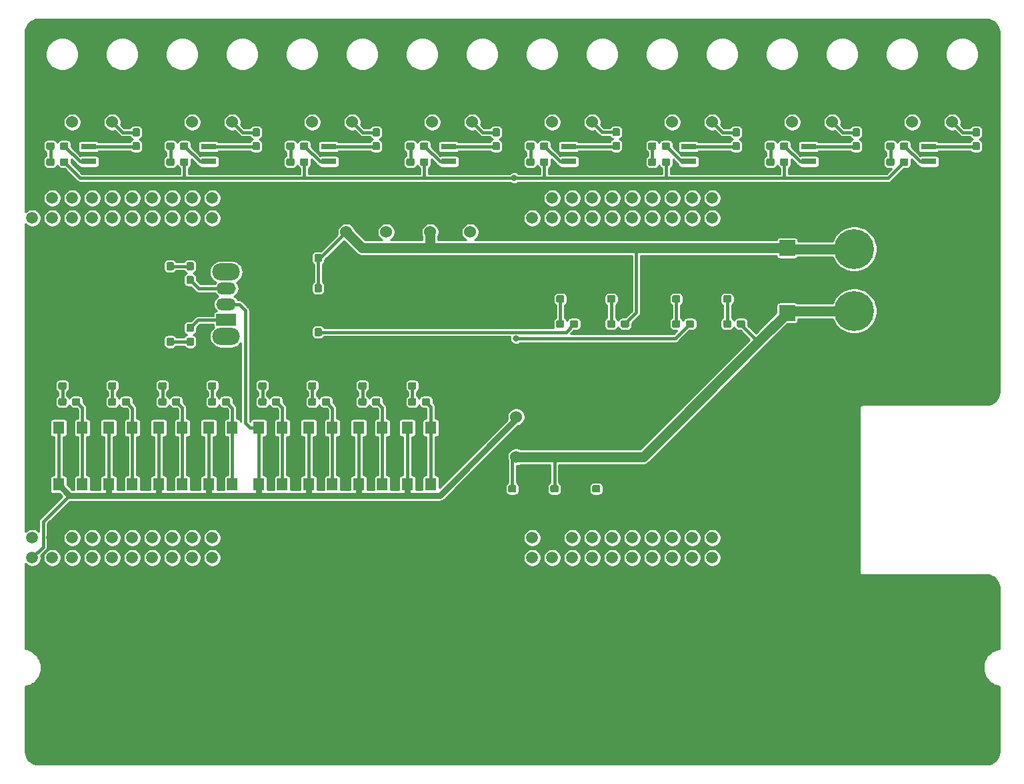
<source format=gbr>
G04 #@! TF.GenerationSoftware,KiCad,Pcbnew,(5.1.4)-1*
G04 #@! TF.CreationDate,2020-11-30T13:37:12-06:00*
G04 #@! TF.ProjectId,gimble_board,67696d62-6c65-45f6-926f-6172642e6b69,rev?*
G04 #@! TF.SameCoordinates,Original*
G04 #@! TF.FileFunction,Copper,L1,Top*
G04 #@! TF.FilePolarity,Positive*
%FSLAX46Y46*%
G04 Gerber Fmt 4.6, Leading zero omitted, Abs format (unit mm)*
G04 Created by KiCad (PCBNEW (5.1.4)-1) date 2020-11-30 13:37:12*
%MOMM*%
%LPD*%
G04 APERTURE LIST*
%ADD10C,1.520000*%
%ADD11C,0.100000*%
%ADD12C,0.950000*%
%ADD13R,2.000000X2.000000*%
%ADD14R,1.900000X0.800000*%
%ADD15R,1.400000X1.600000*%
%ADD16R,2.500000X1.500000*%
%ADD17O,2.500000X1.500000*%
%ADD18O,3.500000X2.200000*%
%ADD19C,5.080000*%
%ADD20C,1.524000*%
%ADD21C,0.800000*%
%ADD22C,0.381000*%
%ADD23C,1.270000*%
%ADD24C,0.762000*%
%ADD25C,0.254000*%
G04 APERTURE END LIST*
D10*
X110490000Y-119380000D03*
X133350000Y-73660000D03*
X130810000Y-73660000D03*
X123190000Y-73660000D03*
X120650000Y-116840000D03*
X125730000Y-73660000D03*
X128270000Y-73660000D03*
X125730000Y-119380000D03*
X130810000Y-116840000D03*
X120650000Y-73660000D03*
X118110000Y-73660000D03*
X130810000Y-119380000D03*
X125730000Y-116840000D03*
X123190000Y-116840000D03*
X110490000Y-116840000D03*
X113030000Y-116840000D03*
X115570000Y-116840000D03*
X118110000Y-116840000D03*
X128270000Y-116840000D03*
X133350000Y-116840000D03*
X113030000Y-119380000D03*
X115570000Y-119380000D03*
X118110000Y-119380000D03*
X120650000Y-119380000D03*
X123190000Y-119380000D03*
X128270000Y-119380000D03*
X133350000Y-119380000D03*
X110490000Y-76200000D03*
X113030000Y-76200000D03*
X115570000Y-76200000D03*
X118110000Y-76200000D03*
X120650000Y-76200000D03*
X123190000Y-76200000D03*
X125730000Y-76200000D03*
X128270000Y-76200000D03*
X130810000Y-76200000D03*
X133350000Y-76200000D03*
X110490000Y-73660000D03*
X113030000Y-73660000D03*
X115570000Y-73660000D03*
X46990000Y-116840000D03*
X49530000Y-116840000D03*
X52070000Y-116840000D03*
X54610000Y-116840000D03*
X57150000Y-116840000D03*
X59690000Y-116840000D03*
X62230000Y-116840000D03*
X64770000Y-116840000D03*
X67310000Y-116840000D03*
X69850000Y-116840000D03*
X46990000Y-119380000D03*
X49530000Y-119380000D03*
X52070000Y-119380000D03*
X54610000Y-119380000D03*
X57150000Y-119380000D03*
X59690000Y-119380000D03*
X62230000Y-119380000D03*
X64770000Y-119380000D03*
X67310000Y-119380000D03*
X69850000Y-119380000D03*
X46990000Y-76200000D03*
X49530000Y-76200000D03*
X52070000Y-76200000D03*
X54610000Y-76200000D03*
X57150000Y-76200000D03*
X59690000Y-76200000D03*
X62230000Y-76200000D03*
X64770000Y-76200000D03*
X67310000Y-76200000D03*
X69850000Y-76200000D03*
X46990000Y-73660000D03*
X49530000Y-73660000D03*
X52070000Y-73660000D03*
X54610000Y-73660000D03*
X57150000Y-73660000D03*
X59690000Y-73660000D03*
X62230000Y-73660000D03*
X64770000Y-73660000D03*
X67310000Y-73660000D03*
X69850000Y-73660000D03*
D11*
G36*
X89238779Y-97062144D02*
G01*
X89261834Y-97065563D01*
X89284443Y-97071227D01*
X89306387Y-97079079D01*
X89327457Y-97089044D01*
X89347448Y-97101026D01*
X89366168Y-97114910D01*
X89383438Y-97130562D01*
X89399090Y-97147832D01*
X89412974Y-97166552D01*
X89424956Y-97186543D01*
X89434921Y-97207613D01*
X89442773Y-97229557D01*
X89448437Y-97252166D01*
X89451856Y-97275221D01*
X89453000Y-97298500D01*
X89453000Y-97773500D01*
X89451856Y-97796779D01*
X89448437Y-97819834D01*
X89442773Y-97842443D01*
X89434921Y-97864387D01*
X89424956Y-97885457D01*
X89412974Y-97905448D01*
X89399090Y-97924168D01*
X89383438Y-97941438D01*
X89366168Y-97957090D01*
X89347448Y-97970974D01*
X89327457Y-97982956D01*
X89306387Y-97992921D01*
X89284443Y-98000773D01*
X89261834Y-98006437D01*
X89238779Y-98009856D01*
X89215500Y-98011000D01*
X88640500Y-98011000D01*
X88617221Y-98009856D01*
X88594166Y-98006437D01*
X88571557Y-98000773D01*
X88549613Y-97992921D01*
X88528543Y-97982956D01*
X88508552Y-97970974D01*
X88489832Y-97957090D01*
X88472562Y-97941438D01*
X88456910Y-97924168D01*
X88443026Y-97905448D01*
X88431044Y-97885457D01*
X88421079Y-97864387D01*
X88413227Y-97842443D01*
X88407563Y-97819834D01*
X88404144Y-97796779D01*
X88403000Y-97773500D01*
X88403000Y-97298500D01*
X88404144Y-97275221D01*
X88407563Y-97252166D01*
X88413227Y-97229557D01*
X88421079Y-97207613D01*
X88431044Y-97186543D01*
X88443026Y-97166552D01*
X88456910Y-97147832D01*
X88472562Y-97130562D01*
X88489832Y-97114910D01*
X88508552Y-97101026D01*
X88528543Y-97089044D01*
X88549613Y-97079079D01*
X88571557Y-97071227D01*
X88594166Y-97065563D01*
X88617221Y-97062144D01*
X88640500Y-97061000D01*
X89215500Y-97061000D01*
X89238779Y-97062144D01*
X89238779Y-97062144D01*
G37*
D12*
X88928000Y-97536000D03*
D11*
G36*
X90988779Y-97062144D02*
G01*
X91011834Y-97065563D01*
X91034443Y-97071227D01*
X91056387Y-97079079D01*
X91077457Y-97089044D01*
X91097448Y-97101026D01*
X91116168Y-97114910D01*
X91133438Y-97130562D01*
X91149090Y-97147832D01*
X91162974Y-97166552D01*
X91174956Y-97186543D01*
X91184921Y-97207613D01*
X91192773Y-97229557D01*
X91198437Y-97252166D01*
X91201856Y-97275221D01*
X91203000Y-97298500D01*
X91203000Y-97773500D01*
X91201856Y-97796779D01*
X91198437Y-97819834D01*
X91192773Y-97842443D01*
X91184921Y-97864387D01*
X91174956Y-97885457D01*
X91162974Y-97905448D01*
X91149090Y-97924168D01*
X91133438Y-97941438D01*
X91116168Y-97957090D01*
X91097448Y-97970974D01*
X91077457Y-97982956D01*
X91056387Y-97992921D01*
X91034443Y-98000773D01*
X91011834Y-98006437D01*
X90988779Y-98009856D01*
X90965500Y-98011000D01*
X90390500Y-98011000D01*
X90367221Y-98009856D01*
X90344166Y-98006437D01*
X90321557Y-98000773D01*
X90299613Y-97992921D01*
X90278543Y-97982956D01*
X90258552Y-97970974D01*
X90239832Y-97957090D01*
X90222562Y-97941438D01*
X90206910Y-97924168D01*
X90193026Y-97905448D01*
X90181044Y-97885457D01*
X90171079Y-97864387D01*
X90163227Y-97842443D01*
X90157563Y-97819834D01*
X90154144Y-97796779D01*
X90153000Y-97773500D01*
X90153000Y-97298500D01*
X90154144Y-97275221D01*
X90157563Y-97252166D01*
X90163227Y-97229557D01*
X90171079Y-97207613D01*
X90181044Y-97186543D01*
X90193026Y-97166552D01*
X90206910Y-97147832D01*
X90222562Y-97130562D01*
X90239832Y-97114910D01*
X90258552Y-97101026D01*
X90278543Y-97089044D01*
X90299613Y-97079079D01*
X90321557Y-97071227D01*
X90344166Y-97065563D01*
X90367221Y-97062144D01*
X90390500Y-97061000D01*
X90965500Y-97061000D01*
X90988779Y-97062144D01*
X90988779Y-97062144D01*
G37*
D12*
X90678000Y-97536000D03*
D11*
G36*
X108260779Y-110143144D02*
G01*
X108283834Y-110146563D01*
X108306443Y-110152227D01*
X108328387Y-110160079D01*
X108349457Y-110170044D01*
X108369448Y-110182026D01*
X108388168Y-110195910D01*
X108405438Y-110211562D01*
X108421090Y-110228832D01*
X108434974Y-110247552D01*
X108446956Y-110267543D01*
X108456921Y-110288613D01*
X108464773Y-110310557D01*
X108470437Y-110333166D01*
X108473856Y-110356221D01*
X108475000Y-110379500D01*
X108475000Y-110854500D01*
X108473856Y-110877779D01*
X108470437Y-110900834D01*
X108464773Y-110923443D01*
X108456921Y-110945387D01*
X108446956Y-110966457D01*
X108434974Y-110986448D01*
X108421090Y-111005168D01*
X108405438Y-111022438D01*
X108388168Y-111038090D01*
X108369448Y-111051974D01*
X108349457Y-111063956D01*
X108328387Y-111073921D01*
X108306443Y-111081773D01*
X108283834Y-111087437D01*
X108260779Y-111090856D01*
X108237500Y-111092000D01*
X107662500Y-111092000D01*
X107639221Y-111090856D01*
X107616166Y-111087437D01*
X107593557Y-111081773D01*
X107571613Y-111073921D01*
X107550543Y-111063956D01*
X107530552Y-111051974D01*
X107511832Y-111038090D01*
X107494562Y-111022438D01*
X107478910Y-111005168D01*
X107465026Y-110986448D01*
X107453044Y-110966457D01*
X107443079Y-110945387D01*
X107435227Y-110923443D01*
X107429563Y-110900834D01*
X107426144Y-110877779D01*
X107425000Y-110854500D01*
X107425000Y-110379500D01*
X107426144Y-110356221D01*
X107429563Y-110333166D01*
X107435227Y-110310557D01*
X107443079Y-110288613D01*
X107453044Y-110267543D01*
X107465026Y-110247552D01*
X107478910Y-110228832D01*
X107494562Y-110211562D01*
X107511832Y-110195910D01*
X107530552Y-110182026D01*
X107550543Y-110170044D01*
X107571613Y-110160079D01*
X107593557Y-110152227D01*
X107616166Y-110146563D01*
X107639221Y-110143144D01*
X107662500Y-110142000D01*
X108237500Y-110142000D01*
X108260779Y-110143144D01*
X108260779Y-110143144D01*
G37*
D12*
X107950000Y-110617000D03*
D11*
G36*
X110010779Y-110143144D02*
G01*
X110033834Y-110146563D01*
X110056443Y-110152227D01*
X110078387Y-110160079D01*
X110099457Y-110170044D01*
X110119448Y-110182026D01*
X110138168Y-110195910D01*
X110155438Y-110211562D01*
X110171090Y-110228832D01*
X110184974Y-110247552D01*
X110196956Y-110267543D01*
X110206921Y-110288613D01*
X110214773Y-110310557D01*
X110220437Y-110333166D01*
X110223856Y-110356221D01*
X110225000Y-110379500D01*
X110225000Y-110854500D01*
X110223856Y-110877779D01*
X110220437Y-110900834D01*
X110214773Y-110923443D01*
X110206921Y-110945387D01*
X110196956Y-110966457D01*
X110184974Y-110986448D01*
X110171090Y-111005168D01*
X110155438Y-111022438D01*
X110138168Y-111038090D01*
X110119448Y-111051974D01*
X110099457Y-111063956D01*
X110078387Y-111073921D01*
X110056443Y-111081773D01*
X110033834Y-111087437D01*
X110010779Y-111090856D01*
X109987500Y-111092000D01*
X109412500Y-111092000D01*
X109389221Y-111090856D01*
X109366166Y-111087437D01*
X109343557Y-111081773D01*
X109321613Y-111073921D01*
X109300543Y-111063956D01*
X109280552Y-111051974D01*
X109261832Y-111038090D01*
X109244562Y-111022438D01*
X109228910Y-111005168D01*
X109215026Y-110986448D01*
X109203044Y-110966457D01*
X109193079Y-110945387D01*
X109185227Y-110923443D01*
X109179563Y-110900834D01*
X109176144Y-110877779D01*
X109175000Y-110854500D01*
X109175000Y-110379500D01*
X109176144Y-110356221D01*
X109179563Y-110333166D01*
X109185227Y-110310557D01*
X109193079Y-110288613D01*
X109203044Y-110267543D01*
X109215026Y-110247552D01*
X109228910Y-110228832D01*
X109244562Y-110211562D01*
X109261832Y-110195910D01*
X109280552Y-110182026D01*
X109300543Y-110170044D01*
X109321613Y-110160079D01*
X109343557Y-110152227D01*
X109366166Y-110146563D01*
X109389221Y-110143144D01*
X109412500Y-110142000D01*
X109987500Y-110142000D01*
X110010779Y-110143144D01*
X110010779Y-110143144D01*
G37*
D12*
X109700000Y-110617000D03*
D11*
G36*
X83572779Y-86344144D02*
G01*
X83595834Y-86347563D01*
X83618443Y-86353227D01*
X83640387Y-86361079D01*
X83661457Y-86371044D01*
X83681448Y-86383026D01*
X83700168Y-86396910D01*
X83717438Y-86412562D01*
X83733090Y-86429832D01*
X83746974Y-86448552D01*
X83758956Y-86468543D01*
X83768921Y-86489613D01*
X83776773Y-86511557D01*
X83782437Y-86534166D01*
X83785856Y-86557221D01*
X83787000Y-86580500D01*
X83787000Y-87155500D01*
X83785856Y-87178779D01*
X83782437Y-87201834D01*
X83776773Y-87224443D01*
X83768921Y-87246387D01*
X83758956Y-87267457D01*
X83746974Y-87287448D01*
X83733090Y-87306168D01*
X83717438Y-87323438D01*
X83700168Y-87339090D01*
X83681448Y-87352974D01*
X83661457Y-87364956D01*
X83640387Y-87374921D01*
X83618443Y-87382773D01*
X83595834Y-87388437D01*
X83572779Y-87391856D01*
X83549500Y-87393000D01*
X83074500Y-87393000D01*
X83051221Y-87391856D01*
X83028166Y-87388437D01*
X83005557Y-87382773D01*
X82983613Y-87374921D01*
X82962543Y-87364956D01*
X82942552Y-87352974D01*
X82923832Y-87339090D01*
X82906562Y-87323438D01*
X82890910Y-87306168D01*
X82877026Y-87287448D01*
X82865044Y-87267457D01*
X82855079Y-87246387D01*
X82847227Y-87224443D01*
X82841563Y-87201834D01*
X82838144Y-87178779D01*
X82837000Y-87155500D01*
X82837000Y-86580500D01*
X82838144Y-86557221D01*
X82841563Y-86534166D01*
X82847227Y-86511557D01*
X82855079Y-86489613D01*
X82865044Y-86468543D01*
X82877026Y-86448552D01*
X82890910Y-86429832D01*
X82906562Y-86412562D01*
X82923832Y-86396910D01*
X82942552Y-86383026D01*
X82962543Y-86371044D01*
X82983613Y-86361079D01*
X83005557Y-86353227D01*
X83028166Y-86347563D01*
X83051221Y-86344144D01*
X83074500Y-86343000D01*
X83549500Y-86343000D01*
X83572779Y-86344144D01*
X83572779Y-86344144D01*
G37*
D12*
X83312000Y-86868000D03*
D11*
G36*
X83572779Y-84594144D02*
G01*
X83595834Y-84597563D01*
X83618443Y-84603227D01*
X83640387Y-84611079D01*
X83661457Y-84621044D01*
X83681448Y-84633026D01*
X83700168Y-84646910D01*
X83717438Y-84662562D01*
X83733090Y-84679832D01*
X83746974Y-84698552D01*
X83758956Y-84718543D01*
X83768921Y-84739613D01*
X83776773Y-84761557D01*
X83782437Y-84784166D01*
X83785856Y-84807221D01*
X83787000Y-84830500D01*
X83787000Y-85405500D01*
X83785856Y-85428779D01*
X83782437Y-85451834D01*
X83776773Y-85474443D01*
X83768921Y-85496387D01*
X83758956Y-85517457D01*
X83746974Y-85537448D01*
X83733090Y-85556168D01*
X83717438Y-85573438D01*
X83700168Y-85589090D01*
X83681448Y-85602974D01*
X83661457Y-85614956D01*
X83640387Y-85624921D01*
X83618443Y-85632773D01*
X83595834Y-85638437D01*
X83572779Y-85641856D01*
X83549500Y-85643000D01*
X83074500Y-85643000D01*
X83051221Y-85641856D01*
X83028166Y-85638437D01*
X83005557Y-85632773D01*
X82983613Y-85624921D01*
X82962543Y-85614956D01*
X82942552Y-85602974D01*
X82923832Y-85589090D01*
X82906562Y-85573438D01*
X82890910Y-85556168D01*
X82877026Y-85537448D01*
X82865044Y-85517457D01*
X82855079Y-85496387D01*
X82847227Y-85474443D01*
X82841563Y-85451834D01*
X82838144Y-85428779D01*
X82837000Y-85405500D01*
X82837000Y-84830500D01*
X82838144Y-84807221D01*
X82841563Y-84784166D01*
X82847227Y-84761557D01*
X82855079Y-84739613D01*
X82865044Y-84718543D01*
X82877026Y-84698552D01*
X82890910Y-84679832D01*
X82906562Y-84662562D01*
X82923832Y-84646910D01*
X82942552Y-84633026D01*
X82962543Y-84621044D01*
X82983613Y-84611079D01*
X83005557Y-84603227D01*
X83028166Y-84597563D01*
X83051221Y-84594144D01*
X83074500Y-84593000D01*
X83549500Y-84593000D01*
X83572779Y-84594144D01*
X83572779Y-84594144D01*
G37*
D12*
X83312000Y-85118000D03*
D11*
G36*
X51138779Y-97062144D02*
G01*
X51161834Y-97065563D01*
X51184443Y-97071227D01*
X51206387Y-97079079D01*
X51227457Y-97089044D01*
X51247448Y-97101026D01*
X51266168Y-97114910D01*
X51283438Y-97130562D01*
X51299090Y-97147832D01*
X51312974Y-97166552D01*
X51324956Y-97186543D01*
X51334921Y-97207613D01*
X51342773Y-97229557D01*
X51348437Y-97252166D01*
X51351856Y-97275221D01*
X51353000Y-97298500D01*
X51353000Y-97773500D01*
X51351856Y-97796779D01*
X51348437Y-97819834D01*
X51342773Y-97842443D01*
X51334921Y-97864387D01*
X51324956Y-97885457D01*
X51312974Y-97905448D01*
X51299090Y-97924168D01*
X51283438Y-97941438D01*
X51266168Y-97957090D01*
X51247448Y-97970974D01*
X51227457Y-97982956D01*
X51206387Y-97992921D01*
X51184443Y-98000773D01*
X51161834Y-98006437D01*
X51138779Y-98009856D01*
X51115500Y-98011000D01*
X50540500Y-98011000D01*
X50517221Y-98009856D01*
X50494166Y-98006437D01*
X50471557Y-98000773D01*
X50449613Y-97992921D01*
X50428543Y-97982956D01*
X50408552Y-97970974D01*
X50389832Y-97957090D01*
X50372562Y-97941438D01*
X50356910Y-97924168D01*
X50343026Y-97905448D01*
X50331044Y-97885457D01*
X50321079Y-97864387D01*
X50313227Y-97842443D01*
X50307563Y-97819834D01*
X50304144Y-97796779D01*
X50303000Y-97773500D01*
X50303000Y-97298500D01*
X50304144Y-97275221D01*
X50307563Y-97252166D01*
X50313227Y-97229557D01*
X50321079Y-97207613D01*
X50331044Y-97186543D01*
X50343026Y-97166552D01*
X50356910Y-97147832D01*
X50372562Y-97130562D01*
X50389832Y-97114910D01*
X50408552Y-97101026D01*
X50428543Y-97089044D01*
X50449613Y-97079079D01*
X50471557Y-97071227D01*
X50494166Y-97065563D01*
X50517221Y-97062144D01*
X50540500Y-97061000D01*
X51115500Y-97061000D01*
X51138779Y-97062144D01*
X51138779Y-97062144D01*
G37*
D12*
X50828000Y-97536000D03*
D11*
G36*
X52888779Y-97062144D02*
G01*
X52911834Y-97065563D01*
X52934443Y-97071227D01*
X52956387Y-97079079D01*
X52977457Y-97089044D01*
X52997448Y-97101026D01*
X53016168Y-97114910D01*
X53033438Y-97130562D01*
X53049090Y-97147832D01*
X53062974Y-97166552D01*
X53074956Y-97186543D01*
X53084921Y-97207613D01*
X53092773Y-97229557D01*
X53098437Y-97252166D01*
X53101856Y-97275221D01*
X53103000Y-97298500D01*
X53103000Y-97773500D01*
X53101856Y-97796779D01*
X53098437Y-97819834D01*
X53092773Y-97842443D01*
X53084921Y-97864387D01*
X53074956Y-97885457D01*
X53062974Y-97905448D01*
X53049090Y-97924168D01*
X53033438Y-97941438D01*
X53016168Y-97957090D01*
X52997448Y-97970974D01*
X52977457Y-97982956D01*
X52956387Y-97992921D01*
X52934443Y-98000773D01*
X52911834Y-98006437D01*
X52888779Y-98009856D01*
X52865500Y-98011000D01*
X52290500Y-98011000D01*
X52267221Y-98009856D01*
X52244166Y-98006437D01*
X52221557Y-98000773D01*
X52199613Y-97992921D01*
X52178543Y-97982956D01*
X52158552Y-97970974D01*
X52139832Y-97957090D01*
X52122562Y-97941438D01*
X52106910Y-97924168D01*
X52093026Y-97905448D01*
X52081044Y-97885457D01*
X52071079Y-97864387D01*
X52063227Y-97842443D01*
X52057563Y-97819834D01*
X52054144Y-97796779D01*
X52053000Y-97773500D01*
X52053000Y-97298500D01*
X52054144Y-97275221D01*
X52057563Y-97252166D01*
X52063227Y-97229557D01*
X52071079Y-97207613D01*
X52081044Y-97186543D01*
X52093026Y-97166552D01*
X52106910Y-97147832D01*
X52122562Y-97130562D01*
X52139832Y-97114910D01*
X52158552Y-97101026D01*
X52178543Y-97089044D01*
X52199613Y-97079079D01*
X52221557Y-97071227D01*
X52244166Y-97065563D01*
X52267221Y-97062144D01*
X52290500Y-97061000D01*
X52865500Y-97061000D01*
X52888779Y-97062144D01*
X52888779Y-97062144D01*
G37*
D12*
X52578000Y-97536000D03*
D11*
G36*
X59210779Y-97062144D02*
G01*
X59233834Y-97065563D01*
X59256443Y-97071227D01*
X59278387Y-97079079D01*
X59299457Y-97089044D01*
X59319448Y-97101026D01*
X59338168Y-97114910D01*
X59355438Y-97130562D01*
X59371090Y-97147832D01*
X59384974Y-97166552D01*
X59396956Y-97186543D01*
X59406921Y-97207613D01*
X59414773Y-97229557D01*
X59420437Y-97252166D01*
X59423856Y-97275221D01*
X59425000Y-97298500D01*
X59425000Y-97773500D01*
X59423856Y-97796779D01*
X59420437Y-97819834D01*
X59414773Y-97842443D01*
X59406921Y-97864387D01*
X59396956Y-97885457D01*
X59384974Y-97905448D01*
X59371090Y-97924168D01*
X59355438Y-97941438D01*
X59338168Y-97957090D01*
X59319448Y-97970974D01*
X59299457Y-97982956D01*
X59278387Y-97992921D01*
X59256443Y-98000773D01*
X59233834Y-98006437D01*
X59210779Y-98009856D01*
X59187500Y-98011000D01*
X58612500Y-98011000D01*
X58589221Y-98009856D01*
X58566166Y-98006437D01*
X58543557Y-98000773D01*
X58521613Y-97992921D01*
X58500543Y-97982956D01*
X58480552Y-97970974D01*
X58461832Y-97957090D01*
X58444562Y-97941438D01*
X58428910Y-97924168D01*
X58415026Y-97905448D01*
X58403044Y-97885457D01*
X58393079Y-97864387D01*
X58385227Y-97842443D01*
X58379563Y-97819834D01*
X58376144Y-97796779D01*
X58375000Y-97773500D01*
X58375000Y-97298500D01*
X58376144Y-97275221D01*
X58379563Y-97252166D01*
X58385227Y-97229557D01*
X58393079Y-97207613D01*
X58403044Y-97186543D01*
X58415026Y-97166552D01*
X58428910Y-97147832D01*
X58444562Y-97130562D01*
X58461832Y-97114910D01*
X58480552Y-97101026D01*
X58500543Y-97089044D01*
X58521613Y-97079079D01*
X58543557Y-97071227D01*
X58566166Y-97065563D01*
X58589221Y-97062144D01*
X58612500Y-97061000D01*
X59187500Y-97061000D01*
X59210779Y-97062144D01*
X59210779Y-97062144D01*
G37*
D12*
X58900000Y-97536000D03*
D11*
G36*
X57460779Y-97062144D02*
G01*
X57483834Y-97065563D01*
X57506443Y-97071227D01*
X57528387Y-97079079D01*
X57549457Y-97089044D01*
X57569448Y-97101026D01*
X57588168Y-97114910D01*
X57605438Y-97130562D01*
X57621090Y-97147832D01*
X57634974Y-97166552D01*
X57646956Y-97186543D01*
X57656921Y-97207613D01*
X57664773Y-97229557D01*
X57670437Y-97252166D01*
X57673856Y-97275221D01*
X57675000Y-97298500D01*
X57675000Y-97773500D01*
X57673856Y-97796779D01*
X57670437Y-97819834D01*
X57664773Y-97842443D01*
X57656921Y-97864387D01*
X57646956Y-97885457D01*
X57634974Y-97905448D01*
X57621090Y-97924168D01*
X57605438Y-97941438D01*
X57588168Y-97957090D01*
X57569448Y-97970974D01*
X57549457Y-97982956D01*
X57528387Y-97992921D01*
X57506443Y-98000773D01*
X57483834Y-98006437D01*
X57460779Y-98009856D01*
X57437500Y-98011000D01*
X56862500Y-98011000D01*
X56839221Y-98009856D01*
X56816166Y-98006437D01*
X56793557Y-98000773D01*
X56771613Y-97992921D01*
X56750543Y-97982956D01*
X56730552Y-97970974D01*
X56711832Y-97957090D01*
X56694562Y-97941438D01*
X56678910Y-97924168D01*
X56665026Y-97905448D01*
X56653044Y-97885457D01*
X56643079Y-97864387D01*
X56635227Y-97842443D01*
X56629563Y-97819834D01*
X56626144Y-97796779D01*
X56625000Y-97773500D01*
X56625000Y-97298500D01*
X56626144Y-97275221D01*
X56629563Y-97252166D01*
X56635227Y-97229557D01*
X56643079Y-97207613D01*
X56653044Y-97186543D01*
X56665026Y-97166552D01*
X56678910Y-97147832D01*
X56694562Y-97130562D01*
X56711832Y-97114910D01*
X56730552Y-97101026D01*
X56750543Y-97089044D01*
X56771613Y-97079079D01*
X56793557Y-97071227D01*
X56816166Y-97065563D01*
X56839221Y-97062144D01*
X56862500Y-97061000D01*
X57437500Y-97061000D01*
X57460779Y-97062144D01*
X57460779Y-97062144D01*
G37*
D12*
X57150000Y-97536000D03*
D11*
G36*
X65588779Y-97062144D02*
G01*
X65611834Y-97065563D01*
X65634443Y-97071227D01*
X65656387Y-97079079D01*
X65677457Y-97089044D01*
X65697448Y-97101026D01*
X65716168Y-97114910D01*
X65733438Y-97130562D01*
X65749090Y-97147832D01*
X65762974Y-97166552D01*
X65774956Y-97186543D01*
X65784921Y-97207613D01*
X65792773Y-97229557D01*
X65798437Y-97252166D01*
X65801856Y-97275221D01*
X65803000Y-97298500D01*
X65803000Y-97773500D01*
X65801856Y-97796779D01*
X65798437Y-97819834D01*
X65792773Y-97842443D01*
X65784921Y-97864387D01*
X65774956Y-97885457D01*
X65762974Y-97905448D01*
X65749090Y-97924168D01*
X65733438Y-97941438D01*
X65716168Y-97957090D01*
X65697448Y-97970974D01*
X65677457Y-97982956D01*
X65656387Y-97992921D01*
X65634443Y-98000773D01*
X65611834Y-98006437D01*
X65588779Y-98009856D01*
X65565500Y-98011000D01*
X64990500Y-98011000D01*
X64967221Y-98009856D01*
X64944166Y-98006437D01*
X64921557Y-98000773D01*
X64899613Y-97992921D01*
X64878543Y-97982956D01*
X64858552Y-97970974D01*
X64839832Y-97957090D01*
X64822562Y-97941438D01*
X64806910Y-97924168D01*
X64793026Y-97905448D01*
X64781044Y-97885457D01*
X64771079Y-97864387D01*
X64763227Y-97842443D01*
X64757563Y-97819834D01*
X64754144Y-97796779D01*
X64753000Y-97773500D01*
X64753000Y-97298500D01*
X64754144Y-97275221D01*
X64757563Y-97252166D01*
X64763227Y-97229557D01*
X64771079Y-97207613D01*
X64781044Y-97186543D01*
X64793026Y-97166552D01*
X64806910Y-97147832D01*
X64822562Y-97130562D01*
X64839832Y-97114910D01*
X64858552Y-97101026D01*
X64878543Y-97089044D01*
X64899613Y-97079079D01*
X64921557Y-97071227D01*
X64944166Y-97065563D01*
X64967221Y-97062144D01*
X64990500Y-97061000D01*
X65565500Y-97061000D01*
X65588779Y-97062144D01*
X65588779Y-97062144D01*
G37*
D12*
X65278000Y-97536000D03*
D11*
G36*
X63838779Y-97062144D02*
G01*
X63861834Y-97065563D01*
X63884443Y-97071227D01*
X63906387Y-97079079D01*
X63927457Y-97089044D01*
X63947448Y-97101026D01*
X63966168Y-97114910D01*
X63983438Y-97130562D01*
X63999090Y-97147832D01*
X64012974Y-97166552D01*
X64024956Y-97186543D01*
X64034921Y-97207613D01*
X64042773Y-97229557D01*
X64048437Y-97252166D01*
X64051856Y-97275221D01*
X64053000Y-97298500D01*
X64053000Y-97773500D01*
X64051856Y-97796779D01*
X64048437Y-97819834D01*
X64042773Y-97842443D01*
X64034921Y-97864387D01*
X64024956Y-97885457D01*
X64012974Y-97905448D01*
X63999090Y-97924168D01*
X63983438Y-97941438D01*
X63966168Y-97957090D01*
X63947448Y-97970974D01*
X63927457Y-97982956D01*
X63906387Y-97992921D01*
X63884443Y-98000773D01*
X63861834Y-98006437D01*
X63838779Y-98009856D01*
X63815500Y-98011000D01*
X63240500Y-98011000D01*
X63217221Y-98009856D01*
X63194166Y-98006437D01*
X63171557Y-98000773D01*
X63149613Y-97992921D01*
X63128543Y-97982956D01*
X63108552Y-97970974D01*
X63089832Y-97957090D01*
X63072562Y-97941438D01*
X63056910Y-97924168D01*
X63043026Y-97905448D01*
X63031044Y-97885457D01*
X63021079Y-97864387D01*
X63013227Y-97842443D01*
X63007563Y-97819834D01*
X63004144Y-97796779D01*
X63003000Y-97773500D01*
X63003000Y-97298500D01*
X63004144Y-97275221D01*
X63007563Y-97252166D01*
X63013227Y-97229557D01*
X63021079Y-97207613D01*
X63031044Y-97186543D01*
X63043026Y-97166552D01*
X63056910Y-97147832D01*
X63072562Y-97130562D01*
X63089832Y-97114910D01*
X63108552Y-97101026D01*
X63128543Y-97089044D01*
X63149613Y-97079079D01*
X63171557Y-97071227D01*
X63194166Y-97065563D01*
X63217221Y-97062144D01*
X63240500Y-97061000D01*
X63815500Y-97061000D01*
X63838779Y-97062144D01*
X63838779Y-97062144D01*
G37*
D12*
X63528000Y-97536000D03*
D11*
G36*
X70160779Y-97062144D02*
G01*
X70183834Y-97065563D01*
X70206443Y-97071227D01*
X70228387Y-97079079D01*
X70249457Y-97089044D01*
X70269448Y-97101026D01*
X70288168Y-97114910D01*
X70305438Y-97130562D01*
X70321090Y-97147832D01*
X70334974Y-97166552D01*
X70346956Y-97186543D01*
X70356921Y-97207613D01*
X70364773Y-97229557D01*
X70370437Y-97252166D01*
X70373856Y-97275221D01*
X70375000Y-97298500D01*
X70375000Y-97773500D01*
X70373856Y-97796779D01*
X70370437Y-97819834D01*
X70364773Y-97842443D01*
X70356921Y-97864387D01*
X70346956Y-97885457D01*
X70334974Y-97905448D01*
X70321090Y-97924168D01*
X70305438Y-97941438D01*
X70288168Y-97957090D01*
X70269448Y-97970974D01*
X70249457Y-97982956D01*
X70228387Y-97992921D01*
X70206443Y-98000773D01*
X70183834Y-98006437D01*
X70160779Y-98009856D01*
X70137500Y-98011000D01*
X69562500Y-98011000D01*
X69539221Y-98009856D01*
X69516166Y-98006437D01*
X69493557Y-98000773D01*
X69471613Y-97992921D01*
X69450543Y-97982956D01*
X69430552Y-97970974D01*
X69411832Y-97957090D01*
X69394562Y-97941438D01*
X69378910Y-97924168D01*
X69365026Y-97905448D01*
X69353044Y-97885457D01*
X69343079Y-97864387D01*
X69335227Y-97842443D01*
X69329563Y-97819834D01*
X69326144Y-97796779D01*
X69325000Y-97773500D01*
X69325000Y-97298500D01*
X69326144Y-97275221D01*
X69329563Y-97252166D01*
X69335227Y-97229557D01*
X69343079Y-97207613D01*
X69353044Y-97186543D01*
X69365026Y-97166552D01*
X69378910Y-97147832D01*
X69394562Y-97130562D01*
X69411832Y-97114910D01*
X69430552Y-97101026D01*
X69450543Y-97089044D01*
X69471613Y-97079079D01*
X69493557Y-97071227D01*
X69516166Y-97065563D01*
X69539221Y-97062144D01*
X69562500Y-97061000D01*
X70137500Y-97061000D01*
X70160779Y-97062144D01*
X70160779Y-97062144D01*
G37*
D12*
X69850000Y-97536000D03*
D11*
G36*
X71910779Y-97062144D02*
G01*
X71933834Y-97065563D01*
X71956443Y-97071227D01*
X71978387Y-97079079D01*
X71999457Y-97089044D01*
X72019448Y-97101026D01*
X72038168Y-97114910D01*
X72055438Y-97130562D01*
X72071090Y-97147832D01*
X72084974Y-97166552D01*
X72096956Y-97186543D01*
X72106921Y-97207613D01*
X72114773Y-97229557D01*
X72120437Y-97252166D01*
X72123856Y-97275221D01*
X72125000Y-97298500D01*
X72125000Y-97773500D01*
X72123856Y-97796779D01*
X72120437Y-97819834D01*
X72114773Y-97842443D01*
X72106921Y-97864387D01*
X72096956Y-97885457D01*
X72084974Y-97905448D01*
X72071090Y-97924168D01*
X72055438Y-97941438D01*
X72038168Y-97957090D01*
X72019448Y-97970974D01*
X71999457Y-97982956D01*
X71978387Y-97992921D01*
X71956443Y-98000773D01*
X71933834Y-98006437D01*
X71910779Y-98009856D01*
X71887500Y-98011000D01*
X71312500Y-98011000D01*
X71289221Y-98009856D01*
X71266166Y-98006437D01*
X71243557Y-98000773D01*
X71221613Y-97992921D01*
X71200543Y-97982956D01*
X71180552Y-97970974D01*
X71161832Y-97957090D01*
X71144562Y-97941438D01*
X71128910Y-97924168D01*
X71115026Y-97905448D01*
X71103044Y-97885457D01*
X71093079Y-97864387D01*
X71085227Y-97842443D01*
X71079563Y-97819834D01*
X71076144Y-97796779D01*
X71075000Y-97773500D01*
X71075000Y-97298500D01*
X71076144Y-97275221D01*
X71079563Y-97252166D01*
X71085227Y-97229557D01*
X71093079Y-97207613D01*
X71103044Y-97186543D01*
X71115026Y-97166552D01*
X71128910Y-97147832D01*
X71144562Y-97130562D01*
X71161832Y-97114910D01*
X71180552Y-97101026D01*
X71200543Y-97089044D01*
X71221613Y-97079079D01*
X71243557Y-97071227D01*
X71266166Y-97065563D01*
X71289221Y-97062144D01*
X71312500Y-97061000D01*
X71887500Y-97061000D01*
X71910779Y-97062144D01*
X71910779Y-97062144D01*
G37*
D12*
X71600000Y-97536000D03*
D11*
G36*
X78288779Y-97062144D02*
G01*
X78311834Y-97065563D01*
X78334443Y-97071227D01*
X78356387Y-97079079D01*
X78377457Y-97089044D01*
X78397448Y-97101026D01*
X78416168Y-97114910D01*
X78433438Y-97130562D01*
X78449090Y-97147832D01*
X78462974Y-97166552D01*
X78474956Y-97186543D01*
X78484921Y-97207613D01*
X78492773Y-97229557D01*
X78498437Y-97252166D01*
X78501856Y-97275221D01*
X78503000Y-97298500D01*
X78503000Y-97773500D01*
X78501856Y-97796779D01*
X78498437Y-97819834D01*
X78492773Y-97842443D01*
X78484921Y-97864387D01*
X78474956Y-97885457D01*
X78462974Y-97905448D01*
X78449090Y-97924168D01*
X78433438Y-97941438D01*
X78416168Y-97957090D01*
X78397448Y-97970974D01*
X78377457Y-97982956D01*
X78356387Y-97992921D01*
X78334443Y-98000773D01*
X78311834Y-98006437D01*
X78288779Y-98009856D01*
X78265500Y-98011000D01*
X77690500Y-98011000D01*
X77667221Y-98009856D01*
X77644166Y-98006437D01*
X77621557Y-98000773D01*
X77599613Y-97992921D01*
X77578543Y-97982956D01*
X77558552Y-97970974D01*
X77539832Y-97957090D01*
X77522562Y-97941438D01*
X77506910Y-97924168D01*
X77493026Y-97905448D01*
X77481044Y-97885457D01*
X77471079Y-97864387D01*
X77463227Y-97842443D01*
X77457563Y-97819834D01*
X77454144Y-97796779D01*
X77453000Y-97773500D01*
X77453000Y-97298500D01*
X77454144Y-97275221D01*
X77457563Y-97252166D01*
X77463227Y-97229557D01*
X77471079Y-97207613D01*
X77481044Y-97186543D01*
X77493026Y-97166552D01*
X77506910Y-97147832D01*
X77522562Y-97130562D01*
X77539832Y-97114910D01*
X77558552Y-97101026D01*
X77578543Y-97089044D01*
X77599613Y-97079079D01*
X77621557Y-97071227D01*
X77644166Y-97065563D01*
X77667221Y-97062144D01*
X77690500Y-97061000D01*
X78265500Y-97061000D01*
X78288779Y-97062144D01*
X78288779Y-97062144D01*
G37*
D12*
X77978000Y-97536000D03*
D11*
G36*
X76538779Y-97062144D02*
G01*
X76561834Y-97065563D01*
X76584443Y-97071227D01*
X76606387Y-97079079D01*
X76627457Y-97089044D01*
X76647448Y-97101026D01*
X76666168Y-97114910D01*
X76683438Y-97130562D01*
X76699090Y-97147832D01*
X76712974Y-97166552D01*
X76724956Y-97186543D01*
X76734921Y-97207613D01*
X76742773Y-97229557D01*
X76748437Y-97252166D01*
X76751856Y-97275221D01*
X76753000Y-97298500D01*
X76753000Y-97773500D01*
X76751856Y-97796779D01*
X76748437Y-97819834D01*
X76742773Y-97842443D01*
X76734921Y-97864387D01*
X76724956Y-97885457D01*
X76712974Y-97905448D01*
X76699090Y-97924168D01*
X76683438Y-97941438D01*
X76666168Y-97957090D01*
X76647448Y-97970974D01*
X76627457Y-97982956D01*
X76606387Y-97992921D01*
X76584443Y-98000773D01*
X76561834Y-98006437D01*
X76538779Y-98009856D01*
X76515500Y-98011000D01*
X75940500Y-98011000D01*
X75917221Y-98009856D01*
X75894166Y-98006437D01*
X75871557Y-98000773D01*
X75849613Y-97992921D01*
X75828543Y-97982956D01*
X75808552Y-97970974D01*
X75789832Y-97957090D01*
X75772562Y-97941438D01*
X75756910Y-97924168D01*
X75743026Y-97905448D01*
X75731044Y-97885457D01*
X75721079Y-97864387D01*
X75713227Y-97842443D01*
X75707563Y-97819834D01*
X75704144Y-97796779D01*
X75703000Y-97773500D01*
X75703000Y-97298500D01*
X75704144Y-97275221D01*
X75707563Y-97252166D01*
X75713227Y-97229557D01*
X75721079Y-97207613D01*
X75731044Y-97186543D01*
X75743026Y-97166552D01*
X75756910Y-97147832D01*
X75772562Y-97130562D01*
X75789832Y-97114910D01*
X75808552Y-97101026D01*
X75828543Y-97089044D01*
X75849613Y-97079079D01*
X75871557Y-97071227D01*
X75894166Y-97065563D01*
X75917221Y-97062144D01*
X75940500Y-97061000D01*
X76515500Y-97061000D01*
X76538779Y-97062144D01*
X76538779Y-97062144D01*
G37*
D12*
X76228000Y-97536000D03*
D11*
G36*
X82860779Y-97062144D02*
G01*
X82883834Y-97065563D01*
X82906443Y-97071227D01*
X82928387Y-97079079D01*
X82949457Y-97089044D01*
X82969448Y-97101026D01*
X82988168Y-97114910D01*
X83005438Y-97130562D01*
X83021090Y-97147832D01*
X83034974Y-97166552D01*
X83046956Y-97186543D01*
X83056921Y-97207613D01*
X83064773Y-97229557D01*
X83070437Y-97252166D01*
X83073856Y-97275221D01*
X83075000Y-97298500D01*
X83075000Y-97773500D01*
X83073856Y-97796779D01*
X83070437Y-97819834D01*
X83064773Y-97842443D01*
X83056921Y-97864387D01*
X83046956Y-97885457D01*
X83034974Y-97905448D01*
X83021090Y-97924168D01*
X83005438Y-97941438D01*
X82988168Y-97957090D01*
X82969448Y-97970974D01*
X82949457Y-97982956D01*
X82928387Y-97992921D01*
X82906443Y-98000773D01*
X82883834Y-98006437D01*
X82860779Y-98009856D01*
X82837500Y-98011000D01*
X82262500Y-98011000D01*
X82239221Y-98009856D01*
X82216166Y-98006437D01*
X82193557Y-98000773D01*
X82171613Y-97992921D01*
X82150543Y-97982956D01*
X82130552Y-97970974D01*
X82111832Y-97957090D01*
X82094562Y-97941438D01*
X82078910Y-97924168D01*
X82065026Y-97905448D01*
X82053044Y-97885457D01*
X82043079Y-97864387D01*
X82035227Y-97842443D01*
X82029563Y-97819834D01*
X82026144Y-97796779D01*
X82025000Y-97773500D01*
X82025000Y-97298500D01*
X82026144Y-97275221D01*
X82029563Y-97252166D01*
X82035227Y-97229557D01*
X82043079Y-97207613D01*
X82053044Y-97186543D01*
X82065026Y-97166552D01*
X82078910Y-97147832D01*
X82094562Y-97130562D01*
X82111832Y-97114910D01*
X82130552Y-97101026D01*
X82150543Y-97089044D01*
X82171613Y-97079079D01*
X82193557Y-97071227D01*
X82216166Y-97065563D01*
X82239221Y-97062144D01*
X82262500Y-97061000D01*
X82837500Y-97061000D01*
X82860779Y-97062144D01*
X82860779Y-97062144D01*
G37*
D12*
X82550000Y-97536000D03*
D11*
G36*
X84610779Y-97062144D02*
G01*
X84633834Y-97065563D01*
X84656443Y-97071227D01*
X84678387Y-97079079D01*
X84699457Y-97089044D01*
X84719448Y-97101026D01*
X84738168Y-97114910D01*
X84755438Y-97130562D01*
X84771090Y-97147832D01*
X84784974Y-97166552D01*
X84796956Y-97186543D01*
X84806921Y-97207613D01*
X84814773Y-97229557D01*
X84820437Y-97252166D01*
X84823856Y-97275221D01*
X84825000Y-97298500D01*
X84825000Y-97773500D01*
X84823856Y-97796779D01*
X84820437Y-97819834D01*
X84814773Y-97842443D01*
X84806921Y-97864387D01*
X84796956Y-97885457D01*
X84784974Y-97905448D01*
X84771090Y-97924168D01*
X84755438Y-97941438D01*
X84738168Y-97957090D01*
X84719448Y-97970974D01*
X84699457Y-97982956D01*
X84678387Y-97992921D01*
X84656443Y-98000773D01*
X84633834Y-98006437D01*
X84610779Y-98009856D01*
X84587500Y-98011000D01*
X84012500Y-98011000D01*
X83989221Y-98009856D01*
X83966166Y-98006437D01*
X83943557Y-98000773D01*
X83921613Y-97992921D01*
X83900543Y-97982956D01*
X83880552Y-97970974D01*
X83861832Y-97957090D01*
X83844562Y-97941438D01*
X83828910Y-97924168D01*
X83815026Y-97905448D01*
X83803044Y-97885457D01*
X83793079Y-97864387D01*
X83785227Y-97842443D01*
X83779563Y-97819834D01*
X83776144Y-97796779D01*
X83775000Y-97773500D01*
X83775000Y-97298500D01*
X83776144Y-97275221D01*
X83779563Y-97252166D01*
X83785227Y-97229557D01*
X83793079Y-97207613D01*
X83803044Y-97186543D01*
X83815026Y-97166552D01*
X83828910Y-97147832D01*
X83844562Y-97130562D01*
X83861832Y-97114910D01*
X83880552Y-97101026D01*
X83900543Y-97089044D01*
X83921613Y-97079079D01*
X83943557Y-97071227D01*
X83966166Y-97065563D01*
X83989221Y-97062144D01*
X84012500Y-97061000D01*
X84587500Y-97061000D01*
X84610779Y-97062144D01*
X84610779Y-97062144D01*
G37*
D12*
X84300000Y-97536000D03*
D11*
G36*
X95560779Y-97062144D02*
G01*
X95583834Y-97065563D01*
X95606443Y-97071227D01*
X95628387Y-97079079D01*
X95649457Y-97089044D01*
X95669448Y-97101026D01*
X95688168Y-97114910D01*
X95705438Y-97130562D01*
X95721090Y-97147832D01*
X95734974Y-97166552D01*
X95746956Y-97186543D01*
X95756921Y-97207613D01*
X95764773Y-97229557D01*
X95770437Y-97252166D01*
X95773856Y-97275221D01*
X95775000Y-97298500D01*
X95775000Y-97773500D01*
X95773856Y-97796779D01*
X95770437Y-97819834D01*
X95764773Y-97842443D01*
X95756921Y-97864387D01*
X95746956Y-97885457D01*
X95734974Y-97905448D01*
X95721090Y-97924168D01*
X95705438Y-97941438D01*
X95688168Y-97957090D01*
X95669448Y-97970974D01*
X95649457Y-97982956D01*
X95628387Y-97992921D01*
X95606443Y-98000773D01*
X95583834Y-98006437D01*
X95560779Y-98009856D01*
X95537500Y-98011000D01*
X94962500Y-98011000D01*
X94939221Y-98009856D01*
X94916166Y-98006437D01*
X94893557Y-98000773D01*
X94871613Y-97992921D01*
X94850543Y-97982956D01*
X94830552Y-97970974D01*
X94811832Y-97957090D01*
X94794562Y-97941438D01*
X94778910Y-97924168D01*
X94765026Y-97905448D01*
X94753044Y-97885457D01*
X94743079Y-97864387D01*
X94735227Y-97842443D01*
X94729563Y-97819834D01*
X94726144Y-97796779D01*
X94725000Y-97773500D01*
X94725000Y-97298500D01*
X94726144Y-97275221D01*
X94729563Y-97252166D01*
X94735227Y-97229557D01*
X94743079Y-97207613D01*
X94753044Y-97186543D01*
X94765026Y-97166552D01*
X94778910Y-97147832D01*
X94794562Y-97130562D01*
X94811832Y-97114910D01*
X94830552Y-97101026D01*
X94850543Y-97089044D01*
X94871613Y-97079079D01*
X94893557Y-97071227D01*
X94916166Y-97065563D01*
X94939221Y-97062144D01*
X94962500Y-97061000D01*
X95537500Y-97061000D01*
X95560779Y-97062144D01*
X95560779Y-97062144D01*
G37*
D12*
X95250000Y-97536000D03*
D11*
G36*
X97310779Y-97062144D02*
G01*
X97333834Y-97065563D01*
X97356443Y-97071227D01*
X97378387Y-97079079D01*
X97399457Y-97089044D01*
X97419448Y-97101026D01*
X97438168Y-97114910D01*
X97455438Y-97130562D01*
X97471090Y-97147832D01*
X97484974Y-97166552D01*
X97496956Y-97186543D01*
X97506921Y-97207613D01*
X97514773Y-97229557D01*
X97520437Y-97252166D01*
X97523856Y-97275221D01*
X97525000Y-97298500D01*
X97525000Y-97773500D01*
X97523856Y-97796779D01*
X97520437Y-97819834D01*
X97514773Y-97842443D01*
X97506921Y-97864387D01*
X97496956Y-97885457D01*
X97484974Y-97905448D01*
X97471090Y-97924168D01*
X97455438Y-97941438D01*
X97438168Y-97957090D01*
X97419448Y-97970974D01*
X97399457Y-97982956D01*
X97378387Y-97992921D01*
X97356443Y-98000773D01*
X97333834Y-98006437D01*
X97310779Y-98009856D01*
X97287500Y-98011000D01*
X96712500Y-98011000D01*
X96689221Y-98009856D01*
X96666166Y-98006437D01*
X96643557Y-98000773D01*
X96621613Y-97992921D01*
X96600543Y-97982956D01*
X96580552Y-97970974D01*
X96561832Y-97957090D01*
X96544562Y-97941438D01*
X96528910Y-97924168D01*
X96515026Y-97905448D01*
X96503044Y-97885457D01*
X96493079Y-97864387D01*
X96485227Y-97842443D01*
X96479563Y-97819834D01*
X96476144Y-97796779D01*
X96475000Y-97773500D01*
X96475000Y-97298500D01*
X96476144Y-97275221D01*
X96479563Y-97252166D01*
X96485227Y-97229557D01*
X96493079Y-97207613D01*
X96503044Y-97186543D01*
X96515026Y-97166552D01*
X96528910Y-97147832D01*
X96544562Y-97130562D01*
X96561832Y-97114910D01*
X96580552Y-97101026D01*
X96600543Y-97089044D01*
X96621613Y-97079079D01*
X96643557Y-97071227D01*
X96666166Y-97065563D01*
X96689221Y-97062144D01*
X96712500Y-97061000D01*
X97287500Y-97061000D01*
X97310779Y-97062144D01*
X97310779Y-97062144D01*
G37*
D12*
X97000000Y-97536000D03*
D11*
G36*
X64776779Y-89646144D02*
G01*
X64799834Y-89649563D01*
X64822443Y-89655227D01*
X64844387Y-89663079D01*
X64865457Y-89673044D01*
X64885448Y-89685026D01*
X64904168Y-89698910D01*
X64921438Y-89714562D01*
X64937090Y-89731832D01*
X64950974Y-89750552D01*
X64962956Y-89770543D01*
X64972921Y-89791613D01*
X64980773Y-89813557D01*
X64986437Y-89836166D01*
X64989856Y-89859221D01*
X64991000Y-89882500D01*
X64991000Y-90457500D01*
X64989856Y-90480779D01*
X64986437Y-90503834D01*
X64980773Y-90526443D01*
X64972921Y-90548387D01*
X64962956Y-90569457D01*
X64950974Y-90589448D01*
X64937090Y-90608168D01*
X64921438Y-90625438D01*
X64904168Y-90641090D01*
X64885448Y-90654974D01*
X64865457Y-90666956D01*
X64844387Y-90676921D01*
X64822443Y-90684773D01*
X64799834Y-90690437D01*
X64776779Y-90693856D01*
X64753500Y-90695000D01*
X64278500Y-90695000D01*
X64255221Y-90693856D01*
X64232166Y-90690437D01*
X64209557Y-90684773D01*
X64187613Y-90676921D01*
X64166543Y-90666956D01*
X64146552Y-90654974D01*
X64127832Y-90641090D01*
X64110562Y-90625438D01*
X64094910Y-90608168D01*
X64081026Y-90589448D01*
X64069044Y-90569457D01*
X64059079Y-90548387D01*
X64051227Y-90526443D01*
X64045563Y-90503834D01*
X64042144Y-90480779D01*
X64041000Y-90457500D01*
X64041000Y-89882500D01*
X64042144Y-89859221D01*
X64045563Y-89836166D01*
X64051227Y-89813557D01*
X64059079Y-89791613D01*
X64069044Y-89770543D01*
X64081026Y-89750552D01*
X64094910Y-89731832D01*
X64110562Y-89714562D01*
X64127832Y-89698910D01*
X64146552Y-89685026D01*
X64166543Y-89673044D01*
X64187613Y-89663079D01*
X64209557Y-89655227D01*
X64232166Y-89649563D01*
X64255221Y-89646144D01*
X64278500Y-89645000D01*
X64753500Y-89645000D01*
X64776779Y-89646144D01*
X64776779Y-89646144D01*
G37*
D12*
X64516000Y-90170000D03*
D11*
G36*
X64776779Y-91396144D02*
G01*
X64799834Y-91399563D01*
X64822443Y-91405227D01*
X64844387Y-91413079D01*
X64865457Y-91423044D01*
X64885448Y-91435026D01*
X64904168Y-91448910D01*
X64921438Y-91464562D01*
X64937090Y-91481832D01*
X64950974Y-91500552D01*
X64962956Y-91520543D01*
X64972921Y-91541613D01*
X64980773Y-91563557D01*
X64986437Y-91586166D01*
X64989856Y-91609221D01*
X64991000Y-91632500D01*
X64991000Y-92207500D01*
X64989856Y-92230779D01*
X64986437Y-92253834D01*
X64980773Y-92276443D01*
X64972921Y-92298387D01*
X64962956Y-92319457D01*
X64950974Y-92339448D01*
X64937090Y-92358168D01*
X64921438Y-92375438D01*
X64904168Y-92391090D01*
X64885448Y-92404974D01*
X64865457Y-92416956D01*
X64844387Y-92426921D01*
X64822443Y-92434773D01*
X64799834Y-92440437D01*
X64776779Y-92443856D01*
X64753500Y-92445000D01*
X64278500Y-92445000D01*
X64255221Y-92443856D01*
X64232166Y-92440437D01*
X64209557Y-92434773D01*
X64187613Y-92426921D01*
X64166543Y-92416956D01*
X64146552Y-92404974D01*
X64127832Y-92391090D01*
X64110562Y-92375438D01*
X64094910Y-92358168D01*
X64081026Y-92339448D01*
X64069044Y-92319457D01*
X64059079Y-92298387D01*
X64051227Y-92276443D01*
X64045563Y-92253834D01*
X64042144Y-92230779D01*
X64041000Y-92207500D01*
X64041000Y-91632500D01*
X64042144Y-91609221D01*
X64045563Y-91586166D01*
X64051227Y-91563557D01*
X64059079Y-91541613D01*
X64069044Y-91520543D01*
X64081026Y-91500552D01*
X64094910Y-91481832D01*
X64110562Y-91464562D01*
X64127832Y-91448910D01*
X64146552Y-91435026D01*
X64166543Y-91423044D01*
X64187613Y-91413079D01*
X64209557Y-91405227D01*
X64232166Y-91399563D01*
X64255221Y-91396144D01*
X64278500Y-91395000D01*
X64753500Y-91395000D01*
X64776779Y-91396144D01*
X64776779Y-91396144D01*
G37*
D12*
X64516000Y-91920000D03*
D11*
G36*
X64776779Y-81800144D02*
G01*
X64799834Y-81803563D01*
X64822443Y-81809227D01*
X64844387Y-81817079D01*
X64865457Y-81827044D01*
X64885448Y-81839026D01*
X64904168Y-81852910D01*
X64921438Y-81868562D01*
X64937090Y-81885832D01*
X64950974Y-81904552D01*
X64962956Y-81924543D01*
X64972921Y-81945613D01*
X64980773Y-81967557D01*
X64986437Y-81990166D01*
X64989856Y-82013221D01*
X64991000Y-82036500D01*
X64991000Y-82611500D01*
X64989856Y-82634779D01*
X64986437Y-82657834D01*
X64980773Y-82680443D01*
X64972921Y-82702387D01*
X64962956Y-82723457D01*
X64950974Y-82743448D01*
X64937090Y-82762168D01*
X64921438Y-82779438D01*
X64904168Y-82795090D01*
X64885448Y-82808974D01*
X64865457Y-82820956D01*
X64844387Y-82830921D01*
X64822443Y-82838773D01*
X64799834Y-82844437D01*
X64776779Y-82847856D01*
X64753500Y-82849000D01*
X64278500Y-82849000D01*
X64255221Y-82847856D01*
X64232166Y-82844437D01*
X64209557Y-82838773D01*
X64187613Y-82830921D01*
X64166543Y-82820956D01*
X64146552Y-82808974D01*
X64127832Y-82795090D01*
X64110562Y-82779438D01*
X64094910Y-82762168D01*
X64081026Y-82743448D01*
X64069044Y-82723457D01*
X64059079Y-82702387D01*
X64051227Y-82680443D01*
X64045563Y-82657834D01*
X64042144Y-82634779D01*
X64041000Y-82611500D01*
X64041000Y-82036500D01*
X64042144Y-82013221D01*
X64045563Y-81990166D01*
X64051227Y-81967557D01*
X64059079Y-81945613D01*
X64069044Y-81924543D01*
X64081026Y-81904552D01*
X64094910Y-81885832D01*
X64110562Y-81868562D01*
X64127832Y-81852910D01*
X64146552Y-81839026D01*
X64166543Y-81827044D01*
X64187613Y-81817079D01*
X64209557Y-81809227D01*
X64232166Y-81803563D01*
X64255221Y-81800144D01*
X64278500Y-81799000D01*
X64753500Y-81799000D01*
X64776779Y-81800144D01*
X64776779Y-81800144D01*
G37*
D12*
X64516000Y-82324000D03*
D11*
G36*
X64776779Y-83550144D02*
G01*
X64799834Y-83553563D01*
X64822443Y-83559227D01*
X64844387Y-83567079D01*
X64865457Y-83577044D01*
X64885448Y-83589026D01*
X64904168Y-83602910D01*
X64921438Y-83618562D01*
X64937090Y-83635832D01*
X64950974Y-83654552D01*
X64962956Y-83674543D01*
X64972921Y-83695613D01*
X64980773Y-83717557D01*
X64986437Y-83740166D01*
X64989856Y-83763221D01*
X64991000Y-83786500D01*
X64991000Y-84361500D01*
X64989856Y-84384779D01*
X64986437Y-84407834D01*
X64980773Y-84430443D01*
X64972921Y-84452387D01*
X64962956Y-84473457D01*
X64950974Y-84493448D01*
X64937090Y-84512168D01*
X64921438Y-84529438D01*
X64904168Y-84545090D01*
X64885448Y-84558974D01*
X64865457Y-84570956D01*
X64844387Y-84580921D01*
X64822443Y-84588773D01*
X64799834Y-84594437D01*
X64776779Y-84597856D01*
X64753500Y-84599000D01*
X64278500Y-84599000D01*
X64255221Y-84597856D01*
X64232166Y-84594437D01*
X64209557Y-84588773D01*
X64187613Y-84580921D01*
X64166543Y-84570956D01*
X64146552Y-84558974D01*
X64127832Y-84545090D01*
X64110562Y-84529438D01*
X64094910Y-84512168D01*
X64081026Y-84493448D01*
X64069044Y-84473457D01*
X64059079Y-84452387D01*
X64051227Y-84430443D01*
X64045563Y-84407834D01*
X64042144Y-84384779D01*
X64041000Y-84361500D01*
X64041000Y-83786500D01*
X64042144Y-83763221D01*
X64045563Y-83740166D01*
X64051227Y-83717557D01*
X64059079Y-83695613D01*
X64069044Y-83674543D01*
X64081026Y-83654552D01*
X64094910Y-83635832D01*
X64110562Y-83618562D01*
X64127832Y-83602910D01*
X64146552Y-83589026D01*
X64166543Y-83577044D01*
X64187613Y-83567079D01*
X64209557Y-83559227D01*
X64232166Y-83553563D01*
X64255221Y-83550144D01*
X64278500Y-83549000D01*
X64753500Y-83549000D01*
X64776779Y-83550144D01*
X64776779Y-83550144D01*
G37*
D12*
X64516000Y-84074000D03*
D11*
G36*
X49614779Y-66582144D02*
G01*
X49637834Y-66585563D01*
X49660443Y-66591227D01*
X49682387Y-66599079D01*
X49703457Y-66609044D01*
X49723448Y-66621026D01*
X49742168Y-66634910D01*
X49759438Y-66650562D01*
X49775090Y-66667832D01*
X49788974Y-66686552D01*
X49800956Y-66706543D01*
X49810921Y-66727613D01*
X49818773Y-66749557D01*
X49824437Y-66772166D01*
X49827856Y-66795221D01*
X49829000Y-66818500D01*
X49829000Y-67293500D01*
X49827856Y-67316779D01*
X49824437Y-67339834D01*
X49818773Y-67362443D01*
X49810921Y-67384387D01*
X49800956Y-67405457D01*
X49788974Y-67425448D01*
X49775090Y-67444168D01*
X49759438Y-67461438D01*
X49742168Y-67477090D01*
X49723448Y-67490974D01*
X49703457Y-67502956D01*
X49682387Y-67512921D01*
X49660443Y-67520773D01*
X49637834Y-67526437D01*
X49614779Y-67529856D01*
X49591500Y-67531000D01*
X49016500Y-67531000D01*
X48993221Y-67529856D01*
X48970166Y-67526437D01*
X48947557Y-67520773D01*
X48925613Y-67512921D01*
X48904543Y-67502956D01*
X48884552Y-67490974D01*
X48865832Y-67477090D01*
X48848562Y-67461438D01*
X48832910Y-67444168D01*
X48819026Y-67425448D01*
X48807044Y-67405457D01*
X48797079Y-67384387D01*
X48789227Y-67362443D01*
X48783563Y-67339834D01*
X48780144Y-67316779D01*
X48779000Y-67293500D01*
X48779000Y-66818500D01*
X48780144Y-66795221D01*
X48783563Y-66772166D01*
X48789227Y-66749557D01*
X48797079Y-66727613D01*
X48807044Y-66706543D01*
X48819026Y-66686552D01*
X48832910Y-66667832D01*
X48848562Y-66650562D01*
X48865832Y-66634910D01*
X48884552Y-66621026D01*
X48904543Y-66609044D01*
X48925613Y-66599079D01*
X48947557Y-66591227D01*
X48970166Y-66585563D01*
X48993221Y-66582144D01*
X49016500Y-66581000D01*
X49591500Y-66581000D01*
X49614779Y-66582144D01*
X49614779Y-66582144D01*
G37*
D12*
X49304000Y-67056000D03*
D11*
G36*
X51364779Y-66582144D02*
G01*
X51387834Y-66585563D01*
X51410443Y-66591227D01*
X51432387Y-66599079D01*
X51453457Y-66609044D01*
X51473448Y-66621026D01*
X51492168Y-66634910D01*
X51509438Y-66650562D01*
X51525090Y-66667832D01*
X51538974Y-66686552D01*
X51550956Y-66706543D01*
X51560921Y-66727613D01*
X51568773Y-66749557D01*
X51574437Y-66772166D01*
X51577856Y-66795221D01*
X51579000Y-66818500D01*
X51579000Y-67293500D01*
X51577856Y-67316779D01*
X51574437Y-67339834D01*
X51568773Y-67362443D01*
X51560921Y-67384387D01*
X51550956Y-67405457D01*
X51538974Y-67425448D01*
X51525090Y-67444168D01*
X51509438Y-67461438D01*
X51492168Y-67477090D01*
X51473448Y-67490974D01*
X51453457Y-67502956D01*
X51432387Y-67512921D01*
X51410443Y-67520773D01*
X51387834Y-67526437D01*
X51364779Y-67529856D01*
X51341500Y-67531000D01*
X50766500Y-67531000D01*
X50743221Y-67529856D01*
X50720166Y-67526437D01*
X50697557Y-67520773D01*
X50675613Y-67512921D01*
X50654543Y-67502956D01*
X50634552Y-67490974D01*
X50615832Y-67477090D01*
X50598562Y-67461438D01*
X50582910Y-67444168D01*
X50569026Y-67425448D01*
X50557044Y-67405457D01*
X50547079Y-67384387D01*
X50539227Y-67362443D01*
X50533563Y-67339834D01*
X50530144Y-67316779D01*
X50529000Y-67293500D01*
X50529000Y-66818500D01*
X50530144Y-66795221D01*
X50533563Y-66772166D01*
X50539227Y-66749557D01*
X50547079Y-66727613D01*
X50557044Y-66706543D01*
X50569026Y-66686552D01*
X50582910Y-66667832D01*
X50598562Y-66650562D01*
X50615832Y-66634910D01*
X50634552Y-66621026D01*
X50654543Y-66609044D01*
X50675613Y-66599079D01*
X50697557Y-66591227D01*
X50720166Y-66585563D01*
X50743221Y-66582144D01*
X50766500Y-66581000D01*
X51341500Y-66581000D01*
X51364779Y-66582144D01*
X51364779Y-66582144D01*
G37*
D12*
X51054000Y-67056000D03*
D11*
G36*
X64854779Y-66582144D02*
G01*
X64877834Y-66585563D01*
X64900443Y-66591227D01*
X64922387Y-66599079D01*
X64943457Y-66609044D01*
X64963448Y-66621026D01*
X64982168Y-66634910D01*
X64999438Y-66650562D01*
X65015090Y-66667832D01*
X65028974Y-66686552D01*
X65040956Y-66706543D01*
X65050921Y-66727613D01*
X65058773Y-66749557D01*
X65064437Y-66772166D01*
X65067856Y-66795221D01*
X65069000Y-66818500D01*
X65069000Y-67293500D01*
X65067856Y-67316779D01*
X65064437Y-67339834D01*
X65058773Y-67362443D01*
X65050921Y-67384387D01*
X65040956Y-67405457D01*
X65028974Y-67425448D01*
X65015090Y-67444168D01*
X64999438Y-67461438D01*
X64982168Y-67477090D01*
X64963448Y-67490974D01*
X64943457Y-67502956D01*
X64922387Y-67512921D01*
X64900443Y-67520773D01*
X64877834Y-67526437D01*
X64854779Y-67529856D01*
X64831500Y-67531000D01*
X64256500Y-67531000D01*
X64233221Y-67529856D01*
X64210166Y-67526437D01*
X64187557Y-67520773D01*
X64165613Y-67512921D01*
X64144543Y-67502956D01*
X64124552Y-67490974D01*
X64105832Y-67477090D01*
X64088562Y-67461438D01*
X64072910Y-67444168D01*
X64059026Y-67425448D01*
X64047044Y-67405457D01*
X64037079Y-67384387D01*
X64029227Y-67362443D01*
X64023563Y-67339834D01*
X64020144Y-67316779D01*
X64019000Y-67293500D01*
X64019000Y-66818500D01*
X64020144Y-66795221D01*
X64023563Y-66772166D01*
X64029227Y-66749557D01*
X64037079Y-66727613D01*
X64047044Y-66706543D01*
X64059026Y-66686552D01*
X64072910Y-66667832D01*
X64088562Y-66650562D01*
X64105832Y-66634910D01*
X64124552Y-66621026D01*
X64144543Y-66609044D01*
X64165613Y-66599079D01*
X64187557Y-66591227D01*
X64210166Y-66585563D01*
X64233221Y-66582144D01*
X64256500Y-66581000D01*
X64831500Y-66581000D01*
X64854779Y-66582144D01*
X64854779Y-66582144D01*
G37*
D12*
X64544000Y-67056000D03*
D11*
G36*
X66604779Y-66582144D02*
G01*
X66627834Y-66585563D01*
X66650443Y-66591227D01*
X66672387Y-66599079D01*
X66693457Y-66609044D01*
X66713448Y-66621026D01*
X66732168Y-66634910D01*
X66749438Y-66650562D01*
X66765090Y-66667832D01*
X66778974Y-66686552D01*
X66790956Y-66706543D01*
X66800921Y-66727613D01*
X66808773Y-66749557D01*
X66814437Y-66772166D01*
X66817856Y-66795221D01*
X66819000Y-66818500D01*
X66819000Y-67293500D01*
X66817856Y-67316779D01*
X66814437Y-67339834D01*
X66808773Y-67362443D01*
X66800921Y-67384387D01*
X66790956Y-67405457D01*
X66778974Y-67425448D01*
X66765090Y-67444168D01*
X66749438Y-67461438D01*
X66732168Y-67477090D01*
X66713448Y-67490974D01*
X66693457Y-67502956D01*
X66672387Y-67512921D01*
X66650443Y-67520773D01*
X66627834Y-67526437D01*
X66604779Y-67529856D01*
X66581500Y-67531000D01*
X66006500Y-67531000D01*
X65983221Y-67529856D01*
X65960166Y-67526437D01*
X65937557Y-67520773D01*
X65915613Y-67512921D01*
X65894543Y-67502956D01*
X65874552Y-67490974D01*
X65855832Y-67477090D01*
X65838562Y-67461438D01*
X65822910Y-67444168D01*
X65809026Y-67425448D01*
X65797044Y-67405457D01*
X65787079Y-67384387D01*
X65779227Y-67362443D01*
X65773563Y-67339834D01*
X65770144Y-67316779D01*
X65769000Y-67293500D01*
X65769000Y-66818500D01*
X65770144Y-66795221D01*
X65773563Y-66772166D01*
X65779227Y-66749557D01*
X65787079Y-66727613D01*
X65797044Y-66706543D01*
X65809026Y-66686552D01*
X65822910Y-66667832D01*
X65838562Y-66650562D01*
X65855832Y-66634910D01*
X65874552Y-66621026D01*
X65894543Y-66609044D01*
X65915613Y-66599079D01*
X65937557Y-66591227D01*
X65960166Y-66585563D01*
X65983221Y-66582144D01*
X66006500Y-66581000D01*
X66581500Y-66581000D01*
X66604779Y-66582144D01*
X66604779Y-66582144D01*
G37*
D12*
X66294000Y-67056000D03*
D11*
G36*
X80094779Y-66582144D02*
G01*
X80117834Y-66585563D01*
X80140443Y-66591227D01*
X80162387Y-66599079D01*
X80183457Y-66609044D01*
X80203448Y-66621026D01*
X80222168Y-66634910D01*
X80239438Y-66650562D01*
X80255090Y-66667832D01*
X80268974Y-66686552D01*
X80280956Y-66706543D01*
X80290921Y-66727613D01*
X80298773Y-66749557D01*
X80304437Y-66772166D01*
X80307856Y-66795221D01*
X80309000Y-66818500D01*
X80309000Y-67293500D01*
X80307856Y-67316779D01*
X80304437Y-67339834D01*
X80298773Y-67362443D01*
X80290921Y-67384387D01*
X80280956Y-67405457D01*
X80268974Y-67425448D01*
X80255090Y-67444168D01*
X80239438Y-67461438D01*
X80222168Y-67477090D01*
X80203448Y-67490974D01*
X80183457Y-67502956D01*
X80162387Y-67512921D01*
X80140443Y-67520773D01*
X80117834Y-67526437D01*
X80094779Y-67529856D01*
X80071500Y-67531000D01*
X79496500Y-67531000D01*
X79473221Y-67529856D01*
X79450166Y-67526437D01*
X79427557Y-67520773D01*
X79405613Y-67512921D01*
X79384543Y-67502956D01*
X79364552Y-67490974D01*
X79345832Y-67477090D01*
X79328562Y-67461438D01*
X79312910Y-67444168D01*
X79299026Y-67425448D01*
X79287044Y-67405457D01*
X79277079Y-67384387D01*
X79269227Y-67362443D01*
X79263563Y-67339834D01*
X79260144Y-67316779D01*
X79259000Y-67293500D01*
X79259000Y-66818500D01*
X79260144Y-66795221D01*
X79263563Y-66772166D01*
X79269227Y-66749557D01*
X79277079Y-66727613D01*
X79287044Y-66706543D01*
X79299026Y-66686552D01*
X79312910Y-66667832D01*
X79328562Y-66650562D01*
X79345832Y-66634910D01*
X79364552Y-66621026D01*
X79384543Y-66609044D01*
X79405613Y-66599079D01*
X79427557Y-66591227D01*
X79450166Y-66585563D01*
X79473221Y-66582144D01*
X79496500Y-66581000D01*
X80071500Y-66581000D01*
X80094779Y-66582144D01*
X80094779Y-66582144D01*
G37*
D12*
X79784000Y-67056000D03*
D11*
G36*
X81844779Y-66582144D02*
G01*
X81867834Y-66585563D01*
X81890443Y-66591227D01*
X81912387Y-66599079D01*
X81933457Y-66609044D01*
X81953448Y-66621026D01*
X81972168Y-66634910D01*
X81989438Y-66650562D01*
X82005090Y-66667832D01*
X82018974Y-66686552D01*
X82030956Y-66706543D01*
X82040921Y-66727613D01*
X82048773Y-66749557D01*
X82054437Y-66772166D01*
X82057856Y-66795221D01*
X82059000Y-66818500D01*
X82059000Y-67293500D01*
X82057856Y-67316779D01*
X82054437Y-67339834D01*
X82048773Y-67362443D01*
X82040921Y-67384387D01*
X82030956Y-67405457D01*
X82018974Y-67425448D01*
X82005090Y-67444168D01*
X81989438Y-67461438D01*
X81972168Y-67477090D01*
X81953448Y-67490974D01*
X81933457Y-67502956D01*
X81912387Y-67512921D01*
X81890443Y-67520773D01*
X81867834Y-67526437D01*
X81844779Y-67529856D01*
X81821500Y-67531000D01*
X81246500Y-67531000D01*
X81223221Y-67529856D01*
X81200166Y-67526437D01*
X81177557Y-67520773D01*
X81155613Y-67512921D01*
X81134543Y-67502956D01*
X81114552Y-67490974D01*
X81095832Y-67477090D01*
X81078562Y-67461438D01*
X81062910Y-67444168D01*
X81049026Y-67425448D01*
X81037044Y-67405457D01*
X81027079Y-67384387D01*
X81019227Y-67362443D01*
X81013563Y-67339834D01*
X81010144Y-67316779D01*
X81009000Y-67293500D01*
X81009000Y-66818500D01*
X81010144Y-66795221D01*
X81013563Y-66772166D01*
X81019227Y-66749557D01*
X81027079Y-66727613D01*
X81037044Y-66706543D01*
X81049026Y-66686552D01*
X81062910Y-66667832D01*
X81078562Y-66650562D01*
X81095832Y-66634910D01*
X81114552Y-66621026D01*
X81134543Y-66609044D01*
X81155613Y-66599079D01*
X81177557Y-66591227D01*
X81200166Y-66585563D01*
X81223221Y-66582144D01*
X81246500Y-66581000D01*
X81821500Y-66581000D01*
X81844779Y-66582144D01*
X81844779Y-66582144D01*
G37*
D12*
X81534000Y-67056000D03*
D11*
G36*
X95334779Y-66582144D02*
G01*
X95357834Y-66585563D01*
X95380443Y-66591227D01*
X95402387Y-66599079D01*
X95423457Y-66609044D01*
X95443448Y-66621026D01*
X95462168Y-66634910D01*
X95479438Y-66650562D01*
X95495090Y-66667832D01*
X95508974Y-66686552D01*
X95520956Y-66706543D01*
X95530921Y-66727613D01*
X95538773Y-66749557D01*
X95544437Y-66772166D01*
X95547856Y-66795221D01*
X95549000Y-66818500D01*
X95549000Y-67293500D01*
X95547856Y-67316779D01*
X95544437Y-67339834D01*
X95538773Y-67362443D01*
X95530921Y-67384387D01*
X95520956Y-67405457D01*
X95508974Y-67425448D01*
X95495090Y-67444168D01*
X95479438Y-67461438D01*
X95462168Y-67477090D01*
X95443448Y-67490974D01*
X95423457Y-67502956D01*
X95402387Y-67512921D01*
X95380443Y-67520773D01*
X95357834Y-67526437D01*
X95334779Y-67529856D01*
X95311500Y-67531000D01*
X94736500Y-67531000D01*
X94713221Y-67529856D01*
X94690166Y-67526437D01*
X94667557Y-67520773D01*
X94645613Y-67512921D01*
X94624543Y-67502956D01*
X94604552Y-67490974D01*
X94585832Y-67477090D01*
X94568562Y-67461438D01*
X94552910Y-67444168D01*
X94539026Y-67425448D01*
X94527044Y-67405457D01*
X94517079Y-67384387D01*
X94509227Y-67362443D01*
X94503563Y-67339834D01*
X94500144Y-67316779D01*
X94499000Y-67293500D01*
X94499000Y-66818500D01*
X94500144Y-66795221D01*
X94503563Y-66772166D01*
X94509227Y-66749557D01*
X94517079Y-66727613D01*
X94527044Y-66706543D01*
X94539026Y-66686552D01*
X94552910Y-66667832D01*
X94568562Y-66650562D01*
X94585832Y-66634910D01*
X94604552Y-66621026D01*
X94624543Y-66609044D01*
X94645613Y-66599079D01*
X94667557Y-66591227D01*
X94690166Y-66585563D01*
X94713221Y-66582144D01*
X94736500Y-66581000D01*
X95311500Y-66581000D01*
X95334779Y-66582144D01*
X95334779Y-66582144D01*
G37*
D12*
X95024000Y-67056000D03*
D11*
G36*
X97084779Y-66582144D02*
G01*
X97107834Y-66585563D01*
X97130443Y-66591227D01*
X97152387Y-66599079D01*
X97173457Y-66609044D01*
X97193448Y-66621026D01*
X97212168Y-66634910D01*
X97229438Y-66650562D01*
X97245090Y-66667832D01*
X97258974Y-66686552D01*
X97270956Y-66706543D01*
X97280921Y-66727613D01*
X97288773Y-66749557D01*
X97294437Y-66772166D01*
X97297856Y-66795221D01*
X97299000Y-66818500D01*
X97299000Y-67293500D01*
X97297856Y-67316779D01*
X97294437Y-67339834D01*
X97288773Y-67362443D01*
X97280921Y-67384387D01*
X97270956Y-67405457D01*
X97258974Y-67425448D01*
X97245090Y-67444168D01*
X97229438Y-67461438D01*
X97212168Y-67477090D01*
X97193448Y-67490974D01*
X97173457Y-67502956D01*
X97152387Y-67512921D01*
X97130443Y-67520773D01*
X97107834Y-67526437D01*
X97084779Y-67529856D01*
X97061500Y-67531000D01*
X96486500Y-67531000D01*
X96463221Y-67529856D01*
X96440166Y-67526437D01*
X96417557Y-67520773D01*
X96395613Y-67512921D01*
X96374543Y-67502956D01*
X96354552Y-67490974D01*
X96335832Y-67477090D01*
X96318562Y-67461438D01*
X96302910Y-67444168D01*
X96289026Y-67425448D01*
X96277044Y-67405457D01*
X96267079Y-67384387D01*
X96259227Y-67362443D01*
X96253563Y-67339834D01*
X96250144Y-67316779D01*
X96249000Y-67293500D01*
X96249000Y-66818500D01*
X96250144Y-66795221D01*
X96253563Y-66772166D01*
X96259227Y-66749557D01*
X96267079Y-66727613D01*
X96277044Y-66706543D01*
X96289026Y-66686552D01*
X96302910Y-66667832D01*
X96318562Y-66650562D01*
X96335832Y-66634910D01*
X96354552Y-66621026D01*
X96374543Y-66609044D01*
X96395613Y-66599079D01*
X96417557Y-66591227D01*
X96440166Y-66585563D01*
X96463221Y-66582144D01*
X96486500Y-66581000D01*
X97061500Y-66581000D01*
X97084779Y-66582144D01*
X97084779Y-66582144D01*
G37*
D12*
X96774000Y-67056000D03*
D11*
G36*
X112324779Y-66582144D02*
G01*
X112347834Y-66585563D01*
X112370443Y-66591227D01*
X112392387Y-66599079D01*
X112413457Y-66609044D01*
X112433448Y-66621026D01*
X112452168Y-66634910D01*
X112469438Y-66650562D01*
X112485090Y-66667832D01*
X112498974Y-66686552D01*
X112510956Y-66706543D01*
X112520921Y-66727613D01*
X112528773Y-66749557D01*
X112534437Y-66772166D01*
X112537856Y-66795221D01*
X112539000Y-66818500D01*
X112539000Y-67293500D01*
X112537856Y-67316779D01*
X112534437Y-67339834D01*
X112528773Y-67362443D01*
X112520921Y-67384387D01*
X112510956Y-67405457D01*
X112498974Y-67425448D01*
X112485090Y-67444168D01*
X112469438Y-67461438D01*
X112452168Y-67477090D01*
X112433448Y-67490974D01*
X112413457Y-67502956D01*
X112392387Y-67512921D01*
X112370443Y-67520773D01*
X112347834Y-67526437D01*
X112324779Y-67529856D01*
X112301500Y-67531000D01*
X111726500Y-67531000D01*
X111703221Y-67529856D01*
X111680166Y-67526437D01*
X111657557Y-67520773D01*
X111635613Y-67512921D01*
X111614543Y-67502956D01*
X111594552Y-67490974D01*
X111575832Y-67477090D01*
X111558562Y-67461438D01*
X111542910Y-67444168D01*
X111529026Y-67425448D01*
X111517044Y-67405457D01*
X111507079Y-67384387D01*
X111499227Y-67362443D01*
X111493563Y-67339834D01*
X111490144Y-67316779D01*
X111489000Y-67293500D01*
X111489000Y-66818500D01*
X111490144Y-66795221D01*
X111493563Y-66772166D01*
X111499227Y-66749557D01*
X111507079Y-66727613D01*
X111517044Y-66706543D01*
X111529026Y-66686552D01*
X111542910Y-66667832D01*
X111558562Y-66650562D01*
X111575832Y-66634910D01*
X111594552Y-66621026D01*
X111614543Y-66609044D01*
X111635613Y-66599079D01*
X111657557Y-66591227D01*
X111680166Y-66585563D01*
X111703221Y-66582144D01*
X111726500Y-66581000D01*
X112301500Y-66581000D01*
X112324779Y-66582144D01*
X112324779Y-66582144D01*
G37*
D12*
X112014000Y-67056000D03*
D11*
G36*
X110574779Y-66582144D02*
G01*
X110597834Y-66585563D01*
X110620443Y-66591227D01*
X110642387Y-66599079D01*
X110663457Y-66609044D01*
X110683448Y-66621026D01*
X110702168Y-66634910D01*
X110719438Y-66650562D01*
X110735090Y-66667832D01*
X110748974Y-66686552D01*
X110760956Y-66706543D01*
X110770921Y-66727613D01*
X110778773Y-66749557D01*
X110784437Y-66772166D01*
X110787856Y-66795221D01*
X110789000Y-66818500D01*
X110789000Y-67293500D01*
X110787856Y-67316779D01*
X110784437Y-67339834D01*
X110778773Y-67362443D01*
X110770921Y-67384387D01*
X110760956Y-67405457D01*
X110748974Y-67425448D01*
X110735090Y-67444168D01*
X110719438Y-67461438D01*
X110702168Y-67477090D01*
X110683448Y-67490974D01*
X110663457Y-67502956D01*
X110642387Y-67512921D01*
X110620443Y-67520773D01*
X110597834Y-67526437D01*
X110574779Y-67529856D01*
X110551500Y-67531000D01*
X109976500Y-67531000D01*
X109953221Y-67529856D01*
X109930166Y-67526437D01*
X109907557Y-67520773D01*
X109885613Y-67512921D01*
X109864543Y-67502956D01*
X109844552Y-67490974D01*
X109825832Y-67477090D01*
X109808562Y-67461438D01*
X109792910Y-67444168D01*
X109779026Y-67425448D01*
X109767044Y-67405457D01*
X109757079Y-67384387D01*
X109749227Y-67362443D01*
X109743563Y-67339834D01*
X109740144Y-67316779D01*
X109739000Y-67293500D01*
X109739000Y-66818500D01*
X109740144Y-66795221D01*
X109743563Y-66772166D01*
X109749227Y-66749557D01*
X109757079Y-66727613D01*
X109767044Y-66706543D01*
X109779026Y-66686552D01*
X109792910Y-66667832D01*
X109808562Y-66650562D01*
X109825832Y-66634910D01*
X109844552Y-66621026D01*
X109864543Y-66609044D01*
X109885613Y-66599079D01*
X109907557Y-66591227D01*
X109930166Y-66585563D01*
X109953221Y-66582144D01*
X109976500Y-66581000D01*
X110551500Y-66581000D01*
X110574779Y-66582144D01*
X110574779Y-66582144D01*
G37*
D12*
X110264000Y-67056000D03*
D11*
G36*
X126040779Y-66582144D02*
G01*
X126063834Y-66585563D01*
X126086443Y-66591227D01*
X126108387Y-66599079D01*
X126129457Y-66609044D01*
X126149448Y-66621026D01*
X126168168Y-66634910D01*
X126185438Y-66650562D01*
X126201090Y-66667832D01*
X126214974Y-66686552D01*
X126226956Y-66706543D01*
X126236921Y-66727613D01*
X126244773Y-66749557D01*
X126250437Y-66772166D01*
X126253856Y-66795221D01*
X126255000Y-66818500D01*
X126255000Y-67293500D01*
X126253856Y-67316779D01*
X126250437Y-67339834D01*
X126244773Y-67362443D01*
X126236921Y-67384387D01*
X126226956Y-67405457D01*
X126214974Y-67425448D01*
X126201090Y-67444168D01*
X126185438Y-67461438D01*
X126168168Y-67477090D01*
X126149448Y-67490974D01*
X126129457Y-67502956D01*
X126108387Y-67512921D01*
X126086443Y-67520773D01*
X126063834Y-67526437D01*
X126040779Y-67529856D01*
X126017500Y-67531000D01*
X125442500Y-67531000D01*
X125419221Y-67529856D01*
X125396166Y-67526437D01*
X125373557Y-67520773D01*
X125351613Y-67512921D01*
X125330543Y-67502956D01*
X125310552Y-67490974D01*
X125291832Y-67477090D01*
X125274562Y-67461438D01*
X125258910Y-67444168D01*
X125245026Y-67425448D01*
X125233044Y-67405457D01*
X125223079Y-67384387D01*
X125215227Y-67362443D01*
X125209563Y-67339834D01*
X125206144Y-67316779D01*
X125205000Y-67293500D01*
X125205000Y-66818500D01*
X125206144Y-66795221D01*
X125209563Y-66772166D01*
X125215227Y-66749557D01*
X125223079Y-66727613D01*
X125233044Y-66706543D01*
X125245026Y-66686552D01*
X125258910Y-66667832D01*
X125274562Y-66650562D01*
X125291832Y-66634910D01*
X125310552Y-66621026D01*
X125330543Y-66609044D01*
X125351613Y-66599079D01*
X125373557Y-66591227D01*
X125396166Y-66585563D01*
X125419221Y-66582144D01*
X125442500Y-66581000D01*
X126017500Y-66581000D01*
X126040779Y-66582144D01*
X126040779Y-66582144D01*
G37*
D12*
X125730000Y-67056000D03*
D11*
G36*
X127790779Y-66582144D02*
G01*
X127813834Y-66585563D01*
X127836443Y-66591227D01*
X127858387Y-66599079D01*
X127879457Y-66609044D01*
X127899448Y-66621026D01*
X127918168Y-66634910D01*
X127935438Y-66650562D01*
X127951090Y-66667832D01*
X127964974Y-66686552D01*
X127976956Y-66706543D01*
X127986921Y-66727613D01*
X127994773Y-66749557D01*
X128000437Y-66772166D01*
X128003856Y-66795221D01*
X128005000Y-66818500D01*
X128005000Y-67293500D01*
X128003856Y-67316779D01*
X128000437Y-67339834D01*
X127994773Y-67362443D01*
X127986921Y-67384387D01*
X127976956Y-67405457D01*
X127964974Y-67425448D01*
X127951090Y-67444168D01*
X127935438Y-67461438D01*
X127918168Y-67477090D01*
X127899448Y-67490974D01*
X127879457Y-67502956D01*
X127858387Y-67512921D01*
X127836443Y-67520773D01*
X127813834Y-67526437D01*
X127790779Y-67529856D01*
X127767500Y-67531000D01*
X127192500Y-67531000D01*
X127169221Y-67529856D01*
X127146166Y-67526437D01*
X127123557Y-67520773D01*
X127101613Y-67512921D01*
X127080543Y-67502956D01*
X127060552Y-67490974D01*
X127041832Y-67477090D01*
X127024562Y-67461438D01*
X127008910Y-67444168D01*
X126995026Y-67425448D01*
X126983044Y-67405457D01*
X126973079Y-67384387D01*
X126965227Y-67362443D01*
X126959563Y-67339834D01*
X126956144Y-67316779D01*
X126955000Y-67293500D01*
X126955000Y-66818500D01*
X126956144Y-66795221D01*
X126959563Y-66772166D01*
X126965227Y-66749557D01*
X126973079Y-66727613D01*
X126983044Y-66706543D01*
X126995026Y-66686552D01*
X127008910Y-66667832D01*
X127024562Y-66650562D01*
X127041832Y-66634910D01*
X127060552Y-66621026D01*
X127080543Y-66609044D01*
X127101613Y-66599079D01*
X127123557Y-66591227D01*
X127146166Y-66585563D01*
X127169221Y-66582144D01*
X127192500Y-66581000D01*
X127767500Y-66581000D01*
X127790779Y-66582144D01*
X127790779Y-66582144D01*
G37*
D12*
X127480000Y-67056000D03*
D11*
G36*
X142804779Y-66582144D02*
G01*
X142827834Y-66585563D01*
X142850443Y-66591227D01*
X142872387Y-66599079D01*
X142893457Y-66609044D01*
X142913448Y-66621026D01*
X142932168Y-66634910D01*
X142949438Y-66650562D01*
X142965090Y-66667832D01*
X142978974Y-66686552D01*
X142990956Y-66706543D01*
X143000921Y-66727613D01*
X143008773Y-66749557D01*
X143014437Y-66772166D01*
X143017856Y-66795221D01*
X143019000Y-66818500D01*
X143019000Y-67293500D01*
X143017856Y-67316779D01*
X143014437Y-67339834D01*
X143008773Y-67362443D01*
X143000921Y-67384387D01*
X142990956Y-67405457D01*
X142978974Y-67425448D01*
X142965090Y-67444168D01*
X142949438Y-67461438D01*
X142932168Y-67477090D01*
X142913448Y-67490974D01*
X142893457Y-67502956D01*
X142872387Y-67512921D01*
X142850443Y-67520773D01*
X142827834Y-67526437D01*
X142804779Y-67529856D01*
X142781500Y-67531000D01*
X142206500Y-67531000D01*
X142183221Y-67529856D01*
X142160166Y-67526437D01*
X142137557Y-67520773D01*
X142115613Y-67512921D01*
X142094543Y-67502956D01*
X142074552Y-67490974D01*
X142055832Y-67477090D01*
X142038562Y-67461438D01*
X142022910Y-67444168D01*
X142009026Y-67425448D01*
X141997044Y-67405457D01*
X141987079Y-67384387D01*
X141979227Y-67362443D01*
X141973563Y-67339834D01*
X141970144Y-67316779D01*
X141969000Y-67293500D01*
X141969000Y-66818500D01*
X141970144Y-66795221D01*
X141973563Y-66772166D01*
X141979227Y-66749557D01*
X141987079Y-66727613D01*
X141997044Y-66706543D01*
X142009026Y-66686552D01*
X142022910Y-66667832D01*
X142038562Y-66650562D01*
X142055832Y-66634910D01*
X142074552Y-66621026D01*
X142094543Y-66609044D01*
X142115613Y-66599079D01*
X142137557Y-66591227D01*
X142160166Y-66585563D01*
X142183221Y-66582144D01*
X142206500Y-66581000D01*
X142781500Y-66581000D01*
X142804779Y-66582144D01*
X142804779Y-66582144D01*
G37*
D12*
X142494000Y-67056000D03*
D11*
G36*
X141054779Y-66582144D02*
G01*
X141077834Y-66585563D01*
X141100443Y-66591227D01*
X141122387Y-66599079D01*
X141143457Y-66609044D01*
X141163448Y-66621026D01*
X141182168Y-66634910D01*
X141199438Y-66650562D01*
X141215090Y-66667832D01*
X141228974Y-66686552D01*
X141240956Y-66706543D01*
X141250921Y-66727613D01*
X141258773Y-66749557D01*
X141264437Y-66772166D01*
X141267856Y-66795221D01*
X141269000Y-66818500D01*
X141269000Y-67293500D01*
X141267856Y-67316779D01*
X141264437Y-67339834D01*
X141258773Y-67362443D01*
X141250921Y-67384387D01*
X141240956Y-67405457D01*
X141228974Y-67425448D01*
X141215090Y-67444168D01*
X141199438Y-67461438D01*
X141182168Y-67477090D01*
X141163448Y-67490974D01*
X141143457Y-67502956D01*
X141122387Y-67512921D01*
X141100443Y-67520773D01*
X141077834Y-67526437D01*
X141054779Y-67529856D01*
X141031500Y-67531000D01*
X140456500Y-67531000D01*
X140433221Y-67529856D01*
X140410166Y-67526437D01*
X140387557Y-67520773D01*
X140365613Y-67512921D01*
X140344543Y-67502956D01*
X140324552Y-67490974D01*
X140305832Y-67477090D01*
X140288562Y-67461438D01*
X140272910Y-67444168D01*
X140259026Y-67425448D01*
X140247044Y-67405457D01*
X140237079Y-67384387D01*
X140229227Y-67362443D01*
X140223563Y-67339834D01*
X140220144Y-67316779D01*
X140219000Y-67293500D01*
X140219000Y-66818500D01*
X140220144Y-66795221D01*
X140223563Y-66772166D01*
X140229227Y-66749557D01*
X140237079Y-66727613D01*
X140247044Y-66706543D01*
X140259026Y-66686552D01*
X140272910Y-66667832D01*
X140288562Y-66650562D01*
X140305832Y-66634910D01*
X140324552Y-66621026D01*
X140344543Y-66609044D01*
X140365613Y-66599079D01*
X140387557Y-66591227D01*
X140410166Y-66585563D01*
X140433221Y-66582144D01*
X140456500Y-66581000D01*
X141031500Y-66581000D01*
X141054779Y-66582144D01*
X141054779Y-66582144D01*
G37*
D12*
X140744000Y-67056000D03*
D11*
G36*
X158044779Y-66582144D02*
G01*
X158067834Y-66585563D01*
X158090443Y-66591227D01*
X158112387Y-66599079D01*
X158133457Y-66609044D01*
X158153448Y-66621026D01*
X158172168Y-66634910D01*
X158189438Y-66650562D01*
X158205090Y-66667832D01*
X158218974Y-66686552D01*
X158230956Y-66706543D01*
X158240921Y-66727613D01*
X158248773Y-66749557D01*
X158254437Y-66772166D01*
X158257856Y-66795221D01*
X158259000Y-66818500D01*
X158259000Y-67293500D01*
X158257856Y-67316779D01*
X158254437Y-67339834D01*
X158248773Y-67362443D01*
X158240921Y-67384387D01*
X158230956Y-67405457D01*
X158218974Y-67425448D01*
X158205090Y-67444168D01*
X158189438Y-67461438D01*
X158172168Y-67477090D01*
X158153448Y-67490974D01*
X158133457Y-67502956D01*
X158112387Y-67512921D01*
X158090443Y-67520773D01*
X158067834Y-67526437D01*
X158044779Y-67529856D01*
X158021500Y-67531000D01*
X157446500Y-67531000D01*
X157423221Y-67529856D01*
X157400166Y-67526437D01*
X157377557Y-67520773D01*
X157355613Y-67512921D01*
X157334543Y-67502956D01*
X157314552Y-67490974D01*
X157295832Y-67477090D01*
X157278562Y-67461438D01*
X157262910Y-67444168D01*
X157249026Y-67425448D01*
X157237044Y-67405457D01*
X157227079Y-67384387D01*
X157219227Y-67362443D01*
X157213563Y-67339834D01*
X157210144Y-67316779D01*
X157209000Y-67293500D01*
X157209000Y-66818500D01*
X157210144Y-66795221D01*
X157213563Y-66772166D01*
X157219227Y-66749557D01*
X157227079Y-66727613D01*
X157237044Y-66706543D01*
X157249026Y-66686552D01*
X157262910Y-66667832D01*
X157278562Y-66650562D01*
X157295832Y-66634910D01*
X157314552Y-66621026D01*
X157334543Y-66609044D01*
X157355613Y-66599079D01*
X157377557Y-66591227D01*
X157400166Y-66585563D01*
X157423221Y-66582144D01*
X157446500Y-66581000D01*
X158021500Y-66581000D01*
X158044779Y-66582144D01*
X158044779Y-66582144D01*
G37*
D12*
X157734000Y-67056000D03*
D11*
G36*
X156294779Y-66582144D02*
G01*
X156317834Y-66585563D01*
X156340443Y-66591227D01*
X156362387Y-66599079D01*
X156383457Y-66609044D01*
X156403448Y-66621026D01*
X156422168Y-66634910D01*
X156439438Y-66650562D01*
X156455090Y-66667832D01*
X156468974Y-66686552D01*
X156480956Y-66706543D01*
X156490921Y-66727613D01*
X156498773Y-66749557D01*
X156504437Y-66772166D01*
X156507856Y-66795221D01*
X156509000Y-66818500D01*
X156509000Y-67293500D01*
X156507856Y-67316779D01*
X156504437Y-67339834D01*
X156498773Y-67362443D01*
X156490921Y-67384387D01*
X156480956Y-67405457D01*
X156468974Y-67425448D01*
X156455090Y-67444168D01*
X156439438Y-67461438D01*
X156422168Y-67477090D01*
X156403448Y-67490974D01*
X156383457Y-67502956D01*
X156362387Y-67512921D01*
X156340443Y-67520773D01*
X156317834Y-67526437D01*
X156294779Y-67529856D01*
X156271500Y-67531000D01*
X155696500Y-67531000D01*
X155673221Y-67529856D01*
X155650166Y-67526437D01*
X155627557Y-67520773D01*
X155605613Y-67512921D01*
X155584543Y-67502956D01*
X155564552Y-67490974D01*
X155545832Y-67477090D01*
X155528562Y-67461438D01*
X155512910Y-67444168D01*
X155499026Y-67425448D01*
X155487044Y-67405457D01*
X155477079Y-67384387D01*
X155469227Y-67362443D01*
X155463563Y-67339834D01*
X155460144Y-67316779D01*
X155459000Y-67293500D01*
X155459000Y-66818500D01*
X155460144Y-66795221D01*
X155463563Y-66772166D01*
X155469227Y-66749557D01*
X155477079Y-66727613D01*
X155487044Y-66706543D01*
X155499026Y-66686552D01*
X155512910Y-66667832D01*
X155528562Y-66650562D01*
X155545832Y-66634910D01*
X155564552Y-66621026D01*
X155584543Y-66609044D01*
X155605613Y-66599079D01*
X155627557Y-66591227D01*
X155650166Y-66585563D01*
X155673221Y-66582144D01*
X155696500Y-66581000D01*
X156271500Y-66581000D01*
X156294779Y-66582144D01*
X156294779Y-66582144D01*
G37*
D12*
X155984000Y-67056000D03*
D13*
X142875000Y-88265000D03*
X142875000Y-80010000D03*
D14*
X54150000Y-67122000D03*
X54150000Y-69022000D03*
X57150000Y-68072000D03*
X69390000Y-67122000D03*
X69390000Y-69022000D03*
X72390000Y-68072000D03*
X87630000Y-68072000D03*
X84630000Y-69022000D03*
X84630000Y-67122000D03*
X99870000Y-67122000D03*
X99870000Y-69022000D03*
X102870000Y-68072000D03*
X115110000Y-67122000D03*
X115110000Y-69022000D03*
X118110000Y-68072000D03*
X133350000Y-68072000D03*
X130350000Y-69022000D03*
X130350000Y-67122000D03*
X148590000Y-68072000D03*
X145590000Y-69022000D03*
X145590000Y-67122000D03*
X163830000Y-68072000D03*
X160830000Y-69022000D03*
X160830000Y-67122000D03*
D15*
X53340000Y-110070000D03*
X53340000Y-102870000D03*
X50340000Y-110070000D03*
X50340000Y-102870000D03*
X59690000Y-110070000D03*
X59690000Y-102870000D03*
X56690000Y-110070000D03*
X56690000Y-102870000D03*
X63040000Y-102870000D03*
X63040000Y-110070000D03*
X66040000Y-102870000D03*
X66040000Y-110070000D03*
X69390000Y-102870000D03*
X69390000Y-110070000D03*
X72390000Y-102870000D03*
X72390000Y-110070000D03*
X78740000Y-110070000D03*
X78740000Y-102870000D03*
X75740000Y-110070000D03*
X75740000Y-102870000D03*
X82090000Y-102870000D03*
X82090000Y-110070000D03*
X85090000Y-102870000D03*
X85090000Y-110070000D03*
X91440000Y-110070000D03*
X91440000Y-102870000D03*
X88440000Y-110070000D03*
X88440000Y-102870000D03*
X94615001Y-102870000D03*
X94615001Y-110070000D03*
X97615001Y-102870000D03*
X97615001Y-110070000D03*
D16*
X71628000Y-89154000D03*
D17*
X71628000Y-87154000D03*
X71628000Y-85154000D03*
D18*
X71628000Y-91254000D03*
X71628000Y-83054000D03*
D19*
X151384000Y-80137000D03*
X151384000Y-88011000D03*
X151384000Y-95885000D03*
D20*
X57150000Y-64008000D03*
X54610000Y-64008000D03*
X52070000Y-64008000D03*
X67310000Y-64008000D03*
X69850000Y-64008000D03*
X72390000Y-64008000D03*
X87630000Y-64008000D03*
X85090000Y-64008000D03*
X82550000Y-64008000D03*
X97790000Y-64008000D03*
X100330000Y-64008000D03*
X102870000Y-64008000D03*
X118110000Y-64008000D03*
X115570000Y-64008000D03*
X113030000Y-64008000D03*
X128270000Y-64008000D03*
X130810000Y-64008000D03*
X133350000Y-64008000D03*
X143510000Y-64008000D03*
X146050000Y-64008000D03*
X148590000Y-64008000D03*
X163830000Y-64008000D03*
X161290000Y-64008000D03*
X158750000Y-64008000D03*
D11*
G36*
X52888779Y-99094144D02*
G01*
X52911834Y-99097563D01*
X52934443Y-99103227D01*
X52956387Y-99111079D01*
X52977457Y-99121044D01*
X52997448Y-99133026D01*
X53016168Y-99146910D01*
X53033438Y-99162562D01*
X53049090Y-99179832D01*
X53062974Y-99198552D01*
X53074956Y-99218543D01*
X53084921Y-99239613D01*
X53092773Y-99261557D01*
X53098437Y-99284166D01*
X53101856Y-99307221D01*
X53103000Y-99330500D01*
X53103000Y-99805500D01*
X53101856Y-99828779D01*
X53098437Y-99851834D01*
X53092773Y-99874443D01*
X53084921Y-99896387D01*
X53074956Y-99917457D01*
X53062974Y-99937448D01*
X53049090Y-99956168D01*
X53033438Y-99973438D01*
X53016168Y-99989090D01*
X52997448Y-100002974D01*
X52977457Y-100014956D01*
X52956387Y-100024921D01*
X52934443Y-100032773D01*
X52911834Y-100038437D01*
X52888779Y-100041856D01*
X52865500Y-100043000D01*
X52290500Y-100043000D01*
X52267221Y-100041856D01*
X52244166Y-100038437D01*
X52221557Y-100032773D01*
X52199613Y-100024921D01*
X52178543Y-100014956D01*
X52158552Y-100002974D01*
X52139832Y-99989090D01*
X52122562Y-99973438D01*
X52106910Y-99956168D01*
X52093026Y-99937448D01*
X52081044Y-99917457D01*
X52071079Y-99896387D01*
X52063227Y-99874443D01*
X52057563Y-99851834D01*
X52054144Y-99828779D01*
X52053000Y-99805500D01*
X52053000Y-99330500D01*
X52054144Y-99307221D01*
X52057563Y-99284166D01*
X52063227Y-99261557D01*
X52071079Y-99239613D01*
X52081044Y-99218543D01*
X52093026Y-99198552D01*
X52106910Y-99179832D01*
X52122562Y-99162562D01*
X52139832Y-99146910D01*
X52158552Y-99133026D01*
X52178543Y-99121044D01*
X52199613Y-99111079D01*
X52221557Y-99103227D01*
X52244166Y-99097563D01*
X52267221Y-99094144D01*
X52290500Y-99093000D01*
X52865500Y-99093000D01*
X52888779Y-99094144D01*
X52888779Y-99094144D01*
G37*
D12*
X52578000Y-99568000D03*
D11*
G36*
X51138779Y-99094144D02*
G01*
X51161834Y-99097563D01*
X51184443Y-99103227D01*
X51206387Y-99111079D01*
X51227457Y-99121044D01*
X51247448Y-99133026D01*
X51266168Y-99146910D01*
X51283438Y-99162562D01*
X51299090Y-99179832D01*
X51312974Y-99198552D01*
X51324956Y-99218543D01*
X51334921Y-99239613D01*
X51342773Y-99261557D01*
X51348437Y-99284166D01*
X51351856Y-99307221D01*
X51353000Y-99330500D01*
X51353000Y-99805500D01*
X51351856Y-99828779D01*
X51348437Y-99851834D01*
X51342773Y-99874443D01*
X51334921Y-99896387D01*
X51324956Y-99917457D01*
X51312974Y-99937448D01*
X51299090Y-99956168D01*
X51283438Y-99973438D01*
X51266168Y-99989090D01*
X51247448Y-100002974D01*
X51227457Y-100014956D01*
X51206387Y-100024921D01*
X51184443Y-100032773D01*
X51161834Y-100038437D01*
X51138779Y-100041856D01*
X51115500Y-100043000D01*
X50540500Y-100043000D01*
X50517221Y-100041856D01*
X50494166Y-100038437D01*
X50471557Y-100032773D01*
X50449613Y-100024921D01*
X50428543Y-100014956D01*
X50408552Y-100002974D01*
X50389832Y-99989090D01*
X50372562Y-99973438D01*
X50356910Y-99956168D01*
X50343026Y-99937448D01*
X50331044Y-99917457D01*
X50321079Y-99896387D01*
X50313227Y-99874443D01*
X50307563Y-99851834D01*
X50304144Y-99828779D01*
X50303000Y-99805500D01*
X50303000Y-99330500D01*
X50304144Y-99307221D01*
X50307563Y-99284166D01*
X50313227Y-99261557D01*
X50321079Y-99239613D01*
X50331044Y-99218543D01*
X50343026Y-99198552D01*
X50356910Y-99179832D01*
X50372562Y-99162562D01*
X50389832Y-99146910D01*
X50408552Y-99133026D01*
X50428543Y-99121044D01*
X50449613Y-99111079D01*
X50471557Y-99103227D01*
X50494166Y-99097563D01*
X50517221Y-99094144D01*
X50540500Y-99093000D01*
X51115500Y-99093000D01*
X51138779Y-99094144D01*
X51138779Y-99094144D01*
G37*
D12*
X50828000Y-99568000D03*
D11*
G36*
X59210779Y-99094144D02*
G01*
X59233834Y-99097563D01*
X59256443Y-99103227D01*
X59278387Y-99111079D01*
X59299457Y-99121044D01*
X59319448Y-99133026D01*
X59338168Y-99146910D01*
X59355438Y-99162562D01*
X59371090Y-99179832D01*
X59384974Y-99198552D01*
X59396956Y-99218543D01*
X59406921Y-99239613D01*
X59414773Y-99261557D01*
X59420437Y-99284166D01*
X59423856Y-99307221D01*
X59425000Y-99330500D01*
X59425000Y-99805500D01*
X59423856Y-99828779D01*
X59420437Y-99851834D01*
X59414773Y-99874443D01*
X59406921Y-99896387D01*
X59396956Y-99917457D01*
X59384974Y-99937448D01*
X59371090Y-99956168D01*
X59355438Y-99973438D01*
X59338168Y-99989090D01*
X59319448Y-100002974D01*
X59299457Y-100014956D01*
X59278387Y-100024921D01*
X59256443Y-100032773D01*
X59233834Y-100038437D01*
X59210779Y-100041856D01*
X59187500Y-100043000D01*
X58612500Y-100043000D01*
X58589221Y-100041856D01*
X58566166Y-100038437D01*
X58543557Y-100032773D01*
X58521613Y-100024921D01*
X58500543Y-100014956D01*
X58480552Y-100002974D01*
X58461832Y-99989090D01*
X58444562Y-99973438D01*
X58428910Y-99956168D01*
X58415026Y-99937448D01*
X58403044Y-99917457D01*
X58393079Y-99896387D01*
X58385227Y-99874443D01*
X58379563Y-99851834D01*
X58376144Y-99828779D01*
X58375000Y-99805500D01*
X58375000Y-99330500D01*
X58376144Y-99307221D01*
X58379563Y-99284166D01*
X58385227Y-99261557D01*
X58393079Y-99239613D01*
X58403044Y-99218543D01*
X58415026Y-99198552D01*
X58428910Y-99179832D01*
X58444562Y-99162562D01*
X58461832Y-99146910D01*
X58480552Y-99133026D01*
X58500543Y-99121044D01*
X58521613Y-99111079D01*
X58543557Y-99103227D01*
X58566166Y-99097563D01*
X58589221Y-99094144D01*
X58612500Y-99093000D01*
X59187500Y-99093000D01*
X59210779Y-99094144D01*
X59210779Y-99094144D01*
G37*
D12*
X58900000Y-99568000D03*
D11*
G36*
X57460779Y-99094144D02*
G01*
X57483834Y-99097563D01*
X57506443Y-99103227D01*
X57528387Y-99111079D01*
X57549457Y-99121044D01*
X57569448Y-99133026D01*
X57588168Y-99146910D01*
X57605438Y-99162562D01*
X57621090Y-99179832D01*
X57634974Y-99198552D01*
X57646956Y-99218543D01*
X57656921Y-99239613D01*
X57664773Y-99261557D01*
X57670437Y-99284166D01*
X57673856Y-99307221D01*
X57675000Y-99330500D01*
X57675000Y-99805500D01*
X57673856Y-99828779D01*
X57670437Y-99851834D01*
X57664773Y-99874443D01*
X57656921Y-99896387D01*
X57646956Y-99917457D01*
X57634974Y-99937448D01*
X57621090Y-99956168D01*
X57605438Y-99973438D01*
X57588168Y-99989090D01*
X57569448Y-100002974D01*
X57549457Y-100014956D01*
X57528387Y-100024921D01*
X57506443Y-100032773D01*
X57483834Y-100038437D01*
X57460779Y-100041856D01*
X57437500Y-100043000D01*
X56862500Y-100043000D01*
X56839221Y-100041856D01*
X56816166Y-100038437D01*
X56793557Y-100032773D01*
X56771613Y-100024921D01*
X56750543Y-100014956D01*
X56730552Y-100002974D01*
X56711832Y-99989090D01*
X56694562Y-99973438D01*
X56678910Y-99956168D01*
X56665026Y-99937448D01*
X56653044Y-99917457D01*
X56643079Y-99896387D01*
X56635227Y-99874443D01*
X56629563Y-99851834D01*
X56626144Y-99828779D01*
X56625000Y-99805500D01*
X56625000Y-99330500D01*
X56626144Y-99307221D01*
X56629563Y-99284166D01*
X56635227Y-99261557D01*
X56643079Y-99239613D01*
X56653044Y-99218543D01*
X56665026Y-99198552D01*
X56678910Y-99179832D01*
X56694562Y-99162562D01*
X56711832Y-99146910D01*
X56730552Y-99133026D01*
X56750543Y-99121044D01*
X56771613Y-99111079D01*
X56793557Y-99103227D01*
X56816166Y-99097563D01*
X56839221Y-99094144D01*
X56862500Y-99093000D01*
X57437500Y-99093000D01*
X57460779Y-99094144D01*
X57460779Y-99094144D01*
G37*
D12*
X57150000Y-99568000D03*
D11*
G36*
X63838779Y-99094144D02*
G01*
X63861834Y-99097563D01*
X63884443Y-99103227D01*
X63906387Y-99111079D01*
X63927457Y-99121044D01*
X63947448Y-99133026D01*
X63966168Y-99146910D01*
X63983438Y-99162562D01*
X63999090Y-99179832D01*
X64012974Y-99198552D01*
X64024956Y-99218543D01*
X64034921Y-99239613D01*
X64042773Y-99261557D01*
X64048437Y-99284166D01*
X64051856Y-99307221D01*
X64053000Y-99330500D01*
X64053000Y-99805500D01*
X64051856Y-99828779D01*
X64048437Y-99851834D01*
X64042773Y-99874443D01*
X64034921Y-99896387D01*
X64024956Y-99917457D01*
X64012974Y-99937448D01*
X63999090Y-99956168D01*
X63983438Y-99973438D01*
X63966168Y-99989090D01*
X63947448Y-100002974D01*
X63927457Y-100014956D01*
X63906387Y-100024921D01*
X63884443Y-100032773D01*
X63861834Y-100038437D01*
X63838779Y-100041856D01*
X63815500Y-100043000D01*
X63240500Y-100043000D01*
X63217221Y-100041856D01*
X63194166Y-100038437D01*
X63171557Y-100032773D01*
X63149613Y-100024921D01*
X63128543Y-100014956D01*
X63108552Y-100002974D01*
X63089832Y-99989090D01*
X63072562Y-99973438D01*
X63056910Y-99956168D01*
X63043026Y-99937448D01*
X63031044Y-99917457D01*
X63021079Y-99896387D01*
X63013227Y-99874443D01*
X63007563Y-99851834D01*
X63004144Y-99828779D01*
X63003000Y-99805500D01*
X63003000Y-99330500D01*
X63004144Y-99307221D01*
X63007563Y-99284166D01*
X63013227Y-99261557D01*
X63021079Y-99239613D01*
X63031044Y-99218543D01*
X63043026Y-99198552D01*
X63056910Y-99179832D01*
X63072562Y-99162562D01*
X63089832Y-99146910D01*
X63108552Y-99133026D01*
X63128543Y-99121044D01*
X63149613Y-99111079D01*
X63171557Y-99103227D01*
X63194166Y-99097563D01*
X63217221Y-99094144D01*
X63240500Y-99093000D01*
X63815500Y-99093000D01*
X63838779Y-99094144D01*
X63838779Y-99094144D01*
G37*
D12*
X63528000Y-99568000D03*
D11*
G36*
X65588779Y-99094144D02*
G01*
X65611834Y-99097563D01*
X65634443Y-99103227D01*
X65656387Y-99111079D01*
X65677457Y-99121044D01*
X65697448Y-99133026D01*
X65716168Y-99146910D01*
X65733438Y-99162562D01*
X65749090Y-99179832D01*
X65762974Y-99198552D01*
X65774956Y-99218543D01*
X65784921Y-99239613D01*
X65792773Y-99261557D01*
X65798437Y-99284166D01*
X65801856Y-99307221D01*
X65803000Y-99330500D01*
X65803000Y-99805500D01*
X65801856Y-99828779D01*
X65798437Y-99851834D01*
X65792773Y-99874443D01*
X65784921Y-99896387D01*
X65774956Y-99917457D01*
X65762974Y-99937448D01*
X65749090Y-99956168D01*
X65733438Y-99973438D01*
X65716168Y-99989090D01*
X65697448Y-100002974D01*
X65677457Y-100014956D01*
X65656387Y-100024921D01*
X65634443Y-100032773D01*
X65611834Y-100038437D01*
X65588779Y-100041856D01*
X65565500Y-100043000D01*
X64990500Y-100043000D01*
X64967221Y-100041856D01*
X64944166Y-100038437D01*
X64921557Y-100032773D01*
X64899613Y-100024921D01*
X64878543Y-100014956D01*
X64858552Y-100002974D01*
X64839832Y-99989090D01*
X64822562Y-99973438D01*
X64806910Y-99956168D01*
X64793026Y-99937448D01*
X64781044Y-99917457D01*
X64771079Y-99896387D01*
X64763227Y-99874443D01*
X64757563Y-99851834D01*
X64754144Y-99828779D01*
X64753000Y-99805500D01*
X64753000Y-99330500D01*
X64754144Y-99307221D01*
X64757563Y-99284166D01*
X64763227Y-99261557D01*
X64771079Y-99239613D01*
X64781044Y-99218543D01*
X64793026Y-99198552D01*
X64806910Y-99179832D01*
X64822562Y-99162562D01*
X64839832Y-99146910D01*
X64858552Y-99133026D01*
X64878543Y-99121044D01*
X64899613Y-99111079D01*
X64921557Y-99103227D01*
X64944166Y-99097563D01*
X64967221Y-99094144D01*
X64990500Y-99093000D01*
X65565500Y-99093000D01*
X65588779Y-99094144D01*
X65588779Y-99094144D01*
G37*
D12*
X65278000Y-99568000D03*
D11*
G36*
X71910779Y-99094144D02*
G01*
X71933834Y-99097563D01*
X71956443Y-99103227D01*
X71978387Y-99111079D01*
X71999457Y-99121044D01*
X72019448Y-99133026D01*
X72038168Y-99146910D01*
X72055438Y-99162562D01*
X72071090Y-99179832D01*
X72084974Y-99198552D01*
X72096956Y-99218543D01*
X72106921Y-99239613D01*
X72114773Y-99261557D01*
X72120437Y-99284166D01*
X72123856Y-99307221D01*
X72125000Y-99330500D01*
X72125000Y-99805500D01*
X72123856Y-99828779D01*
X72120437Y-99851834D01*
X72114773Y-99874443D01*
X72106921Y-99896387D01*
X72096956Y-99917457D01*
X72084974Y-99937448D01*
X72071090Y-99956168D01*
X72055438Y-99973438D01*
X72038168Y-99989090D01*
X72019448Y-100002974D01*
X71999457Y-100014956D01*
X71978387Y-100024921D01*
X71956443Y-100032773D01*
X71933834Y-100038437D01*
X71910779Y-100041856D01*
X71887500Y-100043000D01*
X71312500Y-100043000D01*
X71289221Y-100041856D01*
X71266166Y-100038437D01*
X71243557Y-100032773D01*
X71221613Y-100024921D01*
X71200543Y-100014956D01*
X71180552Y-100002974D01*
X71161832Y-99989090D01*
X71144562Y-99973438D01*
X71128910Y-99956168D01*
X71115026Y-99937448D01*
X71103044Y-99917457D01*
X71093079Y-99896387D01*
X71085227Y-99874443D01*
X71079563Y-99851834D01*
X71076144Y-99828779D01*
X71075000Y-99805500D01*
X71075000Y-99330500D01*
X71076144Y-99307221D01*
X71079563Y-99284166D01*
X71085227Y-99261557D01*
X71093079Y-99239613D01*
X71103044Y-99218543D01*
X71115026Y-99198552D01*
X71128910Y-99179832D01*
X71144562Y-99162562D01*
X71161832Y-99146910D01*
X71180552Y-99133026D01*
X71200543Y-99121044D01*
X71221613Y-99111079D01*
X71243557Y-99103227D01*
X71266166Y-99097563D01*
X71289221Y-99094144D01*
X71312500Y-99093000D01*
X71887500Y-99093000D01*
X71910779Y-99094144D01*
X71910779Y-99094144D01*
G37*
D12*
X71600000Y-99568000D03*
D11*
G36*
X70160779Y-99094144D02*
G01*
X70183834Y-99097563D01*
X70206443Y-99103227D01*
X70228387Y-99111079D01*
X70249457Y-99121044D01*
X70269448Y-99133026D01*
X70288168Y-99146910D01*
X70305438Y-99162562D01*
X70321090Y-99179832D01*
X70334974Y-99198552D01*
X70346956Y-99218543D01*
X70356921Y-99239613D01*
X70364773Y-99261557D01*
X70370437Y-99284166D01*
X70373856Y-99307221D01*
X70375000Y-99330500D01*
X70375000Y-99805500D01*
X70373856Y-99828779D01*
X70370437Y-99851834D01*
X70364773Y-99874443D01*
X70356921Y-99896387D01*
X70346956Y-99917457D01*
X70334974Y-99937448D01*
X70321090Y-99956168D01*
X70305438Y-99973438D01*
X70288168Y-99989090D01*
X70269448Y-100002974D01*
X70249457Y-100014956D01*
X70228387Y-100024921D01*
X70206443Y-100032773D01*
X70183834Y-100038437D01*
X70160779Y-100041856D01*
X70137500Y-100043000D01*
X69562500Y-100043000D01*
X69539221Y-100041856D01*
X69516166Y-100038437D01*
X69493557Y-100032773D01*
X69471613Y-100024921D01*
X69450543Y-100014956D01*
X69430552Y-100002974D01*
X69411832Y-99989090D01*
X69394562Y-99973438D01*
X69378910Y-99956168D01*
X69365026Y-99937448D01*
X69353044Y-99917457D01*
X69343079Y-99896387D01*
X69335227Y-99874443D01*
X69329563Y-99851834D01*
X69326144Y-99828779D01*
X69325000Y-99805500D01*
X69325000Y-99330500D01*
X69326144Y-99307221D01*
X69329563Y-99284166D01*
X69335227Y-99261557D01*
X69343079Y-99239613D01*
X69353044Y-99218543D01*
X69365026Y-99198552D01*
X69378910Y-99179832D01*
X69394562Y-99162562D01*
X69411832Y-99146910D01*
X69430552Y-99133026D01*
X69450543Y-99121044D01*
X69471613Y-99111079D01*
X69493557Y-99103227D01*
X69516166Y-99097563D01*
X69539221Y-99094144D01*
X69562500Y-99093000D01*
X70137500Y-99093000D01*
X70160779Y-99094144D01*
X70160779Y-99094144D01*
G37*
D12*
X69850000Y-99568000D03*
D11*
G36*
X76538779Y-99094144D02*
G01*
X76561834Y-99097563D01*
X76584443Y-99103227D01*
X76606387Y-99111079D01*
X76627457Y-99121044D01*
X76647448Y-99133026D01*
X76666168Y-99146910D01*
X76683438Y-99162562D01*
X76699090Y-99179832D01*
X76712974Y-99198552D01*
X76724956Y-99218543D01*
X76734921Y-99239613D01*
X76742773Y-99261557D01*
X76748437Y-99284166D01*
X76751856Y-99307221D01*
X76753000Y-99330500D01*
X76753000Y-99805500D01*
X76751856Y-99828779D01*
X76748437Y-99851834D01*
X76742773Y-99874443D01*
X76734921Y-99896387D01*
X76724956Y-99917457D01*
X76712974Y-99937448D01*
X76699090Y-99956168D01*
X76683438Y-99973438D01*
X76666168Y-99989090D01*
X76647448Y-100002974D01*
X76627457Y-100014956D01*
X76606387Y-100024921D01*
X76584443Y-100032773D01*
X76561834Y-100038437D01*
X76538779Y-100041856D01*
X76515500Y-100043000D01*
X75940500Y-100043000D01*
X75917221Y-100041856D01*
X75894166Y-100038437D01*
X75871557Y-100032773D01*
X75849613Y-100024921D01*
X75828543Y-100014956D01*
X75808552Y-100002974D01*
X75789832Y-99989090D01*
X75772562Y-99973438D01*
X75756910Y-99956168D01*
X75743026Y-99937448D01*
X75731044Y-99917457D01*
X75721079Y-99896387D01*
X75713227Y-99874443D01*
X75707563Y-99851834D01*
X75704144Y-99828779D01*
X75703000Y-99805500D01*
X75703000Y-99330500D01*
X75704144Y-99307221D01*
X75707563Y-99284166D01*
X75713227Y-99261557D01*
X75721079Y-99239613D01*
X75731044Y-99218543D01*
X75743026Y-99198552D01*
X75756910Y-99179832D01*
X75772562Y-99162562D01*
X75789832Y-99146910D01*
X75808552Y-99133026D01*
X75828543Y-99121044D01*
X75849613Y-99111079D01*
X75871557Y-99103227D01*
X75894166Y-99097563D01*
X75917221Y-99094144D01*
X75940500Y-99093000D01*
X76515500Y-99093000D01*
X76538779Y-99094144D01*
X76538779Y-99094144D01*
G37*
D12*
X76228000Y-99568000D03*
D11*
G36*
X78288779Y-99094144D02*
G01*
X78311834Y-99097563D01*
X78334443Y-99103227D01*
X78356387Y-99111079D01*
X78377457Y-99121044D01*
X78397448Y-99133026D01*
X78416168Y-99146910D01*
X78433438Y-99162562D01*
X78449090Y-99179832D01*
X78462974Y-99198552D01*
X78474956Y-99218543D01*
X78484921Y-99239613D01*
X78492773Y-99261557D01*
X78498437Y-99284166D01*
X78501856Y-99307221D01*
X78503000Y-99330500D01*
X78503000Y-99805500D01*
X78501856Y-99828779D01*
X78498437Y-99851834D01*
X78492773Y-99874443D01*
X78484921Y-99896387D01*
X78474956Y-99917457D01*
X78462974Y-99937448D01*
X78449090Y-99956168D01*
X78433438Y-99973438D01*
X78416168Y-99989090D01*
X78397448Y-100002974D01*
X78377457Y-100014956D01*
X78356387Y-100024921D01*
X78334443Y-100032773D01*
X78311834Y-100038437D01*
X78288779Y-100041856D01*
X78265500Y-100043000D01*
X77690500Y-100043000D01*
X77667221Y-100041856D01*
X77644166Y-100038437D01*
X77621557Y-100032773D01*
X77599613Y-100024921D01*
X77578543Y-100014956D01*
X77558552Y-100002974D01*
X77539832Y-99989090D01*
X77522562Y-99973438D01*
X77506910Y-99956168D01*
X77493026Y-99937448D01*
X77481044Y-99917457D01*
X77471079Y-99896387D01*
X77463227Y-99874443D01*
X77457563Y-99851834D01*
X77454144Y-99828779D01*
X77453000Y-99805500D01*
X77453000Y-99330500D01*
X77454144Y-99307221D01*
X77457563Y-99284166D01*
X77463227Y-99261557D01*
X77471079Y-99239613D01*
X77481044Y-99218543D01*
X77493026Y-99198552D01*
X77506910Y-99179832D01*
X77522562Y-99162562D01*
X77539832Y-99146910D01*
X77558552Y-99133026D01*
X77578543Y-99121044D01*
X77599613Y-99111079D01*
X77621557Y-99103227D01*
X77644166Y-99097563D01*
X77667221Y-99094144D01*
X77690500Y-99093000D01*
X78265500Y-99093000D01*
X78288779Y-99094144D01*
X78288779Y-99094144D01*
G37*
D12*
X77978000Y-99568000D03*
D11*
G36*
X84610779Y-99094144D02*
G01*
X84633834Y-99097563D01*
X84656443Y-99103227D01*
X84678387Y-99111079D01*
X84699457Y-99121044D01*
X84719448Y-99133026D01*
X84738168Y-99146910D01*
X84755438Y-99162562D01*
X84771090Y-99179832D01*
X84784974Y-99198552D01*
X84796956Y-99218543D01*
X84806921Y-99239613D01*
X84814773Y-99261557D01*
X84820437Y-99284166D01*
X84823856Y-99307221D01*
X84825000Y-99330500D01*
X84825000Y-99805500D01*
X84823856Y-99828779D01*
X84820437Y-99851834D01*
X84814773Y-99874443D01*
X84806921Y-99896387D01*
X84796956Y-99917457D01*
X84784974Y-99937448D01*
X84771090Y-99956168D01*
X84755438Y-99973438D01*
X84738168Y-99989090D01*
X84719448Y-100002974D01*
X84699457Y-100014956D01*
X84678387Y-100024921D01*
X84656443Y-100032773D01*
X84633834Y-100038437D01*
X84610779Y-100041856D01*
X84587500Y-100043000D01*
X84012500Y-100043000D01*
X83989221Y-100041856D01*
X83966166Y-100038437D01*
X83943557Y-100032773D01*
X83921613Y-100024921D01*
X83900543Y-100014956D01*
X83880552Y-100002974D01*
X83861832Y-99989090D01*
X83844562Y-99973438D01*
X83828910Y-99956168D01*
X83815026Y-99937448D01*
X83803044Y-99917457D01*
X83793079Y-99896387D01*
X83785227Y-99874443D01*
X83779563Y-99851834D01*
X83776144Y-99828779D01*
X83775000Y-99805500D01*
X83775000Y-99330500D01*
X83776144Y-99307221D01*
X83779563Y-99284166D01*
X83785227Y-99261557D01*
X83793079Y-99239613D01*
X83803044Y-99218543D01*
X83815026Y-99198552D01*
X83828910Y-99179832D01*
X83844562Y-99162562D01*
X83861832Y-99146910D01*
X83880552Y-99133026D01*
X83900543Y-99121044D01*
X83921613Y-99111079D01*
X83943557Y-99103227D01*
X83966166Y-99097563D01*
X83989221Y-99094144D01*
X84012500Y-99093000D01*
X84587500Y-99093000D01*
X84610779Y-99094144D01*
X84610779Y-99094144D01*
G37*
D12*
X84300000Y-99568000D03*
D11*
G36*
X82860779Y-99094144D02*
G01*
X82883834Y-99097563D01*
X82906443Y-99103227D01*
X82928387Y-99111079D01*
X82949457Y-99121044D01*
X82969448Y-99133026D01*
X82988168Y-99146910D01*
X83005438Y-99162562D01*
X83021090Y-99179832D01*
X83034974Y-99198552D01*
X83046956Y-99218543D01*
X83056921Y-99239613D01*
X83064773Y-99261557D01*
X83070437Y-99284166D01*
X83073856Y-99307221D01*
X83075000Y-99330500D01*
X83075000Y-99805500D01*
X83073856Y-99828779D01*
X83070437Y-99851834D01*
X83064773Y-99874443D01*
X83056921Y-99896387D01*
X83046956Y-99917457D01*
X83034974Y-99937448D01*
X83021090Y-99956168D01*
X83005438Y-99973438D01*
X82988168Y-99989090D01*
X82969448Y-100002974D01*
X82949457Y-100014956D01*
X82928387Y-100024921D01*
X82906443Y-100032773D01*
X82883834Y-100038437D01*
X82860779Y-100041856D01*
X82837500Y-100043000D01*
X82262500Y-100043000D01*
X82239221Y-100041856D01*
X82216166Y-100038437D01*
X82193557Y-100032773D01*
X82171613Y-100024921D01*
X82150543Y-100014956D01*
X82130552Y-100002974D01*
X82111832Y-99989090D01*
X82094562Y-99973438D01*
X82078910Y-99956168D01*
X82065026Y-99937448D01*
X82053044Y-99917457D01*
X82043079Y-99896387D01*
X82035227Y-99874443D01*
X82029563Y-99851834D01*
X82026144Y-99828779D01*
X82025000Y-99805500D01*
X82025000Y-99330500D01*
X82026144Y-99307221D01*
X82029563Y-99284166D01*
X82035227Y-99261557D01*
X82043079Y-99239613D01*
X82053044Y-99218543D01*
X82065026Y-99198552D01*
X82078910Y-99179832D01*
X82094562Y-99162562D01*
X82111832Y-99146910D01*
X82130552Y-99133026D01*
X82150543Y-99121044D01*
X82171613Y-99111079D01*
X82193557Y-99103227D01*
X82216166Y-99097563D01*
X82239221Y-99094144D01*
X82262500Y-99093000D01*
X82837500Y-99093000D01*
X82860779Y-99094144D01*
X82860779Y-99094144D01*
G37*
D12*
X82550000Y-99568000D03*
D11*
G36*
X89238779Y-99094144D02*
G01*
X89261834Y-99097563D01*
X89284443Y-99103227D01*
X89306387Y-99111079D01*
X89327457Y-99121044D01*
X89347448Y-99133026D01*
X89366168Y-99146910D01*
X89383438Y-99162562D01*
X89399090Y-99179832D01*
X89412974Y-99198552D01*
X89424956Y-99218543D01*
X89434921Y-99239613D01*
X89442773Y-99261557D01*
X89448437Y-99284166D01*
X89451856Y-99307221D01*
X89453000Y-99330500D01*
X89453000Y-99805500D01*
X89451856Y-99828779D01*
X89448437Y-99851834D01*
X89442773Y-99874443D01*
X89434921Y-99896387D01*
X89424956Y-99917457D01*
X89412974Y-99937448D01*
X89399090Y-99956168D01*
X89383438Y-99973438D01*
X89366168Y-99989090D01*
X89347448Y-100002974D01*
X89327457Y-100014956D01*
X89306387Y-100024921D01*
X89284443Y-100032773D01*
X89261834Y-100038437D01*
X89238779Y-100041856D01*
X89215500Y-100043000D01*
X88640500Y-100043000D01*
X88617221Y-100041856D01*
X88594166Y-100038437D01*
X88571557Y-100032773D01*
X88549613Y-100024921D01*
X88528543Y-100014956D01*
X88508552Y-100002974D01*
X88489832Y-99989090D01*
X88472562Y-99973438D01*
X88456910Y-99956168D01*
X88443026Y-99937448D01*
X88431044Y-99917457D01*
X88421079Y-99896387D01*
X88413227Y-99874443D01*
X88407563Y-99851834D01*
X88404144Y-99828779D01*
X88403000Y-99805500D01*
X88403000Y-99330500D01*
X88404144Y-99307221D01*
X88407563Y-99284166D01*
X88413227Y-99261557D01*
X88421079Y-99239613D01*
X88431044Y-99218543D01*
X88443026Y-99198552D01*
X88456910Y-99179832D01*
X88472562Y-99162562D01*
X88489832Y-99146910D01*
X88508552Y-99133026D01*
X88528543Y-99121044D01*
X88549613Y-99111079D01*
X88571557Y-99103227D01*
X88594166Y-99097563D01*
X88617221Y-99094144D01*
X88640500Y-99093000D01*
X89215500Y-99093000D01*
X89238779Y-99094144D01*
X89238779Y-99094144D01*
G37*
D12*
X88928000Y-99568000D03*
D11*
G36*
X90988779Y-99094144D02*
G01*
X91011834Y-99097563D01*
X91034443Y-99103227D01*
X91056387Y-99111079D01*
X91077457Y-99121044D01*
X91097448Y-99133026D01*
X91116168Y-99146910D01*
X91133438Y-99162562D01*
X91149090Y-99179832D01*
X91162974Y-99198552D01*
X91174956Y-99218543D01*
X91184921Y-99239613D01*
X91192773Y-99261557D01*
X91198437Y-99284166D01*
X91201856Y-99307221D01*
X91203000Y-99330500D01*
X91203000Y-99805500D01*
X91201856Y-99828779D01*
X91198437Y-99851834D01*
X91192773Y-99874443D01*
X91184921Y-99896387D01*
X91174956Y-99917457D01*
X91162974Y-99937448D01*
X91149090Y-99956168D01*
X91133438Y-99973438D01*
X91116168Y-99989090D01*
X91097448Y-100002974D01*
X91077457Y-100014956D01*
X91056387Y-100024921D01*
X91034443Y-100032773D01*
X91011834Y-100038437D01*
X90988779Y-100041856D01*
X90965500Y-100043000D01*
X90390500Y-100043000D01*
X90367221Y-100041856D01*
X90344166Y-100038437D01*
X90321557Y-100032773D01*
X90299613Y-100024921D01*
X90278543Y-100014956D01*
X90258552Y-100002974D01*
X90239832Y-99989090D01*
X90222562Y-99973438D01*
X90206910Y-99956168D01*
X90193026Y-99937448D01*
X90181044Y-99917457D01*
X90171079Y-99896387D01*
X90163227Y-99874443D01*
X90157563Y-99851834D01*
X90154144Y-99828779D01*
X90153000Y-99805500D01*
X90153000Y-99330500D01*
X90154144Y-99307221D01*
X90157563Y-99284166D01*
X90163227Y-99261557D01*
X90171079Y-99239613D01*
X90181044Y-99218543D01*
X90193026Y-99198552D01*
X90206910Y-99179832D01*
X90222562Y-99162562D01*
X90239832Y-99146910D01*
X90258552Y-99133026D01*
X90278543Y-99121044D01*
X90299613Y-99111079D01*
X90321557Y-99103227D01*
X90344166Y-99097563D01*
X90367221Y-99094144D01*
X90390500Y-99093000D01*
X90965500Y-99093000D01*
X90988779Y-99094144D01*
X90988779Y-99094144D01*
G37*
D12*
X90678000Y-99568000D03*
D11*
G36*
X97310779Y-99094144D02*
G01*
X97333834Y-99097563D01*
X97356443Y-99103227D01*
X97378387Y-99111079D01*
X97399457Y-99121044D01*
X97419448Y-99133026D01*
X97438168Y-99146910D01*
X97455438Y-99162562D01*
X97471090Y-99179832D01*
X97484974Y-99198552D01*
X97496956Y-99218543D01*
X97506921Y-99239613D01*
X97514773Y-99261557D01*
X97520437Y-99284166D01*
X97523856Y-99307221D01*
X97525000Y-99330500D01*
X97525000Y-99805500D01*
X97523856Y-99828779D01*
X97520437Y-99851834D01*
X97514773Y-99874443D01*
X97506921Y-99896387D01*
X97496956Y-99917457D01*
X97484974Y-99937448D01*
X97471090Y-99956168D01*
X97455438Y-99973438D01*
X97438168Y-99989090D01*
X97419448Y-100002974D01*
X97399457Y-100014956D01*
X97378387Y-100024921D01*
X97356443Y-100032773D01*
X97333834Y-100038437D01*
X97310779Y-100041856D01*
X97287500Y-100043000D01*
X96712500Y-100043000D01*
X96689221Y-100041856D01*
X96666166Y-100038437D01*
X96643557Y-100032773D01*
X96621613Y-100024921D01*
X96600543Y-100014956D01*
X96580552Y-100002974D01*
X96561832Y-99989090D01*
X96544562Y-99973438D01*
X96528910Y-99956168D01*
X96515026Y-99937448D01*
X96503044Y-99917457D01*
X96493079Y-99896387D01*
X96485227Y-99874443D01*
X96479563Y-99851834D01*
X96476144Y-99828779D01*
X96475000Y-99805500D01*
X96475000Y-99330500D01*
X96476144Y-99307221D01*
X96479563Y-99284166D01*
X96485227Y-99261557D01*
X96493079Y-99239613D01*
X96503044Y-99218543D01*
X96515026Y-99198552D01*
X96528910Y-99179832D01*
X96544562Y-99162562D01*
X96561832Y-99146910D01*
X96580552Y-99133026D01*
X96600543Y-99121044D01*
X96621613Y-99111079D01*
X96643557Y-99103227D01*
X96666166Y-99097563D01*
X96689221Y-99094144D01*
X96712500Y-99093000D01*
X97287500Y-99093000D01*
X97310779Y-99094144D01*
X97310779Y-99094144D01*
G37*
D12*
X97000000Y-99568000D03*
D11*
G36*
X95560779Y-99094144D02*
G01*
X95583834Y-99097563D01*
X95606443Y-99103227D01*
X95628387Y-99111079D01*
X95649457Y-99121044D01*
X95669448Y-99133026D01*
X95688168Y-99146910D01*
X95705438Y-99162562D01*
X95721090Y-99179832D01*
X95734974Y-99198552D01*
X95746956Y-99218543D01*
X95756921Y-99239613D01*
X95764773Y-99261557D01*
X95770437Y-99284166D01*
X95773856Y-99307221D01*
X95775000Y-99330500D01*
X95775000Y-99805500D01*
X95773856Y-99828779D01*
X95770437Y-99851834D01*
X95764773Y-99874443D01*
X95756921Y-99896387D01*
X95746956Y-99917457D01*
X95734974Y-99937448D01*
X95721090Y-99956168D01*
X95705438Y-99973438D01*
X95688168Y-99989090D01*
X95669448Y-100002974D01*
X95649457Y-100014956D01*
X95628387Y-100024921D01*
X95606443Y-100032773D01*
X95583834Y-100038437D01*
X95560779Y-100041856D01*
X95537500Y-100043000D01*
X94962500Y-100043000D01*
X94939221Y-100041856D01*
X94916166Y-100038437D01*
X94893557Y-100032773D01*
X94871613Y-100024921D01*
X94850543Y-100014956D01*
X94830552Y-100002974D01*
X94811832Y-99989090D01*
X94794562Y-99973438D01*
X94778910Y-99956168D01*
X94765026Y-99937448D01*
X94753044Y-99917457D01*
X94743079Y-99896387D01*
X94735227Y-99874443D01*
X94729563Y-99851834D01*
X94726144Y-99828779D01*
X94725000Y-99805500D01*
X94725000Y-99330500D01*
X94726144Y-99307221D01*
X94729563Y-99284166D01*
X94735227Y-99261557D01*
X94743079Y-99239613D01*
X94753044Y-99218543D01*
X94765026Y-99198552D01*
X94778910Y-99179832D01*
X94794562Y-99162562D01*
X94811832Y-99146910D01*
X94830552Y-99133026D01*
X94850543Y-99121044D01*
X94871613Y-99111079D01*
X94893557Y-99103227D01*
X94916166Y-99097563D01*
X94939221Y-99094144D01*
X94962500Y-99093000D01*
X95537500Y-99093000D01*
X95560779Y-99094144D01*
X95560779Y-99094144D01*
G37*
D12*
X95250000Y-99568000D03*
D11*
G36*
X67316779Y-89646144D02*
G01*
X67339834Y-89649563D01*
X67362443Y-89655227D01*
X67384387Y-89663079D01*
X67405457Y-89673044D01*
X67425448Y-89685026D01*
X67444168Y-89698910D01*
X67461438Y-89714562D01*
X67477090Y-89731832D01*
X67490974Y-89750552D01*
X67502956Y-89770543D01*
X67512921Y-89791613D01*
X67520773Y-89813557D01*
X67526437Y-89836166D01*
X67529856Y-89859221D01*
X67531000Y-89882500D01*
X67531000Y-90457500D01*
X67529856Y-90480779D01*
X67526437Y-90503834D01*
X67520773Y-90526443D01*
X67512921Y-90548387D01*
X67502956Y-90569457D01*
X67490974Y-90589448D01*
X67477090Y-90608168D01*
X67461438Y-90625438D01*
X67444168Y-90641090D01*
X67425448Y-90654974D01*
X67405457Y-90666956D01*
X67384387Y-90676921D01*
X67362443Y-90684773D01*
X67339834Y-90690437D01*
X67316779Y-90693856D01*
X67293500Y-90695000D01*
X66818500Y-90695000D01*
X66795221Y-90693856D01*
X66772166Y-90690437D01*
X66749557Y-90684773D01*
X66727613Y-90676921D01*
X66706543Y-90666956D01*
X66686552Y-90654974D01*
X66667832Y-90641090D01*
X66650562Y-90625438D01*
X66634910Y-90608168D01*
X66621026Y-90589448D01*
X66609044Y-90569457D01*
X66599079Y-90548387D01*
X66591227Y-90526443D01*
X66585563Y-90503834D01*
X66582144Y-90480779D01*
X66581000Y-90457500D01*
X66581000Y-89882500D01*
X66582144Y-89859221D01*
X66585563Y-89836166D01*
X66591227Y-89813557D01*
X66599079Y-89791613D01*
X66609044Y-89770543D01*
X66621026Y-89750552D01*
X66634910Y-89731832D01*
X66650562Y-89714562D01*
X66667832Y-89698910D01*
X66686552Y-89685026D01*
X66706543Y-89673044D01*
X66727613Y-89663079D01*
X66749557Y-89655227D01*
X66772166Y-89649563D01*
X66795221Y-89646144D01*
X66818500Y-89645000D01*
X67293500Y-89645000D01*
X67316779Y-89646144D01*
X67316779Y-89646144D01*
G37*
D12*
X67056000Y-90170000D03*
D11*
G36*
X67316779Y-91396144D02*
G01*
X67339834Y-91399563D01*
X67362443Y-91405227D01*
X67384387Y-91413079D01*
X67405457Y-91423044D01*
X67425448Y-91435026D01*
X67444168Y-91448910D01*
X67461438Y-91464562D01*
X67477090Y-91481832D01*
X67490974Y-91500552D01*
X67502956Y-91520543D01*
X67512921Y-91541613D01*
X67520773Y-91563557D01*
X67526437Y-91586166D01*
X67529856Y-91609221D01*
X67531000Y-91632500D01*
X67531000Y-92207500D01*
X67529856Y-92230779D01*
X67526437Y-92253834D01*
X67520773Y-92276443D01*
X67512921Y-92298387D01*
X67502956Y-92319457D01*
X67490974Y-92339448D01*
X67477090Y-92358168D01*
X67461438Y-92375438D01*
X67444168Y-92391090D01*
X67425448Y-92404974D01*
X67405457Y-92416956D01*
X67384387Y-92426921D01*
X67362443Y-92434773D01*
X67339834Y-92440437D01*
X67316779Y-92443856D01*
X67293500Y-92445000D01*
X66818500Y-92445000D01*
X66795221Y-92443856D01*
X66772166Y-92440437D01*
X66749557Y-92434773D01*
X66727613Y-92426921D01*
X66706543Y-92416956D01*
X66686552Y-92404974D01*
X66667832Y-92391090D01*
X66650562Y-92375438D01*
X66634910Y-92358168D01*
X66621026Y-92339448D01*
X66609044Y-92319457D01*
X66599079Y-92298387D01*
X66591227Y-92276443D01*
X66585563Y-92253834D01*
X66582144Y-92230779D01*
X66581000Y-92207500D01*
X66581000Y-91632500D01*
X66582144Y-91609221D01*
X66585563Y-91586166D01*
X66591227Y-91563557D01*
X66599079Y-91541613D01*
X66609044Y-91520543D01*
X66621026Y-91500552D01*
X66634910Y-91481832D01*
X66650562Y-91464562D01*
X66667832Y-91448910D01*
X66686552Y-91435026D01*
X66706543Y-91423044D01*
X66727613Y-91413079D01*
X66749557Y-91405227D01*
X66772166Y-91399563D01*
X66795221Y-91396144D01*
X66818500Y-91395000D01*
X67293500Y-91395000D01*
X67316779Y-91396144D01*
X67316779Y-91396144D01*
G37*
D12*
X67056000Y-91920000D03*
D11*
G36*
X67316779Y-83550144D02*
G01*
X67339834Y-83553563D01*
X67362443Y-83559227D01*
X67384387Y-83567079D01*
X67405457Y-83577044D01*
X67425448Y-83589026D01*
X67444168Y-83602910D01*
X67461438Y-83618562D01*
X67477090Y-83635832D01*
X67490974Y-83654552D01*
X67502956Y-83674543D01*
X67512921Y-83695613D01*
X67520773Y-83717557D01*
X67526437Y-83740166D01*
X67529856Y-83763221D01*
X67531000Y-83786500D01*
X67531000Y-84361500D01*
X67529856Y-84384779D01*
X67526437Y-84407834D01*
X67520773Y-84430443D01*
X67512921Y-84452387D01*
X67502956Y-84473457D01*
X67490974Y-84493448D01*
X67477090Y-84512168D01*
X67461438Y-84529438D01*
X67444168Y-84545090D01*
X67425448Y-84558974D01*
X67405457Y-84570956D01*
X67384387Y-84580921D01*
X67362443Y-84588773D01*
X67339834Y-84594437D01*
X67316779Y-84597856D01*
X67293500Y-84599000D01*
X66818500Y-84599000D01*
X66795221Y-84597856D01*
X66772166Y-84594437D01*
X66749557Y-84588773D01*
X66727613Y-84580921D01*
X66706543Y-84570956D01*
X66686552Y-84558974D01*
X66667832Y-84545090D01*
X66650562Y-84529438D01*
X66634910Y-84512168D01*
X66621026Y-84493448D01*
X66609044Y-84473457D01*
X66599079Y-84452387D01*
X66591227Y-84430443D01*
X66585563Y-84407834D01*
X66582144Y-84384779D01*
X66581000Y-84361500D01*
X66581000Y-83786500D01*
X66582144Y-83763221D01*
X66585563Y-83740166D01*
X66591227Y-83717557D01*
X66599079Y-83695613D01*
X66609044Y-83674543D01*
X66621026Y-83654552D01*
X66634910Y-83635832D01*
X66650562Y-83618562D01*
X66667832Y-83602910D01*
X66686552Y-83589026D01*
X66706543Y-83577044D01*
X66727613Y-83567079D01*
X66749557Y-83559227D01*
X66772166Y-83553563D01*
X66795221Y-83550144D01*
X66818500Y-83549000D01*
X67293500Y-83549000D01*
X67316779Y-83550144D01*
X67316779Y-83550144D01*
G37*
D12*
X67056000Y-84074000D03*
D11*
G36*
X67316779Y-81800144D02*
G01*
X67339834Y-81803563D01*
X67362443Y-81809227D01*
X67384387Y-81817079D01*
X67405457Y-81827044D01*
X67425448Y-81839026D01*
X67444168Y-81852910D01*
X67461438Y-81868562D01*
X67477090Y-81885832D01*
X67490974Y-81904552D01*
X67502956Y-81924543D01*
X67512921Y-81945613D01*
X67520773Y-81967557D01*
X67526437Y-81990166D01*
X67529856Y-82013221D01*
X67531000Y-82036500D01*
X67531000Y-82611500D01*
X67529856Y-82634779D01*
X67526437Y-82657834D01*
X67520773Y-82680443D01*
X67512921Y-82702387D01*
X67502956Y-82723457D01*
X67490974Y-82743448D01*
X67477090Y-82762168D01*
X67461438Y-82779438D01*
X67444168Y-82795090D01*
X67425448Y-82808974D01*
X67405457Y-82820956D01*
X67384387Y-82830921D01*
X67362443Y-82838773D01*
X67339834Y-82844437D01*
X67316779Y-82847856D01*
X67293500Y-82849000D01*
X66818500Y-82849000D01*
X66795221Y-82847856D01*
X66772166Y-82844437D01*
X66749557Y-82838773D01*
X66727613Y-82830921D01*
X66706543Y-82820956D01*
X66686552Y-82808974D01*
X66667832Y-82795090D01*
X66650562Y-82779438D01*
X66634910Y-82762168D01*
X66621026Y-82743448D01*
X66609044Y-82723457D01*
X66599079Y-82702387D01*
X66591227Y-82680443D01*
X66585563Y-82657834D01*
X66582144Y-82634779D01*
X66581000Y-82611500D01*
X66581000Y-82036500D01*
X66582144Y-82013221D01*
X66585563Y-81990166D01*
X66591227Y-81967557D01*
X66599079Y-81945613D01*
X66609044Y-81924543D01*
X66621026Y-81904552D01*
X66634910Y-81885832D01*
X66650562Y-81868562D01*
X66667832Y-81852910D01*
X66686552Y-81839026D01*
X66706543Y-81827044D01*
X66727613Y-81817079D01*
X66749557Y-81809227D01*
X66772166Y-81803563D01*
X66795221Y-81800144D01*
X66818500Y-81799000D01*
X67293500Y-81799000D01*
X67316779Y-81800144D01*
X67316779Y-81800144D01*
G37*
D12*
X67056000Y-82324000D03*
D11*
G36*
X60458779Y-64782144D02*
G01*
X60481834Y-64785563D01*
X60504443Y-64791227D01*
X60526387Y-64799079D01*
X60547457Y-64809044D01*
X60567448Y-64821026D01*
X60586168Y-64834910D01*
X60603438Y-64850562D01*
X60619090Y-64867832D01*
X60632974Y-64886552D01*
X60644956Y-64906543D01*
X60654921Y-64927613D01*
X60662773Y-64949557D01*
X60668437Y-64972166D01*
X60671856Y-64995221D01*
X60673000Y-65018500D01*
X60673000Y-65593500D01*
X60671856Y-65616779D01*
X60668437Y-65639834D01*
X60662773Y-65662443D01*
X60654921Y-65684387D01*
X60644956Y-65705457D01*
X60632974Y-65725448D01*
X60619090Y-65744168D01*
X60603438Y-65761438D01*
X60586168Y-65777090D01*
X60567448Y-65790974D01*
X60547457Y-65802956D01*
X60526387Y-65812921D01*
X60504443Y-65820773D01*
X60481834Y-65826437D01*
X60458779Y-65829856D01*
X60435500Y-65831000D01*
X59960500Y-65831000D01*
X59937221Y-65829856D01*
X59914166Y-65826437D01*
X59891557Y-65820773D01*
X59869613Y-65812921D01*
X59848543Y-65802956D01*
X59828552Y-65790974D01*
X59809832Y-65777090D01*
X59792562Y-65761438D01*
X59776910Y-65744168D01*
X59763026Y-65725448D01*
X59751044Y-65705457D01*
X59741079Y-65684387D01*
X59733227Y-65662443D01*
X59727563Y-65639834D01*
X59724144Y-65616779D01*
X59723000Y-65593500D01*
X59723000Y-65018500D01*
X59724144Y-64995221D01*
X59727563Y-64972166D01*
X59733227Y-64949557D01*
X59741079Y-64927613D01*
X59751044Y-64906543D01*
X59763026Y-64886552D01*
X59776910Y-64867832D01*
X59792562Y-64850562D01*
X59809832Y-64834910D01*
X59828552Y-64821026D01*
X59848543Y-64809044D01*
X59869613Y-64799079D01*
X59891557Y-64791227D01*
X59914166Y-64785563D01*
X59937221Y-64782144D01*
X59960500Y-64781000D01*
X60435500Y-64781000D01*
X60458779Y-64782144D01*
X60458779Y-64782144D01*
G37*
D12*
X60198000Y-65306000D03*
D11*
G36*
X60458779Y-66532144D02*
G01*
X60481834Y-66535563D01*
X60504443Y-66541227D01*
X60526387Y-66549079D01*
X60547457Y-66559044D01*
X60567448Y-66571026D01*
X60586168Y-66584910D01*
X60603438Y-66600562D01*
X60619090Y-66617832D01*
X60632974Y-66636552D01*
X60644956Y-66656543D01*
X60654921Y-66677613D01*
X60662773Y-66699557D01*
X60668437Y-66722166D01*
X60671856Y-66745221D01*
X60673000Y-66768500D01*
X60673000Y-67343500D01*
X60671856Y-67366779D01*
X60668437Y-67389834D01*
X60662773Y-67412443D01*
X60654921Y-67434387D01*
X60644956Y-67455457D01*
X60632974Y-67475448D01*
X60619090Y-67494168D01*
X60603438Y-67511438D01*
X60586168Y-67527090D01*
X60567448Y-67540974D01*
X60547457Y-67552956D01*
X60526387Y-67562921D01*
X60504443Y-67570773D01*
X60481834Y-67576437D01*
X60458779Y-67579856D01*
X60435500Y-67581000D01*
X59960500Y-67581000D01*
X59937221Y-67579856D01*
X59914166Y-67576437D01*
X59891557Y-67570773D01*
X59869613Y-67562921D01*
X59848543Y-67552956D01*
X59828552Y-67540974D01*
X59809832Y-67527090D01*
X59792562Y-67511438D01*
X59776910Y-67494168D01*
X59763026Y-67475448D01*
X59751044Y-67455457D01*
X59741079Y-67434387D01*
X59733227Y-67412443D01*
X59727563Y-67389834D01*
X59724144Y-67366779D01*
X59723000Y-67343500D01*
X59723000Y-66768500D01*
X59724144Y-66745221D01*
X59727563Y-66722166D01*
X59733227Y-66699557D01*
X59741079Y-66677613D01*
X59751044Y-66656543D01*
X59763026Y-66636552D01*
X59776910Y-66617832D01*
X59792562Y-66600562D01*
X59809832Y-66584910D01*
X59828552Y-66571026D01*
X59848543Y-66559044D01*
X59869613Y-66549079D01*
X59891557Y-66541227D01*
X59914166Y-66535563D01*
X59937221Y-66532144D01*
X59960500Y-66531000D01*
X60435500Y-66531000D01*
X60458779Y-66532144D01*
X60458779Y-66532144D01*
G37*
D12*
X60198000Y-67056000D03*
D11*
G36*
X75698779Y-66532144D02*
G01*
X75721834Y-66535563D01*
X75744443Y-66541227D01*
X75766387Y-66549079D01*
X75787457Y-66559044D01*
X75807448Y-66571026D01*
X75826168Y-66584910D01*
X75843438Y-66600562D01*
X75859090Y-66617832D01*
X75872974Y-66636552D01*
X75884956Y-66656543D01*
X75894921Y-66677613D01*
X75902773Y-66699557D01*
X75908437Y-66722166D01*
X75911856Y-66745221D01*
X75913000Y-66768500D01*
X75913000Y-67343500D01*
X75911856Y-67366779D01*
X75908437Y-67389834D01*
X75902773Y-67412443D01*
X75894921Y-67434387D01*
X75884956Y-67455457D01*
X75872974Y-67475448D01*
X75859090Y-67494168D01*
X75843438Y-67511438D01*
X75826168Y-67527090D01*
X75807448Y-67540974D01*
X75787457Y-67552956D01*
X75766387Y-67562921D01*
X75744443Y-67570773D01*
X75721834Y-67576437D01*
X75698779Y-67579856D01*
X75675500Y-67581000D01*
X75200500Y-67581000D01*
X75177221Y-67579856D01*
X75154166Y-67576437D01*
X75131557Y-67570773D01*
X75109613Y-67562921D01*
X75088543Y-67552956D01*
X75068552Y-67540974D01*
X75049832Y-67527090D01*
X75032562Y-67511438D01*
X75016910Y-67494168D01*
X75003026Y-67475448D01*
X74991044Y-67455457D01*
X74981079Y-67434387D01*
X74973227Y-67412443D01*
X74967563Y-67389834D01*
X74964144Y-67366779D01*
X74963000Y-67343500D01*
X74963000Y-66768500D01*
X74964144Y-66745221D01*
X74967563Y-66722166D01*
X74973227Y-66699557D01*
X74981079Y-66677613D01*
X74991044Y-66656543D01*
X75003026Y-66636552D01*
X75016910Y-66617832D01*
X75032562Y-66600562D01*
X75049832Y-66584910D01*
X75068552Y-66571026D01*
X75088543Y-66559044D01*
X75109613Y-66549079D01*
X75131557Y-66541227D01*
X75154166Y-66535563D01*
X75177221Y-66532144D01*
X75200500Y-66531000D01*
X75675500Y-66531000D01*
X75698779Y-66532144D01*
X75698779Y-66532144D01*
G37*
D12*
X75438000Y-67056000D03*
D11*
G36*
X75698779Y-64782144D02*
G01*
X75721834Y-64785563D01*
X75744443Y-64791227D01*
X75766387Y-64799079D01*
X75787457Y-64809044D01*
X75807448Y-64821026D01*
X75826168Y-64834910D01*
X75843438Y-64850562D01*
X75859090Y-64867832D01*
X75872974Y-64886552D01*
X75884956Y-64906543D01*
X75894921Y-64927613D01*
X75902773Y-64949557D01*
X75908437Y-64972166D01*
X75911856Y-64995221D01*
X75913000Y-65018500D01*
X75913000Y-65593500D01*
X75911856Y-65616779D01*
X75908437Y-65639834D01*
X75902773Y-65662443D01*
X75894921Y-65684387D01*
X75884956Y-65705457D01*
X75872974Y-65725448D01*
X75859090Y-65744168D01*
X75843438Y-65761438D01*
X75826168Y-65777090D01*
X75807448Y-65790974D01*
X75787457Y-65802956D01*
X75766387Y-65812921D01*
X75744443Y-65820773D01*
X75721834Y-65826437D01*
X75698779Y-65829856D01*
X75675500Y-65831000D01*
X75200500Y-65831000D01*
X75177221Y-65829856D01*
X75154166Y-65826437D01*
X75131557Y-65820773D01*
X75109613Y-65812921D01*
X75088543Y-65802956D01*
X75068552Y-65790974D01*
X75049832Y-65777090D01*
X75032562Y-65761438D01*
X75016910Y-65744168D01*
X75003026Y-65725448D01*
X74991044Y-65705457D01*
X74981079Y-65684387D01*
X74973227Y-65662443D01*
X74967563Y-65639834D01*
X74964144Y-65616779D01*
X74963000Y-65593500D01*
X74963000Y-65018500D01*
X74964144Y-64995221D01*
X74967563Y-64972166D01*
X74973227Y-64949557D01*
X74981079Y-64927613D01*
X74991044Y-64906543D01*
X75003026Y-64886552D01*
X75016910Y-64867832D01*
X75032562Y-64850562D01*
X75049832Y-64834910D01*
X75068552Y-64821026D01*
X75088543Y-64809044D01*
X75109613Y-64799079D01*
X75131557Y-64791227D01*
X75154166Y-64785563D01*
X75177221Y-64782144D01*
X75200500Y-64781000D01*
X75675500Y-64781000D01*
X75698779Y-64782144D01*
X75698779Y-64782144D01*
G37*
D12*
X75438000Y-65306000D03*
D11*
G36*
X90938779Y-66532144D02*
G01*
X90961834Y-66535563D01*
X90984443Y-66541227D01*
X91006387Y-66549079D01*
X91027457Y-66559044D01*
X91047448Y-66571026D01*
X91066168Y-66584910D01*
X91083438Y-66600562D01*
X91099090Y-66617832D01*
X91112974Y-66636552D01*
X91124956Y-66656543D01*
X91134921Y-66677613D01*
X91142773Y-66699557D01*
X91148437Y-66722166D01*
X91151856Y-66745221D01*
X91153000Y-66768500D01*
X91153000Y-67343500D01*
X91151856Y-67366779D01*
X91148437Y-67389834D01*
X91142773Y-67412443D01*
X91134921Y-67434387D01*
X91124956Y-67455457D01*
X91112974Y-67475448D01*
X91099090Y-67494168D01*
X91083438Y-67511438D01*
X91066168Y-67527090D01*
X91047448Y-67540974D01*
X91027457Y-67552956D01*
X91006387Y-67562921D01*
X90984443Y-67570773D01*
X90961834Y-67576437D01*
X90938779Y-67579856D01*
X90915500Y-67581000D01*
X90440500Y-67581000D01*
X90417221Y-67579856D01*
X90394166Y-67576437D01*
X90371557Y-67570773D01*
X90349613Y-67562921D01*
X90328543Y-67552956D01*
X90308552Y-67540974D01*
X90289832Y-67527090D01*
X90272562Y-67511438D01*
X90256910Y-67494168D01*
X90243026Y-67475448D01*
X90231044Y-67455457D01*
X90221079Y-67434387D01*
X90213227Y-67412443D01*
X90207563Y-67389834D01*
X90204144Y-67366779D01*
X90203000Y-67343500D01*
X90203000Y-66768500D01*
X90204144Y-66745221D01*
X90207563Y-66722166D01*
X90213227Y-66699557D01*
X90221079Y-66677613D01*
X90231044Y-66656543D01*
X90243026Y-66636552D01*
X90256910Y-66617832D01*
X90272562Y-66600562D01*
X90289832Y-66584910D01*
X90308552Y-66571026D01*
X90328543Y-66559044D01*
X90349613Y-66549079D01*
X90371557Y-66541227D01*
X90394166Y-66535563D01*
X90417221Y-66532144D01*
X90440500Y-66531000D01*
X90915500Y-66531000D01*
X90938779Y-66532144D01*
X90938779Y-66532144D01*
G37*
D12*
X90678000Y-67056000D03*
D11*
G36*
X90938779Y-64782144D02*
G01*
X90961834Y-64785563D01*
X90984443Y-64791227D01*
X91006387Y-64799079D01*
X91027457Y-64809044D01*
X91047448Y-64821026D01*
X91066168Y-64834910D01*
X91083438Y-64850562D01*
X91099090Y-64867832D01*
X91112974Y-64886552D01*
X91124956Y-64906543D01*
X91134921Y-64927613D01*
X91142773Y-64949557D01*
X91148437Y-64972166D01*
X91151856Y-64995221D01*
X91153000Y-65018500D01*
X91153000Y-65593500D01*
X91151856Y-65616779D01*
X91148437Y-65639834D01*
X91142773Y-65662443D01*
X91134921Y-65684387D01*
X91124956Y-65705457D01*
X91112974Y-65725448D01*
X91099090Y-65744168D01*
X91083438Y-65761438D01*
X91066168Y-65777090D01*
X91047448Y-65790974D01*
X91027457Y-65802956D01*
X91006387Y-65812921D01*
X90984443Y-65820773D01*
X90961834Y-65826437D01*
X90938779Y-65829856D01*
X90915500Y-65831000D01*
X90440500Y-65831000D01*
X90417221Y-65829856D01*
X90394166Y-65826437D01*
X90371557Y-65820773D01*
X90349613Y-65812921D01*
X90328543Y-65802956D01*
X90308552Y-65790974D01*
X90289832Y-65777090D01*
X90272562Y-65761438D01*
X90256910Y-65744168D01*
X90243026Y-65725448D01*
X90231044Y-65705457D01*
X90221079Y-65684387D01*
X90213227Y-65662443D01*
X90207563Y-65639834D01*
X90204144Y-65616779D01*
X90203000Y-65593500D01*
X90203000Y-65018500D01*
X90204144Y-64995221D01*
X90207563Y-64972166D01*
X90213227Y-64949557D01*
X90221079Y-64927613D01*
X90231044Y-64906543D01*
X90243026Y-64886552D01*
X90256910Y-64867832D01*
X90272562Y-64850562D01*
X90289832Y-64834910D01*
X90308552Y-64821026D01*
X90328543Y-64809044D01*
X90349613Y-64799079D01*
X90371557Y-64791227D01*
X90394166Y-64785563D01*
X90417221Y-64782144D01*
X90440500Y-64781000D01*
X90915500Y-64781000D01*
X90938779Y-64782144D01*
X90938779Y-64782144D01*
G37*
D12*
X90678000Y-65306000D03*
D11*
G36*
X106178779Y-66532144D02*
G01*
X106201834Y-66535563D01*
X106224443Y-66541227D01*
X106246387Y-66549079D01*
X106267457Y-66559044D01*
X106287448Y-66571026D01*
X106306168Y-66584910D01*
X106323438Y-66600562D01*
X106339090Y-66617832D01*
X106352974Y-66636552D01*
X106364956Y-66656543D01*
X106374921Y-66677613D01*
X106382773Y-66699557D01*
X106388437Y-66722166D01*
X106391856Y-66745221D01*
X106393000Y-66768500D01*
X106393000Y-67343500D01*
X106391856Y-67366779D01*
X106388437Y-67389834D01*
X106382773Y-67412443D01*
X106374921Y-67434387D01*
X106364956Y-67455457D01*
X106352974Y-67475448D01*
X106339090Y-67494168D01*
X106323438Y-67511438D01*
X106306168Y-67527090D01*
X106287448Y-67540974D01*
X106267457Y-67552956D01*
X106246387Y-67562921D01*
X106224443Y-67570773D01*
X106201834Y-67576437D01*
X106178779Y-67579856D01*
X106155500Y-67581000D01*
X105680500Y-67581000D01*
X105657221Y-67579856D01*
X105634166Y-67576437D01*
X105611557Y-67570773D01*
X105589613Y-67562921D01*
X105568543Y-67552956D01*
X105548552Y-67540974D01*
X105529832Y-67527090D01*
X105512562Y-67511438D01*
X105496910Y-67494168D01*
X105483026Y-67475448D01*
X105471044Y-67455457D01*
X105461079Y-67434387D01*
X105453227Y-67412443D01*
X105447563Y-67389834D01*
X105444144Y-67366779D01*
X105443000Y-67343500D01*
X105443000Y-66768500D01*
X105444144Y-66745221D01*
X105447563Y-66722166D01*
X105453227Y-66699557D01*
X105461079Y-66677613D01*
X105471044Y-66656543D01*
X105483026Y-66636552D01*
X105496910Y-66617832D01*
X105512562Y-66600562D01*
X105529832Y-66584910D01*
X105548552Y-66571026D01*
X105568543Y-66559044D01*
X105589613Y-66549079D01*
X105611557Y-66541227D01*
X105634166Y-66535563D01*
X105657221Y-66532144D01*
X105680500Y-66531000D01*
X106155500Y-66531000D01*
X106178779Y-66532144D01*
X106178779Y-66532144D01*
G37*
D12*
X105918000Y-67056000D03*
D11*
G36*
X106178779Y-64782144D02*
G01*
X106201834Y-64785563D01*
X106224443Y-64791227D01*
X106246387Y-64799079D01*
X106267457Y-64809044D01*
X106287448Y-64821026D01*
X106306168Y-64834910D01*
X106323438Y-64850562D01*
X106339090Y-64867832D01*
X106352974Y-64886552D01*
X106364956Y-64906543D01*
X106374921Y-64927613D01*
X106382773Y-64949557D01*
X106388437Y-64972166D01*
X106391856Y-64995221D01*
X106393000Y-65018500D01*
X106393000Y-65593500D01*
X106391856Y-65616779D01*
X106388437Y-65639834D01*
X106382773Y-65662443D01*
X106374921Y-65684387D01*
X106364956Y-65705457D01*
X106352974Y-65725448D01*
X106339090Y-65744168D01*
X106323438Y-65761438D01*
X106306168Y-65777090D01*
X106287448Y-65790974D01*
X106267457Y-65802956D01*
X106246387Y-65812921D01*
X106224443Y-65820773D01*
X106201834Y-65826437D01*
X106178779Y-65829856D01*
X106155500Y-65831000D01*
X105680500Y-65831000D01*
X105657221Y-65829856D01*
X105634166Y-65826437D01*
X105611557Y-65820773D01*
X105589613Y-65812921D01*
X105568543Y-65802956D01*
X105548552Y-65790974D01*
X105529832Y-65777090D01*
X105512562Y-65761438D01*
X105496910Y-65744168D01*
X105483026Y-65725448D01*
X105471044Y-65705457D01*
X105461079Y-65684387D01*
X105453227Y-65662443D01*
X105447563Y-65639834D01*
X105444144Y-65616779D01*
X105443000Y-65593500D01*
X105443000Y-65018500D01*
X105444144Y-64995221D01*
X105447563Y-64972166D01*
X105453227Y-64949557D01*
X105461079Y-64927613D01*
X105471044Y-64906543D01*
X105483026Y-64886552D01*
X105496910Y-64867832D01*
X105512562Y-64850562D01*
X105529832Y-64834910D01*
X105548552Y-64821026D01*
X105568543Y-64809044D01*
X105589613Y-64799079D01*
X105611557Y-64791227D01*
X105634166Y-64785563D01*
X105657221Y-64782144D01*
X105680500Y-64781000D01*
X106155500Y-64781000D01*
X106178779Y-64782144D01*
X106178779Y-64782144D01*
G37*
D12*
X105918000Y-65306000D03*
D11*
G36*
X121418779Y-66504144D02*
G01*
X121441834Y-66507563D01*
X121464443Y-66513227D01*
X121486387Y-66521079D01*
X121507457Y-66531044D01*
X121527448Y-66543026D01*
X121546168Y-66556910D01*
X121563438Y-66572562D01*
X121579090Y-66589832D01*
X121592974Y-66608552D01*
X121604956Y-66628543D01*
X121614921Y-66649613D01*
X121622773Y-66671557D01*
X121628437Y-66694166D01*
X121631856Y-66717221D01*
X121633000Y-66740500D01*
X121633000Y-67315500D01*
X121631856Y-67338779D01*
X121628437Y-67361834D01*
X121622773Y-67384443D01*
X121614921Y-67406387D01*
X121604956Y-67427457D01*
X121592974Y-67447448D01*
X121579090Y-67466168D01*
X121563438Y-67483438D01*
X121546168Y-67499090D01*
X121527448Y-67512974D01*
X121507457Y-67524956D01*
X121486387Y-67534921D01*
X121464443Y-67542773D01*
X121441834Y-67548437D01*
X121418779Y-67551856D01*
X121395500Y-67553000D01*
X120920500Y-67553000D01*
X120897221Y-67551856D01*
X120874166Y-67548437D01*
X120851557Y-67542773D01*
X120829613Y-67534921D01*
X120808543Y-67524956D01*
X120788552Y-67512974D01*
X120769832Y-67499090D01*
X120752562Y-67483438D01*
X120736910Y-67466168D01*
X120723026Y-67447448D01*
X120711044Y-67427457D01*
X120701079Y-67406387D01*
X120693227Y-67384443D01*
X120687563Y-67361834D01*
X120684144Y-67338779D01*
X120683000Y-67315500D01*
X120683000Y-66740500D01*
X120684144Y-66717221D01*
X120687563Y-66694166D01*
X120693227Y-66671557D01*
X120701079Y-66649613D01*
X120711044Y-66628543D01*
X120723026Y-66608552D01*
X120736910Y-66589832D01*
X120752562Y-66572562D01*
X120769832Y-66556910D01*
X120788552Y-66543026D01*
X120808543Y-66531044D01*
X120829613Y-66521079D01*
X120851557Y-66513227D01*
X120874166Y-66507563D01*
X120897221Y-66504144D01*
X120920500Y-66503000D01*
X121395500Y-66503000D01*
X121418779Y-66504144D01*
X121418779Y-66504144D01*
G37*
D12*
X121158000Y-67028000D03*
D11*
G36*
X121418779Y-64754144D02*
G01*
X121441834Y-64757563D01*
X121464443Y-64763227D01*
X121486387Y-64771079D01*
X121507457Y-64781044D01*
X121527448Y-64793026D01*
X121546168Y-64806910D01*
X121563438Y-64822562D01*
X121579090Y-64839832D01*
X121592974Y-64858552D01*
X121604956Y-64878543D01*
X121614921Y-64899613D01*
X121622773Y-64921557D01*
X121628437Y-64944166D01*
X121631856Y-64967221D01*
X121633000Y-64990500D01*
X121633000Y-65565500D01*
X121631856Y-65588779D01*
X121628437Y-65611834D01*
X121622773Y-65634443D01*
X121614921Y-65656387D01*
X121604956Y-65677457D01*
X121592974Y-65697448D01*
X121579090Y-65716168D01*
X121563438Y-65733438D01*
X121546168Y-65749090D01*
X121527448Y-65762974D01*
X121507457Y-65774956D01*
X121486387Y-65784921D01*
X121464443Y-65792773D01*
X121441834Y-65798437D01*
X121418779Y-65801856D01*
X121395500Y-65803000D01*
X120920500Y-65803000D01*
X120897221Y-65801856D01*
X120874166Y-65798437D01*
X120851557Y-65792773D01*
X120829613Y-65784921D01*
X120808543Y-65774956D01*
X120788552Y-65762974D01*
X120769832Y-65749090D01*
X120752562Y-65733438D01*
X120736910Y-65716168D01*
X120723026Y-65697448D01*
X120711044Y-65677457D01*
X120701079Y-65656387D01*
X120693227Y-65634443D01*
X120687563Y-65611834D01*
X120684144Y-65588779D01*
X120683000Y-65565500D01*
X120683000Y-64990500D01*
X120684144Y-64967221D01*
X120687563Y-64944166D01*
X120693227Y-64921557D01*
X120701079Y-64899613D01*
X120711044Y-64878543D01*
X120723026Y-64858552D01*
X120736910Y-64839832D01*
X120752562Y-64822562D01*
X120769832Y-64806910D01*
X120788552Y-64793026D01*
X120808543Y-64781044D01*
X120829613Y-64771079D01*
X120851557Y-64763227D01*
X120874166Y-64757563D01*
X120897221Y-64754144D01*
X120920500Y-64753000D01*
X121395500Y-64753000D01*
X121418779Y-64754144D01*
X121418779Y-64754144D01*
G37*
D12*
X121158000Y-65278000D03*
D11*
G36*
X136658779Y-66532144D02*
G01*
X136681834Y-66535563D01*
X136704443Y-66541227D01*
X136726387Y-66549079D01*
X136747457Y-66559044D01*
X136767448Y-66571026D01*
X136786168Y-66584910D01*
X136803438Y-66600562D01*
X136819090Y-66617832D01*
X136832974Y-66636552D01*
X136844956Y-66656543D01*
X136854921Y-66677613D01*
X136862773Y-66699557D01*
X136868437Y-66722166D01*
X136871856Y-66745221D01*
X136873000Y-66768500D01*
X136873000Y-67343500D01*
X136871856Y-67366779D01*
X136868437Y-67389834D01*
X136862773Y-67412443D01*
X136854921Y-67434387D01*
X136844956Y-67455457D01*
X136832974Y-67475448D01*
X136819090Y-67494168D01*
X136803438Y-67511438D01*
X136786168Y-67527090D01*
X136767448Y-67540974D01*
X136747457Y-67552956D01*
X136726387Y-67562921D01*
X136704443Y-67570773D01*
X136681834Y-67576437D01*
X136658779Y-67579856D01*
X136635500Y-67581000D01*
X136160500Y-67581000D01*
X136137221Y-67579856D01*
X136114166Y-67576437D01*
X136091557Y-67570773D01*
X136069613Y-67562921D01*
X136048543Y-67552956D01*
X136028552Y-67540974D01*
X136009832Y-67527090D01*
X135992562Y-67511438D01*
X135976910Y-67494168D01*
X135963026Y-67475448D01*
X135951044Y-67455457D01*
X135941079Y-67434387D01*
X135933227Y-67412443D01*
X135927563Y-67389834D01*
X135924144Y-67366779D01*
X135923000Y-67343500D01*
X135923000Y-66768500D01*
X135924144Y-66745221D01*
X135927563Y-66722166D01*
X135933227Y-66699557D01*
X135941079Y-66677613D01*
X135951044Y-66656543D01*
X135963026Y-66636552D01*
X135976910Y-66617832D01*
X135992562Y-66600562D01*
X136009832Y-66584910D01*
X136028552Y-66571026D01*
X136048543Y-66559044D01*
X136069613Y-66549079D01*
X136091557Y-66541227D01*
X136114166Y-66535563D01*
X136137221Y-66532144D01*
X136160500Y-66531000D01*
X136635500Y-66531000D01*
X136658779Y-66532144D01*
X136658779Y-66532144D01*
G37*
D12*
X136398000Y-67056000D03*
D11*
G36*
X136658779Y-64782144D02*
G01*
X136681834Y-64785563D01*
X136704443Y-64791227D01*
X136726387Y-64799079D01*
X136747457Y-64809044D01*
X136767448Y-64821026D01*
X136786168Y-64834910D01*
X136803438Y-64850562D01*
X136819090Y-64867832D01*
X136832974Y-64886552D01*
X136844956Y-64906543D01*
X136854921Y-64927613D01*
X136862773Y-64949557D01*
X136868437Y-64972166D01*
X136871856Y-64995221D01*
X136873000Y-65018500D01*
X136873000Y-65593500D01*
X136871856Y-65616779D01*
X136868437Y-65639834D01*
X136862773Y-65662443D01*
X136854921Y-65684387D01*
X136844956Y-65705457D01*
X136832974Y-65725448D01*
X136819090Y-65744168D01*
X136803438Y-65761438D01*
X136786168Y-65777090D01*
X136767448Y-65790974D01*
X136747457Y-65802956D01*
X136726387Y-65812921D01*
X136704443Y-65820773D01*
X136681834Y-65826437D01*
X136658779Y-65829856D01*
X136635500Y-65831000D01*
X136160500Y-65831000D01*
X136137221Y-65829856D01*
X136114166Y-65826437D01*
X136091557Y-65820773D01*
X136069613Y-65812921D01*
X136048543Y-65802956D01*
X136028552Y-65790974D01*
X136009832Y-65777090D01*
X135992562Y-65761438D01*
X135976910Y-65744168D01*
X135963026Y-65725448D01*
X135951044Y-65705457D01*
X135941079Y-65684387D01*
X135933227Y-65662443D01*
X135927563Y-65639834D01*
X135924144Y-65616779D01*
X135923000Y-65593500D01*
X135923000Y-65018500D01*
X135924144Y-64995221D01*
X135927563Y-64972166D01*
X135933227Y-64949557D01*
X135941079Y-64927613D01*
X135951044Y-64906543D01*
X135963026Y-64886552D01*
X135976910Y-64867832D01*
X135992562Y-64850562D01*
X136009832Y-64834910D01*
X136028552Y-64821026D01*
X136048543Y-64809044D01*
X136069613Y-64799079D01*
X136091557Y-64791227D01*
X136114166Y-64785563D01*
X136137221Y-64782144D01*
X136160500Y-64781000D01*
X136635500Y-64781000D01*
X136658779Y-64782144D01*
X136658779Y-64782144D01*
G37*
D12*
X136398000Y-65306000D03*
D11*
G36*
X151898779Y-66532144D02*
G01*
X151921834Y-66535563D01*
X151944443Y-66541227D01*
X151966387Y-66549079D01*
X151987457Y-66559044D01*
X152007448Y-66571026D01*
X152026168Y-66584910D01*
X152043438Y-66600562D01*
X152059090Y-66617832D01*
X152072974Y-66636552D01*
X152084956Y-66656543D01*
X152094921Y-66677613D01*
X152102773Y-66699557D01*
X152108437Y-66722166D01*
X152111856Y-66745221D01*
X152113000Y-66768500D01*
X152113000Y-67343500D01*
X152111856Y-67366779D01*
X152108437Y-67389834D01*
X152102773Y-67412443D01*
X152094921Y-67434387D01*
X152084956Y-67455457D01*
X152072974Y-67475448D01*
X152059090Y-67494168D01*
X152043438Y-67511438D01*
X152026168Y-67527090D01*
X152007448Y-67540974D01*
X151987457Y-67552956D01*
X151966387Y-67562921D01*
X151944443Y-67570773D01*
X151921834Y-67576437D01*
X151898779Y-67579856D01*
X151875500Y-67581000D01*
X151400500Y-67581000D01*
X151377221Y-67579856D01*
X151354166Y-67576437D01*
X151331557Y-67570773D01*
X151309613Y-67562921D01*
X151288543Y-67552956D01*
X151268552Y-67540974D01*
X151249832Y-67527090D01*
X151232562Y-67511438D01*
X151216910Y-67494168D01*
X151203026Y-67475448D01*
X151191044Y-67455457D01*
X151181079Y-67434387D01*
X151173227Y-67412443D01*
X151167563Y-67389834D01*
X151164144Y-67366779D01*
X151163000Y-67343500D01*
X151163000Y-66768500D01*
X151164144Y-66745221D01*
X151167563Y-66722166D01*
X151173227Y-66699557D01*
X151181079Y-66677613D01*
X151191044Y-66656543D01*
X151203026Y-66636552D01*
X151216910Y-66617832D01*
X151232562Y-66600562D01*
X151249832Y-66584910D01*
X151268552Y-66571026D01*
X151288543Y-66559044D01*
X151309613Y-66549079D01*
X151331557Y-66541227D01*
X151354166Y-66535563D01*
X151377221Y-66532144D01*
X151400500Y-66531000D01*
X151875500Y-66531000D01*
X151898779Y-66532144D01*
X151898779Y-66532144D01*
G37*
D12*
X151638000Y-67056000D03*
D11*
G36*
X151898779Y-64782144D02*
G01*
X151921834Y-64785563D01*
X151944443Y-64791227D01*
X151966387Y-64799079D01*
X151987457Y-64809044D01*
X152007448Y-64821026D01*
X152026168Y-64834910D01*
X152043438Y-64850562D01*
X152059090Y-64867832D01*
X152072974Y-64886552D01*
X152084956Y-64906543D01*
X152094921Y-64927613D01*
X152102773Y-64949557D01*
X152108437Y-64972166D01*
X152111856Y-64995221D01*
X152113000Y-65018500D01*
X152113000Y-65593500D01*
X152111856Y-65616779D01*
X152108437Y-65639834D01*
X152102773Y-65662443D01*
X152094921Y-65684387D01*
X152084956Y-65705457D01*
X152072974Y-65725448D01*
X152059090Y-65744168D01*
X152043438Y-65761438D01*
X152026168Y-65777090D01*
X152007448Y-65790974D01*
X151987457Y-65802956D01*
X151966387Y-65812921D01*
X151944443Y-65820773D01*
X151921834Y-65826437D01*
X151898779Y-65829856D01*
X151875500Y-65831000D01*
X151400500Y-65831000D01*
X151377221Y-65829856D01*
X151354166Y-65826437D01*
X151331557Y-65820773D01*
X151309613Y-65812921D01*
X151288543Y-65802956D01*
X151268552Y-65790974D01*
X151249832Y-65777090D01*
X151232562Y-65761438D01*
X151216910Y-65744168D01*
X151203026Y-65725448D01*
X151191044Y-65705457D01*
X151181079Y-65684387D01*
X151173227Y-65662443D01*
X151167563Y-65639834D01*
X151164144Y-65616779D01*
X151163000Y-65593500D01*
X151163000Y-65018500D01*
X151164144Y-64995221D01*
X151167563Y-64972166D01*
X151173227Y-64949557D01*
X151181079Y-64927613D01*
X151191044Y-64906543D01*
X151203026Y-64886552D01*
X151216910Y-64867832D01*
X151232562Y-64850562D01*
X151249832Y-64834910D01*
X151268552Y-64821026D01*
X151288543Y-64809044D01*
X151309613Y-64799079D01*
X151331557Y-64791227D01*
X151354166Y-64785563D01*
X151377221Y-64782144D01*
X151400500Y-64781000D01*
X151875500Y-64781000D01*
X151898779Y-64782144D01*
X151898779Y-64782144D01*
G37*
D12*
X151638000Y-65306000D03*
D11*
G36*
X167138779Y-66532144D02*
G01*
X167161834Y-66535563D01*
X167184443Y-66541227D01*
X167206387Y-66549079D01*
X167227457Y-66559044D01*
X167247448Y-66571026D01*
X167266168Y-66584910D01*
X167283438Y-66600562D01*
X167299090Y-66617832D01*
X167312974Y-66636552D01*
X167324956Y-66656543D01*
X167334921Y-66677613D01*
X167342773Y-66699557D01*
X167348437Y-66722166D01*
X167351856Y-66745221D01*
X167353000Y-66768500D01*
X167353000Y-67343500D01*
X167351856Y-67366779D01*
X167348437Y-67389834D01*
X167342773Y-67412443D01*
X167334921Y-67434387D01*
X167324956Y-67455457D01*
X167312974Y-67475448D01*
X167299090Y-67494168D01*
X167283438Y-67511438D01*
X167266168Y-67527090D01*
X167247448Y-67540974D01*
X167227457Y-67552956D01*
X167206387Y-67562921D01*
X167184443Y-67570773D01*
X167161834Y-67576437D01*
X167138779Y-67579856D01*
X167115500Y-67581000D01*
X166640500Y-67581000D01*
X166617221Y-67579856D01*
X166594166Y-67576437D01*
X166571557Y-67570773D01*
X166549613Y-67562921D01*
X166528543Y-67552956D01*
X166508552Y-67540974D01*
X166489832Y-67527090D01*
X166472562Y-67511438D01*
X166456910Y-67494168D01*
X166443026Y-67475448D01*
X166431044Y-67455457D01*
X166421079Y-67434387D01*
X166413227Y-67412443D01*
X166407563Y-67389834D01*
X166404144Y-67366779D01*
X166403000Y-67343500D01*
X166403000Y-66768500D01*
X166404144Y-66745221D01*
X166407563Y-66722166D01*
X166413227Y-66699557D01*
X166421079Y-66677613D01*
X166431044Y-66656543D01*
X166443026Y-66636552D01*
X166456910Y-66617832D01*
X166472562Y-66600562D01*
X166489832Y-66584910D01*
X166508552Y-66571026D01*
X166528543Y-66559044D01*
X166549613Y-66549079D01*
X166571557Y-66541227D01*
X166594166Y-66535563D01*
X166617221Y-66532144D01*
X166640500Y-66531000D01*
X167115500Y-66531000D01*
X167138779Y-66532144D01*
X167138779Y-66532144D01*
G37*
D12*
X166878000Y-67056000D03*
D11*
G36*
X167138779Y-64782144D02*
G01*
X167161834Y-64785563D01*
X167184443Y-64791227D01*
X167206387Y-64799079D01*
X167227457Y-64809044D01*
X167247448Y-64821026D01*
X167266168Y-64834910D01*
X167283438Y-64850562D01*
X167299090Y-64867832D01*
X167312974Y-64886552D01*
X167324956Y-64906543D01*
X167334921Y-64927613D01*
X167342773Y-64949557D01*
X167348437Y-64972166D01*
X167351856Y-64995221D01*
X167353000Y-65018500D01*
X167353000Y-65593500D01*
X167351856Y-65616779D01*
X167348437Y-65639834D01*
X167342773Y-65662443D01*
X167334921Y-65684387D01*
X167324956Y-65705457D01*
X167312974Y-65725448D01*
X167299090Y-65744168D01*
X167283438Y-65761438D01*
X167266168Y-65777090D01*
X167247448Y-65790974D01*
X167227457Y-65802956D01*
X167206387Y-65812921D01*
X167184443Y-65820773D01*
X167161834Y-65826437D01*
X167138779Y-65829856D01*
X167115500Y-65831000D01*
X166640500Y-65831000D01*
X166617221Y-65829856D01*
X166594166Y-65826437D01*
X166571557Y-65820773D01*
X166549613Y-65812921D01*
X166528543Y-65802956D01*
X166508552Y-65790974D01*
X166489832Y-65777090D01*
X166472562Y-65761438D01*
X166456910Y-65744168D01*
X166443026Y-65725448D01*
X166431044Y-65705457D01*
X166421079Y-65684387D01*
X166413227Y-65662443D01*
X166407563Y-65639834D01*
X166404144Y-65616779D01*
X166403000Y-65593500D01*
X166403000Y-65018500D01*
X166404144Y-64995221D01*
X166407563Y-64972166D01*
X166413227Y-64949557D01*
X166421079Y-64927613D01*
X166431044Y-64906543D01*
X166443026Y-64886552D01*
X166456910Y-64867832D01*
X166472562Y-64850562D01*
X166489832Y-64834910D01*
X166508552Y-64821026D01*
X166528543Y-64809044D01*
X166549613Y-64799079D01*
X166571557Y-64791227D01*
X166594166Y-64785563D01*
X166617221Y-64782144D01*
X166640500Y-64781000D01*
X167115500Y-64781000D01*
X167138779Y-64782144D01*
X167138779Y-64782144D01*
G37*
D12*
X166878000Y-65306000D03*
D11*
G36*
X51364779Y-68614144D02*
G01*
X51387834Y-68617563D01*
X51410443Y-68623227D01*
X51432387Y-68631079D01*
X51453457Y-68641044D01*
X51473448Y-68653026D01*
X51492168Y-68666910D01*
X51509438Y-68682562D01*
X51525090Y-68699832D01*
X51538974Y-68718552D01*
X51550956Y-68738543D01*
X51560921Y-68759613D01*
X51568773Y-68781557D01*
X51574437Y-68804166D01*
X51577856Y-68827221D01*
X51579000Y-68850500D01*
X51579000Y-69325500D01*
X51577856Y-69348779D01*
X51574437Y-69371834D01*
X51568773Y-69394443D01*
X51560921Y-69416387D01*
X51550956Y-69437457D01*
X51538974Y-69457448D01*
X51525090Y-69476168D01*
X51509438Y-69493438D01*
X51492168Y-69509090D01*
X51473448Y-69522974D01*
X51453457Y-69534956D01*
X51432387Y-69544921D01*
X51410443Y-69552773D01*
X51387834Y-69558437D01*
X51364779Y-69561856D01*
X51341500Y-69563000D01*
X50766500Y-69563000D01*
X50743221Y-69561856D01*
X50720166Y-69558437D01*
X50697557Y-69552773D01*
X50675613Y-69544921D01*
X50654543Y-69534956D01*
X50634552Y-69522974D01*
X50615832Y-69509090D01*
X50598562Y-69493438D01*
X50582910Y-69476168D01*
X50569026Y-69457448D01*
X50557044Y-69437457D01*
X50547079Y-69416387D01*
X50539227Y-69394443D01*
X50533563Y-69371834D01*
X50530144Y-69348779D01*
X50529000Y-69325500D01*
X50529000Y-68850500D01*
X50530144Y-68827221D01*
X50533563Y-68804166D01*
X50539227Y-68781557D01*
X50547079Y-68759613D01*
X50557044Y-68738543D01*
X50569026Y-68718552D01*
X50582910Y-68699832D01*
X50598562Y-68682562D01*
X50615832Y-68666910D01*
X50634552Y-68653026D01*
X50654543Y-68641044D01*
X50675613Y-68631079D01*
X50697557Y-68623227D01*
X50720166Y-68617563D01*
X50743221Y-68614144D01*
X50766500Y-68613000D01*
X51341500Y-68613000D01*
X51364779Y-68614144D01*
X51364779Y-68614144D01*
G37*
D12*
X51054000Y-69088000D03*
D11*
G36*
X49614779Y-68614144D02*
G01*
X49637834Y-68617563D01*
X49660443Y-68623227D01*
X49682387Y-68631079D01*
X49703457Y-68641044D01*
X49723448Y-68653026D01*
X49742168Y-68666910D01*
X49759438Y-68682562D01*
X49775090Y-68699832D01*
X49788974Y-68718552D01*
X49800956Y-68738543D01*
X49810921Y-68759613D01*
X49818773Y-68781557D01*
X49824437Y-68804166D01*
X49827856Y-68827221D01*
X49829000Y-68850500D01*
X49829000Y-69325500D01*
X49827856Y-69348779D01*
X49824437Y-69371834D01*
X49818773Y-69394443D01*
X49810921Y-69416387D01*
X49800956Y-69437457D01*
X49788974Y-69457448D01*
X49775090Y-69476168D01*
X49759438Y-69493438D01*
X49742168Y-69509090D01*
X49723448Y-69522974D01*
X49703457Y-69534956D01*
X49682387Y-69544921D01*
X49660443Y-69552773D01*
X49637834Y-69558437D01*
X49614779Y-69561856D01*
X49591500Y-69563000D01*
X49016500Y-69563000D01*
X48993221Y-69561856D01*
X48970166Y-69558437D01*
X48947557Y-69552773D01*
X48925613Y-69544921D01*
X48904543Y-69534956D01*
X48884552Y-69522974D01*
X48865832Y-69509090D01*
X48848562Y-69493438D01*
X48832910Y-69476168D01*
X48819026Y-69457448D01*
X48807044Y-69437457D01*
X48797079Y-69416387D01*
X48789227Y-69394443D01*
X48783563Y-69371834D01*
X48780144Y-69348779D01*
X48779000Y-69325500D01*
X48779000Y-68850500D01*
X48780144Y-68827221D01*
X48783563Y-68804166D01*
X48789227Y-68781557D01*
X48797079Y-68759613D01*
X48807044Y-68738543D01*
X48819026Y-68718552D01*
X48832910Y-68699832D01*
X48848562Y-68682562D01*
X48865832Y-68666910D01*
X48884552Y-68653026D01*
X48904543Y-68641044D01*
X48925613Y-68631079D01*
X48947557Y-68623227D01*
X48970166Y-68617563D01*
X48993221Y-68614144D01*
X49016500Y-68613000D01*
X49591500Y-68613000D01*
X49614779Y-68614144D01*
X49614779Y-68614144D01*
G37*
D12*
X49304000Y-69088000D03*
D11*
G36*
X66604779Y-68614144D02*
G01*
X66627834Y-68617563D01*
X66650443Y-68623227D01*
X66672387Y-68631079D01*
X66693457Y-68641044D01*
X66713448Y-68653026D01*
X66732168Y-68666910D01*
X66749438Y-68682562D01*
X66765090Y-68699832D01*
X66778974Y-68718552D01*
X66790956Y-68738543D01*
X66800921Y-68759613D01*
X66808773Y-68781557D01*
X66814437Y-68804166D01*
X66817856Y-68827221D01*
X66819000Y-68850500D01*
X66819000Y-69325500D01*
X66817856Y-69348779D01*
X66814437Y-69371834D01*
X66808773Y-69394443D01*
X66800921Y-69416387D01*
X66790956Y-69437457D01*
X66778974Y-69457448D01*
X66765090Y-69476168D01*
X66749438Y-69493438D01*
X66732168Y-69509090D01*
X66713448Y-69522974D01*
X66693457Y-69534956D01*
X66672387Y-69544921D01*
X66650443Y-69552773D01*
X66627834Y-69558437D01*
X66604779Y-69561856D01*
X66581500Y-69563000D01*
X66006500Y-69563000D01*
X65983221Y-69561856D01*
X65960166Y-69558437D01*
X65937557Y-69552773D01*
X65915613Y-69544921D01*
X65894543Y-69534956D01*
X65874552Y-69522974D01*
X65855832Y-69509090D01*
X65838562Y-69493438D01*
X65822910Y-69476168D01*
X65809026Y-69457448D01*
X65797044Y-69437457D01*
X65787079Y-69416387D01*
X65779227Y-69394443D01*
X65773563Y-69371834D01*
X65770144Y-69348779D01*
X65769000Y-69325500D01*
X65769000Y-68850500D01*
X65770144Y-68827221D01*
X65773563Y-68804166D01*
X65779227Y-68781557D01*
X65787079Y-68759613D01*
X65797044Y-68738543D01*
X65809026Y-68718552D01*
X65822910Y-68699832D01*
X65838562Y-68682562D01*
X65855832Y-68666910D01*
X65874552Y-68653026D01*
X65894543Y-68641044D01*
X65915613Y-68631079D01*
X65937557Y-68623227D01*
X65960166Y-68617563D01*
X65983221Y-68614144D01*
X66006500Y-68613000D01*
X66581500Y-68613000D01*
X66604779Y-68614144D01*
X66604779Y-68614144D01*
G37*
D12*
X66294000Y-69088000D03*
D11*
G36*
X64854779Y-68614144D02*
G01*
X64877834Y-68617563D01*
X64900443Y-68623227D01*
X64922387Y-68631079D01*
X64943457Y-68641044D01*
X64963448Y-68653026D01*
X64982168Y-68666910D01*
X64999438Y-68682562D01*
X65015090Y-68699832D01*
X65028974Y-68718552D01*
X65040956Y-68738543D01*
X65050921Y-68759613D01*
X65058773Y-68781557D01*
X65064437Y-68804166D01*
X65067856Y-68827221D01*
X65069000Y-68850500D01*
X65069000Y-69325500D01*
X65067856Y-69348779D01*
X65064437Y-69371834D01*
X65058773Y-69394443D01*
X65050921Y-69416387D01*
X65040956Y-69437457D01*
X65028974Y-69457448D01*
X65015090Y-69476168D01*
X64999438Y-69493438D01*
X64982168Y-69509090D01*
X64963448Y-69522974D01*
X64943457Y-69534956D01*
X64922387Y-69544921D01*
X64900443Y-69552773D01*
X64877834Y-69558437D01*
X64854779Y-69561856D01*
X64831500Y-69563000D01*
X64256500Y-69563000D01*
X64233221Y-69561856D01*
X64210166Y-69558437D01*
X64187557Y-69552773D01*
X64165613Y-69544921D01*
X64144543Y-69534956D01*
X64124552Y-69522974D01*
X64105832Y-69509090D01*
X64088562Y-69493438D01*
X64072910Y-69476168D01*
X64059026Y-69457448D01*
X64047044Y-69437457D01*
X64037079Y-69416387D01*
X64029227Y-69394443D01*
X64023563Y-69371834D01*
X64020144Y-69348779D01*
X64019000Y-69325500D01*
X64019000Y-68850500D01*
X64020144Y-68827221D01*
X64023563Y-68804166D01*
X64029227Y-68781557D01*
X64037079Y-68759613D01*
X64047044Y-68738543D01*
X64059026Y-68718552D01*
X64072910Y-68699832D01*
X64088562Y-68682562D01*
X64105832Y-68666910D01*
X64124552Y-68653026D01*
X64144543Y-68641044D01*
X64165613Y-68631079D01*
X64187557Y-68623227D01*
X64210166Y-68617563D01*
X64233221Y-68614144D01*
X64256500Y-68613000D01*
X64831500Y-68613000D01*
X64854779Y-68614144D01*
X64854779Y-68614144D01*
G37*
D12*
X64544000Y-69088000D03*
D11*
G36*
X81844779Y-68614144D02*
G01*
X81867834Y-68617563D01*
X81890443Y-68623227D01*
X81912387Y-68631079D01*
X81933457Y-68641044D01*
X81953448Y-68653026D01*
X81972168Y-68666910D01*
X81989438Y-68682562D01*
X82005090Y-68699832D01*
X82018974Y-68718552D01*
X82030956Y-68738543D01*
X82040921Y-68759613D01*
X82048773Y-68781557D01*
X82054437Y-68804166D01*
X82057856Y-68827221D01*
X82059000Y-68850500D01*
X82059000Y-69325500D01*
X82057856Y-69348779D01*
X82054437Y-69371834D01*
X82048773Y-69394443D01*
X82040921Y-69416387D01*
X82030956Y-69437457D01*
X82018974Y-69457448D01*
X82005090Y-69476168D01*
X81989438Y-69493438D01*
X81972168Y-69509090D01*
X81953448Y-69522974D01*
X81933457Y-69534956D01*
X81912387Y-69544921D01*
X81890443Y-69552773D01*
X81867834Y-69558437D01*
X81844779Y-69561856D01*
X81821500Y-69563000D01*
X81246500Y-69563000D01*
X81223221Y-69561856D01*
X81200166Y-69558437D01*
X81177557Y-69552773D01*
X81155613Y-69544921D01*
X81134543Y-69534956D01*
X81114552Y-69522974D01*
X81095832Y-69509090D01*
X81078562Y-69493438D01*
X81062910Y-69476168D01*
X81049026Y-69457448D01*
X81037044Y-69437457D01*
X81027079Y-69416387D01*
X81019227Y-69394443D01*
X81013563Y-69371834D01*
X81010144Y-69348779D01*
X81009000Y-69325500D01*
X81009000Y-68850500D01*
X81010144Y-68827221D01*
X81013563Y-68804166D01*
X81019227Y-68781557D01*
X81027079Y-68759613D01*
X81037044Y-68738543D01*
X81049026Y-68718552D01*
X81062910Y-68699832D01*
X81078562Y-68682562D01*
X81095832Y-68666910D01*
X81114552Y-68653026D01*
X81134543Y-68641044D01*
X81155613Y-68631079D01*
X81177557Y-68623227D01*
X81200166Y-68617563D01*
X81223221Y-68614144D01*
X81246500Y-68613000D01*
X81821500Y-68613000D01*
X81844779Y-68614144D01*
X81844779Y-68614144D01*
G37*
D12*
X81534000Y-69088000D03*
D11*
G36*
X80094779Y-68614144D02*
G01*
X80117834Y-68617563D01*
X80140443Y-68623227D01*
X80162387Y-68631079D01*
X80183457Y-68641044D01*
X80203448Y-68653026D01*
X80222168Y-68666910D01*
X80239438Y-68682562D01*
X80255090Y-68699832D01*
X80268974Y-68718552D01*
X80280956Y-68738543D01*
X80290921Y-68759613D01*
X80298773Y-68781557D01*
X80304437Y-68804166D01*
X80307856Y-68827221D01*
X80309000Y-68850500D01*
X80309000Y-69325500D01*
X80307856Y-69348779D01*
X80304437Y-69371834D01*
X80298773Y-69394443D01*
X80290921Y-69416387D01*
X80280956Y-69437457D01*
X80268974Y-69457448D01*
X80255090Y-69476168D01*
X80239438Y-69493438D01*
X80222168Y-69509090D01*
X80203448Y-69522974D01*
X80183457Y-69534956D01*
X80162387Y-69544921D01*
X80140443Y-69552773D01*
X80117834Y-69558437D01*
X80094779Y-69561856D01*
X80071500Y-69563000D01*
X79496500Y-69563000D01*
X79473221Y-69561856D01*
X79450166Y-69558437D01*
X79427557Y-69552773D01*
X79405613Y-69544921D01*
X79384543Y-69534956D01*
X79364552Y-69522974D01*
X79345832Y-69509090D01*
X79328562Y-69493438D01*
X79312910Y-69476168D01*
X79299026Y-69457448D01*
X79287044Y-69437457D01*
X79277079Y-69416387D01*
X79269227Y-69394443D01*
X79263563Y-69371834D01*
X79260144Y-69348779D01*
X79259000Y-69325500D01*
X79259000Y-68850500D01*
X79260144Y-68827221D01*
X79263563Y-68804166D01*
X79269227Y-68781557D01*
X79277079Y-68759613D01*
X79287044Y-68738543D01*
X79299026Y-68718552D01*
X79312910Y-68699832D01*
X79328562Y-68682562D01*
X79345832Y-68666910D01*
X79364552Y-68653026D01*
X79384543Y-68641044D01*
X79405613Y-68631079D01*
X79427557Y-68623227D01*
X79450166Y-68617563D01*
X79473221Y-68614144D01*
X79496500Y-68613000D01*
X80071500Y-68613000D01*
X80094779Y-68614144D01*
X80094779Y-68614144D01*
G37*
D12*
X79784000Y-69088000D03*
D11*
G36*
X97084779Y-68614144D02*
G01*
X97107834Y-68617563D01*
X97130443Y-68623227D01*
X97152387Y-68631079D01*
X97173457Y-68641044D01*
X97193448Y-68653026D01*
X97212168Y-68666910D01*
X97229438Y-68682562D01*
X97245090Y-68699832D01*
X97258974Y-68718552D01*
X97270956Y-68738543D01*
X97280921Y-68759613D01*
X97288773Y-68781557D01*
X97294437Y-68804166D01*
X97297856Y-68827221D01*
X97299000Y-68850500D01*
X97299000Y-69325500D01*
X97297856Y-69348779D01*
X97294437Y-69371834D01*
X97288773Y-69394443D01*
X97280921Y-69416387D01*
X97270956Y-69437457D01*
X97258974Y-69457448D01*
X97245090Y-69476168D01*
X97229438Y-69493438D01*
X97212168Y-69509090D01*
X97193448Y-69522974D01*
X97173457Y-69534956D01*
X97152387Y-69544921D01*
X97130443Y-69552773D01*
X97107834Y-69558437D01*
X97084779Y-69561856D01*
X97061500Y-69563000D01*
X96486500Y-69563000D01*
X96463221Y-69561856D01*
X96440166Y-69558437D01*
X96417557Y-69552773D01*
X96395613Y-69544921D01*
X96374543Y-69534956D01*
X96354552Y-69522974D01*
X96335832Y-69509090D01*
X96318562Y-69493438D01*
X96302910Y-69476168D01*
X96289026Y-69457448D01*
X96277044Y-69437457D01*
X96267079Y-69416387D01*
X96259227Y-69394443D01*
X96253563Y-69371834D01*
X96250144Y-69348779D01*
X96249000Y-69325500D01*
X96249000Y-68850500D01*
X96250144Y-68827221D01*
X96253563Y-68804166D01*
X96259227Y-68781557D01*
X96267079Y-68759613D01*
X96277044Y-68738543D01*
X96289026Y-68718552D01*
X96302910Y-68699832D01*
X96318562Y-68682562D01*
X96335832Y-68666910D01*
X96354552Y-68653026D01*
X96374543Y-68641044D01*
X96395613Y-68631079D01*
X96417557Y-68623227D01*
X96440166Y-68617563D01*
X96463221Y-68614144D01*
X96486500Y-68613000D01*
X97061500Y-68613000D01*
X97084779Y-68614144D01*
X97084779Y-68614144D01*
G37*
D12*
X96774000Y-69088000D03*
D11*
G36*
X95334779Y-68614144D02*
G01*
X95357834Y-68617563D01*
X95380443Y-68623227D01*
X95402387Y-68631079D01*
X95423457Y-68641044D01*
X95443448Y-68653026D01*
X95462168Y-68666910D01*
X95479438Y-68682562D01*
X95495090Y-68699832D01*
X95508974Y-68718552D01*
X95520956Y-68738543D01*
X95530921Y-68759613D01*
X95538773Y-68781557D01*
X95544437Y-68804166D01*
X95547856Y-68827221D01*
X95549000Y-68850500D01*
X95549000Y-69325500D01*
X95547856Y-69348779D01*
X95544437Y-69371834D01*
X95538773Y-69394443D01*
X95530921Y-69416387D01*
X95520956Y-69437457D01*
X95508974Y-69457448D01*
X95495090Y-69476168D01*
X95479438Y-69493438D01*
X95462168Y-69509090D01*
X95443448Y-69522974D01*
X95423457Y-69534956D01*
X95402387Y-69544921D01*
X95380443Y-69552773D01*
X95357834Y-69558437D01*
X95334779Y-69561856D01*
X95311500Y-69563000D01*
X94736500Y-69563000D01*
X94713221Y-69561856D01*
X94690166Y-69558437D01*
X94667557Y-69552773D01*
X94645613Y-69544921D01*
X94624543Y-69534956D01*
X94604552Y-69522974D01*
X94585832Y-69509090D01*
X94568562Y-69493438D01*
X94552910Y-69476168D01*
X94539026Y-69457448D01*
X94527044Y-69437457D01*
X94517079Y-69416387D01*
X94509227Y-69394443D01*
X94503563Y-69371834D01*
X94500144Y-69348779D01*
X94499000Y-69325500D01*
X94499000Y-68850500D01*
X94500144Y-68827221D01*
X94503563Y-68804166D01*
X94509227Y-68781557D01*
X94517079Y-68759613D01*
X94527044Y-68738543D01*
X94539026Y-68718552D01*
X94552910Y-68699832D01*
X94568562Y-68682562D01*
X94585832Y-68666910D01*
X94604552Y-68653026D01*
X94624543Y-68641044D01*
X94645613Y-68631079D01*
X94667557Y-68623227D01*
X94690166Y-68617563D01*
X94713221Y-68614144D01*
X94736500Y-68613000D01*
X95311500Y-68613000D01*
X95334779Y-68614144D01*
X95334779Y-68614144D01*
G37*
D12*
X95024000Y-69088000D03*
D11*
G36*
X112324779Y-68614144D02*
G01*
X112347834Y-68617563D01*
X112370443Y-68623227D01*
X112392387Y-68631079D01*
X112413457Y-68641044D01*
X112433448Y-68653026D01*
X112452168Y-68666910D01*
X112469438Y-68682562D01*
X112485090Y-68699832D01*
X112498974Y-68718552D01*
X112510956Y-68738543D01*
X112520921Y-68759613D01*
X112528773Y-68781557D01*
X112534437Y-68804166D01*
X112537856Y-68827221D01*
X112539000Y-68850500D01*
X112539000Y-69325500D01*
X112537856Y-69348779D01*
X112534437Y-69371834D01*
X112528773Y-69394443D01*
X112520921Y-69416387D01*
X112510956Y-69437457D01*
X112498974Y-69457448D01*
X112485090Y-69476168D01*
X112469438Y-69493438D01*
X112452168Y-69509090D01*
X112433448Y-69522974D01*
X112413457Y-69534956D01*
X112392387Y-69544921D01*
X112370443Y-69552773D01*
X112347834Y-69558437D01*
X112324779Y-69561856D01*
X112301500Y-69563000D01*
X111726500Y-69563000D01*
X111703221Y-69561856D01*
X111680166Y-69558437D01*
X111657557Y-69552773D01*
X111635613Y-69544921D01*
X111614543Y-69534956D01*
X111594552Y-69522974D01*
X111575832Y-69509090D01*
X111558562Y-69493438D01*
X111542910Y-69476168D01*
X111529026Y-69457448D01*
X111517044Y-69437457D01*
X111507079Y-69416387D01*
X111499227Y-69394443D01*
X111493563Y-69371834D01*
X111490144Y-69348779D01*
X111489000Y-69325500D01*
X111489000Y-68850500D01*
X111490144Y-68827221D01*
X111493563Y-68804166D01*
X111499227Y-68781557D01*
X111507079Y-68759613D01*
X111517044Y-68738543D01*
X111529026Y-68718552D01*
X111542910Y-68699832D01*
X111558562Y-68682562D01*
X111575832Y-68666910D01*
X111594552Y-68653026D01*
X111614543Y-68641044D01*
X111635613Y-68631079D01*
X111657557Y-68623227D01*
X111680166Y-68617563D01*
X111703221Y-68614144D01*
X111726500Y-68613000D01*
X112301500Y-68613000D01*
X112324779Y-68614144D01*
X112324779Y-68614144D01*
G37*
D12*
X112014000Y-69088000D03*
D11*
G36*
X110574779Y-68614144D02*
G01*
X110597834Y-68617563D01*
X110620443Y-68623227D01*
X110642387Y-68631079D01*
X110663457Y-68641044D01*
X110683448Y-68653026D01*
X110702168Y-68666910D01*
X110719438Y-68682562D01*
X110735090Y-68699832D01*
X110748974Y-68718552D01*
X110760956Y-68738543D01*
X110770921Y-68759613D01*
X110778773Y-68781557D01*
X110784437Y-68804166D01*
X110787856Y-68827221D01*
X110789000Y-68850500D01*
X110789000Y-69325500D01*
X110787856Y-69348779D01*
X110784437Y-69371834D01*
X110778773Y-69394443D01*
X110770921Y-69416387D01*
X110760956Y-69437457D01*
X110748974Y-69457448D01*
X110735090Y-69476168D01*
X110719438Y-69493438D01*
X110702168Y-69509090D01*
X110683448Y-69522974D01*
X110663457Y-69534956D01*
X110642387Y-69544921D01*
X110620443Y-69552773D01*
X110597834Y-69558437D01*
X110574779Y-69561856D01*
X110551500Y-69563000D01*
X109976500Y-69563000D01*
X109953221Y-69561856D01*
X109930166Y-69558437D01*
X109907557Y-69552773D01*
X109885613Y-69544921D01*
X109864543Y-69534956D01*
X109844552Y-69522974D01*
X109825832Y-69509090D01*
X109808562Y-69493438D01*
X109792910Y-69476168D01*
X109779026Y-69457448D01*
X109767044Y-69437457D01*
X109757079Y-69416387D01*
X109749227Y-69394443D01*
X109743563Y-69371834D01*
X109740144Y-69348779D01*
X109739000Y-69325500D01*
X109739000Y-68850500D01*
X109740144Y-68827221D01*
X109743563Y-68804166D01*
X109749227Y-68781557D01*
X109757079Y-68759613D01*
X109767044Y-68738543D01*
X109779026Y-68718552D01*
X109792910Y-68699832D01*
X109808562Y-68682562D01*
X109825832Y-68666910D01*
X109844552Y-68653026D01*
X109864543Y-68641044D01*
X109885613Y-68631079D01*
X109907557Y-68623227D01*
X109930166Y-68617563D01*
X109953221Y-68614144D01*
X109976500Y-68613000D01*
X110551500Y-68613000D01*
X110574779Y-68614144D01*
X110574779Y-68614144D01*
G37*
D12*
X110264000Y-69088000D03*
D11*
G36*
X127790779Y-68614144D02*
G01*
X127813834Y-68617563D01*
X127836443Y-68623227D01*
X127858387Y-68631079D01*
X127879457Y-68641044D01*
X127899448Y-68653026D01*
X127918168Y-68666910D01*
X127935438Y-68682562D01*
X127951090Y-68699832D01*
X127964974Y-68718552D01*
X127976956Y-68738543D01*
X127986921Y-68759613D01*
X127994773Y-68781557D01*
X128000437Y-68804166D01*
X128003856Y-68827221D01*
X128005000Y-68850500D01*
X128005000Y-69325500D01*
X128003856Y-69348779D01*
X128000437Y-69371834D01*
X127994773Y-69394443D01*
X127986921Y-69416387D01*
X127976956Y-69437457D01*
X127964974Y-69457448D01*
X127951090Y-69476168D01*
X127935438Y-69493438D01*
X127918168Y-69509090D01*
X127899448Y-69522974D01*
X127879457Y-69534956D01*
X127858387Y-69544921D01*
X127836443Y-69552773D01*
X127813834Y-69558437D01*
X127790779Y-69561856D01*
X127767500Y-69563000D01*
X127192500Y-69563000D01*
X127169221Y-69561856D01*
X127146166Y-69558437D01*
X127123557Y-69552773D01*
X127101613Y-69544921D01*
X127080543Y-69534956D01*
X127060552Y-69522974D01*
X127041832Y-69509090D01*
X127024562Y-69493438D01*
X127008910Y-69476168D01*
X126995026Y-69457448D01*
X126983044Y-69437457D01*
X126973079Y-69416387D01*
X126965227Y-69394443D01*
X126959563Y-69371834D01*
X126956144Y-69348779D01*
X126955000Y-69325500D01*
X126955000Y-68850500D01*
X126956144Y-68827221D01*
X126959563Y-68804166D01*
X126965227Y-68781557D01*
X126973079Y-68759613D01*
X126983044Y-68738543D01*
X126995026Y-68718552D01*
X127008910Y-68699832D01*
X127024562Y-68682562D01*
X127041832Y-68666910D01*
X127060552Y-68653026D01*
X127080543Y-68641044D01*
X127101613Y-68631079D01*
X127123557Y-68623227D01*
X127146166Y-68617563D01*
X127169221Y-68614144D01*
X127192500Y-68613000D01*
X127767500Y-68613000D01*
X127790779Y-68614144D01*
X127790779Y-68614144D01*
G37*
D12*
X127480000Y-69088000D03*
D11*
G36*
X126040779Y-68614144D02*
G01*
X126063834Y-68617563D01*
X126086443Y-68623227D01*
X126108387Y-68631079D01*
X126129457Y-68641044D01*
X126149448Y-68653026D01*
X126168168Y-68666910D01*
X126185438Y-68682562D01*
X126201090Y-68699832D01*
X126214974Y-68718552D01*
X126226956Y-68738543D01*
X126236921Y-68759613D01*
X126244773Y-68781557D01*
X126250437Y-68804166D01*
X126253856Y-68827221D01*
X126255000Y-68850500D01*
X126255000Y-69325500D01*
X126253856Y-69348779D01*
X126250437Y-69371834D01*
X126244773Y-69394443D01*
X126236921Y-69416387D01*
X126226956Y-69437457D01*
X126214974Y-69457448D01*
X126201090Y-69476168D01*
X126185438Y-69493438D01*
X126168168Y-69509090D01*
X126149448Y-69522974D01*
X126129457Y-69534956D01*
X126108387Y-69544921D01*
X126086443Y-69552773D01*
X126063834Y-69558437D01*
X126040779Y-69561856D01*
X126017500Y-69563000D01*
X125442500Y-69563000D01*
X125419221Y-69561856D01*
X125396166Y-69558437D01*
X125373557Y-69552773D01*
X125351613Y-69544921D01*
X125330543Y-69534956D01*
X125310552Y-69522974D01*
X125291832Y-69509090D01*
X125274562Y-69493438D01*
X125258910Y-69476168D01*
X125245026Y-69457448D01*
X125233044Y-69437457D01*
X125223079Y-69416387D01*
X125215227Y-69394443D01*
X125209563Y-69371834D01*
X125206144Y-69348779D01*
X125205000Y-69325500D01*
X125205000Y-68850500D01*
X125206144Y-68827221D01*
X125209563Y-68804166D01*
X125215227Y-68781557D01*
X125223079Y-68759613D01*
X125233044Y-68738543D01*
X125245026Y-68718552D01*
X125258910Y-68699832D01*
X125274562Y-68682562D01*
X125291832Y-68666910D01*
X125310552Y-68653026D01*
X125330543Y-68641044D01*
X125351613Y-68631079D01*
X125373557Y-68623227D01*
X125396166Y-68617563D01*
X125419221Y-68614144D01*
X125442500Y-68613000D01*
X126017500Y-68613000D01*
X126040779Y-68614144D01*
X126040779Y-68614144D01*
G37*
D12*
X125730000Y-69088000D03*
D11*
G36*
X142804779Y-68614144D02*
G01*
X142827834Y-68617563D01*
X142850443Y-68623227D01*
X142872387Y-68631079D01*
X142893457Y-68641044D01*
X142913448Y-68653026D01*
X142932168Y-68666910D01*
X142949438Y-68682562D01*
X142965090Y-68699832D01*
X142978974Y-68718552D01*
X142990956Y-68738543D01*
X143000921Y-68759613D01*
X143008773Y-68781557D01*
X143014437Y-68804166D01*
X143017856Y-68827221D01*
X143019000Y-68850500D01*
X143019000Y-69325500D01*
X143017856Y-69348779D01*
X143014437Y-69371834D01*
X143008773Y-69394443D01*
X143000921Y-69416387D01*
X142990956Y-69437457D01*
X142978974Y-69457448D01*
X142965090Y-69476168D01*
X142949438Y-69493438D01*
X142932168Y-69509090D01*
X142913448Y-69522974D01*
X142893457Y-69534956D01*
X142872387Y-69544921D01*
X142850443Y-69552773D01*
X142827834Y-69558437D01*
X142804779Y-69561856D01*
X142781500Y-69563000D01*
X142206500Y-69563000D01*
X142183221Y-69561856D01*
X142160166Y-69558437D01*
X142137557Y-69552773D01*
X142115613Y-69544921D01*
X142094543Y-69534956D01*
X142074552Y-69522974D01*
X142055832Y-69509090D01*
X142038562Y-69493438D01*
X142022910Y-69476168D01*
X142009026Y-69457448D01*
X141997044Y-69437457D01*
X141987079Y-69416387D01*
X141979227Y-69394443D01*
X141973563Y-69371834D01*
X141970144Y-69348779D01*
X141969000Y-69325500D01*
X141969000Y-68850500D01*
X141970144Y-68827221D01*
X141973563Y-68804166D01*
X141979227Y-68781557D01*
X141987079Y-68759613D01*
X141997044Y-68738543D01*
X142009026Y-68718552D01*
X142022910Y-68699832D01*
X142038562Y-68682562D01*
X142055832Y-68666910D01*
X142074552Y-68653026D01*
X142094543Y-68641044D01*
X142115613Y-68631079D01*
X142137557Y-68623227D01*
X142160166Y-68617563D01*
X142183221Y-68614144D01*
X142206500Y-68613000D01*
X142781500Y-68613000D01*
X142804779Y-68614144D01*
X142804779Y-68614144D01*
G37*
D12*
X142494000Y-69088000D03*
D11*
G36*
X141054779Y-68614144D02*
G01*
X141077834Y-68617563D01*
X141100443Y-68623227D01*
X141122387Y-68631079D01*
X141143457Y-68641044D01*
X141163448Y-68653026D01*
X141182168Y-68666910D01*
X141199438Y-68682562D01*
X141215090Y-68699832D01*
X141228974Y-68718552D01*
X141240956Y-68738543D01*
X141250921Y-68759613D01*
X141258773Y-68781557D01*
X141264437Y-68804166D01*
X141267856Y-68827221D01*
X141269000Y-68850500D01*
X141269000Y-69325500D01*
X141267856Y-69348779D01*
X141264437Y-69371834D01*
X141258773Y-69394443D01*
X141250921Y-69416387D01*
X141240956Y-69437457D01*
X141228974Y-69457448D01*
X141215090Y-69476168D01*
X141199438Y-69493438D01*
X141182168Y-69509090D01*
X141163448Y-69522974D01*
X141143457Y-69534956D01*
X141122387Y-69544921D01*
X141100443Y-69552773D01*
X141077834Y-69558437D01*
X141054779Y-69561856D01*
X141031500Y-69563000D01*
X140456500Y-69563000D01*
X140433221Y-69561856D01*
X140410166Y-69558437D01*
X140387557Y-69552773D01*
X140365613Y-69544921D01*
X140344543Y-69534956D01*
X140324552Y-69522974D01*
X140305832Y-69509090D01*
X140288562Y-69493438D01*
X140272910Y-69476168D01*
X140259026Y-69457448D01*
X140247044Y-69437457D01*
X140237079Y-69416387D01*
X140229227Y-69394443D01*
X140223563Y-69371834D01*
X140220144Y-69348779D01*
X140219000Y-69325500D01*
X140219000Y-68850500D01*
X140220144Y-68827221D01*
X140223563Y-68804166D01*
X140229227Y-68781557D01*
X140237079Y-68759613D01*
X140247044Y-68738543D01*
X140259026Y-68718552D01*
X140272910Y-68699832D01*
X140288562Y-68682562D01*
X140305832Y-68666910D01*
X140324552Y-68653026D01*
X140344543Y-68641044D01*
X140365613Y-68631079D01*
X140387557Y-68623227D01*
X140410166Y-68617563D01*
X140433221Y-68614144D01*
X140456500Y-68613000D01*
X141031500Y-68613000D01*
X141054779Y-68614144D01*
X141054779Y-68614144D01*
G37*
D12*
X140744000Y-69088000D03*
D11*
G36*
X158044779Y-68614144D02*
G01*
X158067834Y-68617563D01*
X158090443Y-68623227D01*
X158112387Y-68631079D01*
X158133457Y-68641044D01*
X158153448Y-68653026D01*
X158172168Y-68666910D01*
X158189438Y-68682562D01*
X158205090Y-68699832D01*
X158218974Y-68718552D01*
X158230956Y-68738543D01*
X158240921Y-68759613D01*
X158248773Y-68781557D01*
X158254437Y-68804166D01*
X158257856Y-68827221D01*
X158259000Y-68850500D01*
X158259000Y-69325500D01*
X158257856Y-69348779D01*
X158254437Y-69371834D01*
X158248773Y-69394443D01*
X158240921Y-69416387D01*
X158230956Y-69437457D01*
X158218974Y-69457448D01*
X158205090Y-69476168D01*
X158189438Y-69493438D01*
X158172168Y-69509090D01*
X158153448Y-69522974D01*
X158133457Y-69534956D01*
X158112387Y-69544921D01*
X158090443Y-69552773D01*
X158067834Y-69558437D01*
X158044779Y-69561856D01*
X158021500Y-69563000D01*
X157446500Y-69563000D01*
X157423221Y-69561856D01*
X157400166Y-69558437D01*
X157377557Y-69552773D01*
X157355613Y-69544921D01*
X157334543Y-69534956D01*
X157314552Y-69522974D01*
X157295832Y-69509090D01*
X157278562Y-69493438D01*
X157262910Y-69476168D01*
X157249026Y-69457448D01*
X157237044Y-69437457D01*
X157227079Y-69416387D01*
X157219227Y-69394443D01*
X157213563Y-69371834D01*
X157210144Y-69348779D01*
X157209000Y-69325500D01*
X157209000Y-68850500D01*
X157210144Y-68827221D01*
X157213563Y-68804166D01*
X157219227Y-68781557D01*
X157227079Y-68759613D01*
X157237044Y-68738543D01*
X157249026Y-68718552D01*
X157262910Y-68699832D01*
X157278562Y-68682562D01*
X157295832Y-68666910D01*
X157314552Y-68653026D01*
X157334543Y-68641044D01*
X157355613Y-68631079D01*
X157377557Y-68623227D01*
X157400166Y-68617563D01*
X157423221Y-68614144D01*
X157446500Y-68613000D01*
X158021500Y-68613000D01*
X158044779Y-68614144D01*
X158044779Y-68614144D01*
G37*
D12*
X157734000Y-69088000D03*
D11*
G36*
X156294779Y-68614144D02*
G01*
X156317834Y-68617563D01*
X156340443Y-68623227D01*
X156362387Y-68631079D01*
X156383457Y-68641044D01*
X156403448Y-68653026D01*
X156422168Y-68666910D01*
X156439438Y-68682562D01*
X156455090Y-68699832D01*
X156468974Y-68718552D01*
X156480956Y-68738543D01*
X156490921Y-68759613D01*
X156498773Y-68781557D01*
X156504437Y-68804166D01*
X156507856Y-68827221D01*
X156509000Y-68850500D01*
X156509000Y-69325500D01*
X156507856Y-69348779D01*
X156504437Y-69371834D01*
X156498773Y-69394443D01*
X156490921Y-69416387D01*
X156480956Y-69437457D01*
X156468974Y-69457448D01*
X156455090Y-69476168D01*
X156439438Y-69493438D01*
X156422168Y-69509090D01*
X156403448Y-69522974D01*
X156383457Y-69534956D01*
X156362387Y-69544921D01*
X156340443Y-69552773D01*
X156317834Y-69558437D01*
X156294779Y-69561856D01*
X156271500Y-69563000D01*
X155696500Y-69563000D01*
X155673221Y-69561856D01*
X155650166Y-69558437D01*
X155627557Y-69552773D01*
X155605613Y-69544921D01*
X155584543Y-69534956D01*
X155564552Y-69522974D01*
X155545832Y-69509090D01*
X155528562Y-69493438D01*
X155512910Y-69476168D01*
X155499026Y-69457448D01*
X155487044Y-69437457D01*
X155477079Y-69416387D01*
X155469227Y-69394443D01*
X155463563Y-69371834D01*
X155460144Y-69348779D01*
X155459000Y-69325500D01*
X155459000Y-68850500D01*
X155460144Y-68827221D01*
X155463563Y-68804166D01*
X155469227Y-68781557D01*
X155477079Y-68759613D01*
X155487044Y-68738543D01*
X155499026Y-68718552D01*
X155512910Y-68699832D01*
X155528562Y-68682562D01*
X155545832Y-68666910D01*
X155564552Y-68653026D01*
X155584543Y-68641044D01*
X155605613Y-68631079D01*
X155627557Y-68623227D01*
X155650166Y-68617563D01*
X155673221Y-68614144D01*
X155696500Y-68613000D01*
X156271500Y-68613000D01*
X156294779Y-68614144D01*
X156294779Y-68614144D01*
G37*
D12*
X155984000Y-69088000D03*
D11*
G36*
X113622779Y-110143144D02*
G01*
X113645834Y-110146563D01*
X113668443Y-110152227D01*
X113690387Y-110160079D01*
X113711457Y-110170044D01*
X113731448Y-110182026D01*
X113750168Y-110195910D01*
X113767438Y-110211562D01*
X113783090Y-110228832D01*
X113796974Y-110247552D01*
X113808956Y-110267543D01*
X113818921Y-110288613D01*
X113826773Y-110310557D01*
X113832437Y-110333166D01*
X113835856Y-110356221D01*
X113837000Y-110379500D01*
X113837000Y-110854500D01*
X113835856Y-110877779D01*
X113832437Y-110900834D01*
X113826773Y-110923443D01*
X113818921Y-110945387D01*
X113808956Y-110966457D01*
X113796974Y-110986448D01*
X113783090Y-111005168D01*
X113767438Y-111022438D01*
X113750168Y-111038090D01*
X113731448Y-111051974D01*
X113711457Y-111063956D01*
X113690387Y-111073921D01*
X113668443Y-111081773D01*
X113645834Y-111087437D01*
X113622779Y-111090856D01*
X113599500Y-111092000D01*
X113024500Y-111092000D01*
X113001221Y-111090856D01*
X112978166Y-111087437D01*
X112955557Y-111081773D01*
X112933613Y-111073921D01*
X112912543Y-111063956D01*
X112892552Y-111051974D01*
X112873832Y-111038090D01*
X112856562Y-111022438D01*
X112840910Y-111005168D01*
X112827026Y-110986448D01*
X112815044Y-110966457D01*
X112805079Y-110945387D01*
X112797227Y-110923443D01*
X112791563Y-110900834D01*
X112788144Y-110877779D01*
X112787000Y-110854500D01*
X112787000Y-110379500D01*
X112788144Y-110356221D01*
X112791563Y-110333166D01*
X112797227Y-110310557D01*
X112805079Y-110288613D01*
X112815044Y-110267543D01*
X112827026Y-110247552D01*
X112840910Y-110228832D01*
X112856562Y-110211562D01*
X112873832Y-110195910D01*
X112892552Y-110182026D01*
X112912543Y-110170044D01*
X112933613Y-110160079D01*
X112955557Y-110152227D01*
X112978166Y-110146563D01*
X113001221Y-110143144D01*
X113024500Y-110142000D01*
X113599500Y-110142000D01*
X113622779Y-110143144D01*
X113622779Y-110143144D01*
G37*
D12*
X113312000Y-110617000D03*
D11*
G36*
X115372779Y-110143144D02*
G01*
X115395834Y-110146563D01*
X115418443Y-110152227D01*
X115440387Y-110160079D01*
X115461457Y-110170044D01*
X115481448Y-110182026D01*
X115500168Y-110195910D01*
X115517438Y-110211562D01*
X115533090Y-110228832D01*
X115546974Y-110247552D01*
X115558956Y-110267543D01*
X115568921Y-110288613D01*
X115576773Y-110310557D01*
X115582437Y-110333166D01*
X115585856Y-110356221D01*
X115587000Y-110379500D01*
X115587000Y-110854500D01*
X115585856Y-110877779D01*
X115582437Y-110900834D01*
X115576773Y-110923443D01*
X115568921Y-110945387D01*
X115558956Y-110966457D01*
X115546974Y-110986448D01*
X115533090Y-111005168D01*
X115517438Y-111022438D01*
X115500168Y-111038090D01*
X115481448Y-111051974D01*
X115461457Y-111063956D01*
X115440387Y-111073921D01*
X115418443Y-111081773D01*
X115395834Y-111087437D01*
X115372779Y-111090856D01*
X115349500Y-111092000D01*
X114774500Y-111092000D01*
X114751221Y-111090856D01*
X114728166Y-111087437D01*
X114705557Y-111081773D01*
X114683613Y-111073921D01*
X114662543Y-111063956D01*
X114642552Y-111051974D01*
X114623832Y-111038090D01*
X114606562Y-111022438D01*
X114590910Y-111005168D01*
X114577026Y-110986448D01*
X114565044Y-110966457D01*
X114555079Y-110945387D01*
X114547227Y-110923443D01*
X114541563Y-110900834D01*
X114538144Y-110877779D01*
X114537000Y-110854500D01*
X114537000Y-110379500D01*
X114538144Y-110356221D01*
X114541563Y-110333166D01*
X114547227Y-110310557D01*
X114555079Y-110288613D01*
X114565044Y-110267543D01*
X114577026Y-110247552D01*
X114590910Y-110228832D01*
X114606562Y-110211562D01*
X114623832Y-110195910D01*
X114642552Y-110182026D01*
X114662543Y-110170044D01*
X114683613Y-110160079D01*
X114705557Y-110152227D01*
X114728166Y-110146563D01*
X114751221Y-110143144D01*
X114774500Y-110142000D01*
X115349500Y-110142000D01*
X115372779Y-110143144D01*
X115372779Y-110143144D01*
G37*
D12*
X115062000Y-110617000D03*
D11*
G36*
X120678779Y-110143144D02*
G01*
X120701834Y-110146563D01*
X120724443Y-110152227D01*
X120746387Y-110160079D01*
X120767457Y-110170044D01*
X120787448Y-110182026D01*
X120806168Y-110195910D01*
X120823438Y-110211562D01*
X120839090Y-110228832D01*
X120852974Y-110247552D01*
X120864956Y-110267543D01*
X120874921Y-110288613D01*
X120882773Y-110310557D01*
X120888437Y-110333166D01*
X120891856Y-110356221D01*
X120893000Y-110379500D01*
X120893000Y-110854500D01*
X120891856Y-110877779D01*
X120888437Y-110900834D01*
X120882773Y-110923443D01*
X120874921Y-110945387D01*
X120864956Y-110966457D01*
X120852974Y-110986448D01*
X120839090Y-111005168D01*
X120823438Y-111022438D01*
X120806168Y-111038090D01*
X120787448Y-111051974D01*
X120767457Y-111063956D01*
X120746387Y-111073921D01*
X120724443Y-111081773D01*
X120701834Y-111087437D01*
X120678779Y-111090856D01*
X120655500Y-111092000D01*
X120080500Y-111092000D01*
X120057221Y-111090856D01*
X120034166Y-111087437D01*
X120011557Y-111081773D01*
X119989613Y-111073921D01*
X119968543Y-111063956D01*
X119948552Y-111051974D01*
X119929832Y-111038090D01*
X119912562Y-111022438D01*
X119896910Y-111005168D01*
X119883026Y-110986448D01*
X119871044Y-110966457D01*
X119861079Y-110945387D01*
X119853227Y-110923443D01*
X119847563Y-110900834D01*
X119844144Y-110877779D01*
X119843000Y-110854500D01*
X119843000Y-110379500D01*
X119844144Y-110356221D01*
X119847563Y-110333166D01*
X119853227Y-110310557D01*
X119861079Y-110288613D01*
X119871044Y-110267543D01*
X119883026Y-110247552D01*
X119896910Y-110228832D01*
X119912562Y-110211562D01*
X119929832Y-110195910D01*
X119948552Y-110182026D01*
X119968543Y-110170044D01*
X119989613Y-110160079D01*
X120011557Y-110152227D01*
X120034166Y-110146563D01*
X120057221Y-110143144D01*
X120080500Y-110142000D01*
X120655500Y-110142000D01*
X120678779Y-110143144D01*
X120678779Y-110143144D01*
G37*
D12*
X120368000Y-110617000D03*
D11*
G36*
X118928779Y-110143144D02*
G01*
X118951834Y-110146563D01*
X118974443Y-110152227D01*
X118996387Y-110160079D01*
X119017457Y-110170044D01*
X119037448Y-110182026D01*
X119056168Y-110195910D01*
X119073438Y-110211562D01*
X119089090Y-110228832D01*
X119102974Y-110247552D01*
X119114956Y-110267543D01*
X119124921Y-110288613D01*
X119132773Y-110310557D01*
X119138437Y-110333166D01*
X119141856Y-110356221D01*
X119143000Y-110379500D01*
X119143000Y-110854500D01*
X119141856Y-110877779D01*
X119138437Y-110900834D01*
X119132773Y-110923443D01*
X119124921Y-110945387D01*
X119114956Y-110966457D01*
X119102974Y-110986448D01*
X119089090Y-111005168D01*
X119073438Y-111022438D01*
X119056168Y-111038090D01*
X119037448Y-111051974D01*
X119017457Y-111063956D01*
X118996387Y-111073921D01*
X118974443Y-111081773D01*
X118951834Y-111087437D01*
X118928779Y-111090856D01*
X118905500Y-111092000D01*
X118330500Y-111092000D01*
X118307221Y-111090856D01*
X118284166Y-111087437D01*
X118261557Y-111081773D01*
X118239613Y-111073921D01*
X118218543Y-111063956D01*
X118198552Y-111051974D01*
X118179832Y-111038090D01*
X118162562Y-111022438D01*
X118146910Y-111005168D01*
X118133026Y-110986448D01*
X118121044Y-110966457D01*
X118111079Y-110945387D01*
X118103227Y-110923443D01*
X118097563Y-110900834D01*
X118094144Y-110877779D01*
X118093000Y-110854500D01*
X118093000Y-110379500D01*
X118094144Y-110356221D01*
X118097563Y-110333166D01*
X118103227Y-110310557D01*
X118111079Y-110288613D01*
X118121044Y-110267543D01*
X118133026Y-110247552D01*
X118146910Y-110228832D01*
X118162562Y-110211562D01*
X118179832Y-110195910D01*
X118198552Y-110182026D01*
X118218543Y-110170044D01*
X118239613Y-110160079D01*
X118261557Y-110152227D01*
X118284166Y-110146563D01*
X118307221Y-110143144D01*
X118330500Y-110142000D01*
X118905500Y-110142000D01*
X118928779Y-110143144D01*
X118928779Y-110143144D01*
G37*
D12*
X118618000Y-110617000D03*
D11*
G36*
X83572779Y-79006144D02*
G01*
X83595834Y-79009563D01*
X83618443Y-79015227D01*
X83640387Y-79023079D01*
X83661457Y-79033044D01*
X83681448Y-79045026D01*
X83700168Y-79058910D01*
X83717438Y-79074562D01*
X83733090Y-79091832D01*
X83746974Y-79110552D01*
X83758956Y-79130543D01*
X83768921Y-79151613D01*
X83776773Y-79173557D01*
X83782437Y-79196166D01*
X83785856Y-79219221D01*
X83787000Y-79242500D01*
X83787000Y-79817500D01*
X83785856Y-79840779D01*
X83782437Y-79863834D01*
X83776773Y-79886443D01*
X83768921Y-79908387D01*
X83758956Y-79929457D01*
X83746974Y-79949448D01*
X83733090Y-79968168D01*
X83717438Y-79985438D01*
X83700168Y-80001090D01*
X83681448Y-80014974D01*
X83661457Y-80026956D01*
X83640387Y-80036921D01*
X83618443Y-80044773D01*
X83595834Y-80050437D01*
X83572779Y-80053856D01*
X83549500Y-80055000D01*
X83074500Y-80055000D01*
X83051221Y-80053856D01*
X83028166Y-80050437D01*
X83005557Y-80044773D01*
X82983613Y-80036921D01*
X82962543Y-80026956D01*
X82942552Y-80014974D01*
X82923832Y-80001090D01*
X82906562Y-79985438D01*
X82890910Y-79968168D01*
X82877026Y-79949448D01*
X82865044Y-79929457D01*
X82855079Y-79908387D01*
X82847227Y-79886443D01*
X82841563Y-79863834D01*
X82838144Y-79840779D01*
X82837000Y-79817500D01*
X82837000Y-79242500D01*
X82838144Y-79219221D01*
X82841563Y-79196166D01*
X82847227Y-79173557D01*
X82855079Y-79151613D01*
X82865044Y-79130543D01*
X82877026Y-79110552D01*
X82890910Y-79091832D01*
X82906562Y-79074562D01*
X82923832Y-79058910D01*
X82942552Y-79045026D01*
X82962543Y-79033044D01*
X82983613Y-79023079D01*
X83005557Y-79015227D01*
X83028166Y-79009563D01*
X83051221Y-79006144D01*
X83074500Y-79005000D01*
X83549500Y-79005000D01*
X83572779Y-79006144D01*
X83572779Y-79006144D01*
G37*
D12*
X83312000Y-79530000D03*
D11*
G36*
X83572779Y-80756144D02*
G01*
X83595834Y-80759563D01*
X83618443Y-80765227D01*
X83640387Y-80773079D01*
X83661457Y-80783044D01*
X83681448Y-80795026D01*
X83700168Y-80808910D01*
X83717438Y-80824562D01*
X83733090Y-80841832D01*
X83746974Y-80860552D01*
X83758956Y-80880543D01*
X83768921Y-80901613D01*
X83776773Y-80923557D01*
X83782437Y-80946166D01*
X83785856Y-80969221D01*
X83787000Y-80992500D01*
X83787000Y-81567500D01*
X83785856Y-81590779D01*
X83782437Y-81613834D01*
X83776773Y-81636443D01*
X83768921Y-81658387D01*
X83758956Y-81679457D01*
X83746974Y-81699448D01*
X83733090Y-81718168D01*
X83717438Y-81735438D01*
X83700168Y-81751090D01*
X83681448Y-81764974D01*
X83661457Y-81776956D01*
X83640387Y-81786921D01*
X83618443Y-81794773D01*
X83595834Y-81800437D01*
X83572779Y-81803856D01*
X83549500Y-81805000D01*
X83074500Y-81805000D01*
X83051221Y-81803856D01*
X83028166Y-81800437D01*
X83005557Y-81794773D01*
X82983613Y-81786921D01*
X82962543Y-81776956D01*
X82942552Y-81764974D01*
X82923832Y-81751090D01*
X82906562Y-81735438D01*
X82890910Y-81718168D01*
X82877026Y-81699448D01*
X82865044Y-81679457D01*
X82855079Y-81658387D01*
X82847227Y-81636443D01*
X82841563Y-81613834D01*
X82838144Y-81590779D01*
X82837000Y-81567500D01*
X82837000Y-80992500D01*
X82838144Y-80969221D01*
X82841563Y-80946166D01*
X82847227Y-80923557D01*
X82855079Y-80901613D01*
X82865044Y-80880543D01*
X82877026Y-80860552D01*
X82890910Y-80841832D01*
X82906562Y-80824562D01*
X82923832Y-80808910D01*
X82942552Y-80795026D01*
X82962543Y-80783044D01*
X82983613Y-80773079D01*
X83005557Y-80765227D01*
X83028166Y-80759563D01*
X83051221Y-80756144D01*
X83074500Y-80755000D01*
X83549500Y-80755000D01*
X83572779Y-80756144D01*
X83572779Y-80756144D01*
G37*
D12*
X83312000Y-81280000D03*
D11*
G36*
X83572779Y-90182144D02*
G01*
X83595834Y-90185563D01*
X83618443Y-90191227D01*
X83640387Y-90199079D01*
X83661457Y-90209044D01*
X83681448Y-90221026D01*
X83700168Y-90234910D01*
X83717438Y-90250562D01*
X83733090Y-90267832D01*
X83746974Y-90286552D01*
X83758956Y-90306543D01*
X83768921Y-90327613D01*
X83776773Y-90349557D01*
X83782437Y-90372166D01*
X83785856Y-90395221D01*
X83787000Y-90418500D01*
X83787000Y-90993500D01*
X83785856Y-91016779D01*
X83782437Y-91039834D01*
X83776773Y-91062443D01*
X83768921Y-91084387D01*
X83758956Y-91105457D01*
X83746974Y-91125448D01*
X83733090Y-91144168D01*
X83717438Y-91161438D01*
X83700168Y-91177090D01*
X83681448Y-91190974D01*
X83661457Y-91202956D01*
X83640387Y-91212921D01*
X83618443Y-91220773D01*
X83595834Y-91226437D01*
X83572779Y-91229856D01*
X83549500Y-91231000D01*
X83074500Y-91231000D01*
X83051221Y-91229856D01*
X83028166Y-91226437D01*
X83005557Y-91220773D01*
X82983613Y-91212921D01*
X82962543Y-91202956D01*
X82942552Y-91190974D01*
X82923832Y-91177090D01*
X82906562Y-91161438D01*
X82890910Y-91144168D01*
X82877026Y-91125448D01*
X82865044Y-91105457D01*
X82855079Y-91084387D01*
X82847227Y-91062443D01*
X82841563Y-91039834D01*
X82838144Y-91016779D01*
X82837000Y-90993500D01*
X82837000Y-90418500D01*
X82838144Y-90395221D01*
X82841563Y-90372166D01*
X82847227Y-90349557D01*
X82855079Y-90327613D01*
X82865044Y-90306543D01*
X82877026Y-90286552D01*
X82890910Y-90267832D01*
X82906562Y-90250562D01*
X82923832Y-90234910D01*
X82942552Y-90221026D01*
X82962543Y-90209044D01*
X82983613Y-90199079D01*
X83005557Y-90191227D01*
X83028166Y-90185563D01*
X83051221Y-90182144D01*
X83074500Y-90181000D01*
X83549500Y-90181000D01*
X83572779Y-90182144D01*
X83572779Y-90182144D01*
G37*
D12*
X83312000Y-90706000D03*
D11*
G36*
X83572779Y-91932144D02*
G01*
X83595834Y-91935563D01*
X83618443Y-91941227D01*
X83640387Y-91949079D01*
X83661457Y-91959044D01*
X83681448Y-91971026D01*
X83700168Y-91984910D01*
X83717438Y-92000562D01*
X83733090Y-92017832D01*
X83746974Y-92036552D01*
X83758956Y-92056543D01*
X83768921Y-92077613D01*
X83776773Y-92099557D01*
X83782437Y-92122166D01*
X83785856Y-92145221D01*
X83787000Y-92168500D01*
X83787000Y-92743500D01*
X83785856Y-92766779D01*
X83782437Y-92789834D01*
X83776773Y-92812443D01*
X83768921Y-92834387D01*
X83758956Y-92855457D01*
X83746974Y-92875448D01*
X83733090Y-92894168D01*
X83717438Y-92911438D01*
X83700168Y-92927090D01*
X83681448Y-92940974D01*
X83661457Y-92952956D01*
X83640387Y-92962921D01*
X83618443Y-92970773D01*
X83595834Y-92976437D01*
X83572779Y-92979856D01*
X83549500Y-92981000D01*
X83074500Y-92981000D01*
X83051221Y-92979856D01*
X83028166Y-92976437D01*
X83005557Y-92970773D01*
X82983613Y-92962921D01*
X82962543Y-92952956D01*
X82942552Y-92940974D01*
X82923832Y-92927090D01*
X82906562Y-92911438D01*
X82890910Y-92894168D01*
X82877026Y-92875448D01*
X82865044Y-92855457D01*
X82855079Y-92834387D01*
X82847227Y-92812443D01*
X82841563Y-92789834D01*
X82838144Y-92766779D01*
X82837000Y-92743500D01*
X82837000Y-92168500D01*
X82838144Y-92145221D01*
X82841563Y-92122166D01*
X82847227Y-92099557D01*
X82855079Y-92077613D01*
X82865044Y-92056543D01*
X82877026Y-92036552D01*
X82890910Y-92017832D01*
X82906562Y-92000562D01*
X82923832Y-91984910D01*
X82942552Y-91971026D01*
X82962543Y-91959044D01*
X82983613Y-91949079D01*
X83005557Y-91941227D01*
X83028166Y-91935563D01*
X83051221Y-91932144D01*
X83074500Y-91931000D01*
X83549500Y-91931000D01*
X83572779Y-91932144D01*
X83572779Y-91932144D01*
G37*
D12*
X83312000Y-92456000D03*
D20*
X108458000Y-106553000D03*
X108458000Y-104013000D03*
X108458000Y-101473000D03*
X97536000Y-77978000D03*
X100076000Y-77978000D03*
X102616000Y-77978000D03*
D11*
G36*
X135565779Y-86013144D02*
G01*
X135588834Y-86016563D01*
X135611443Y-86022227D01*
X135633387Y-86030079D01*
X135654457Y-86040044D01*
X135674448Y-86052026D01*
X135693168Y-86065910D01*
X135710438Y-86081562D01*
X135726090Y-86098832D01*
X135739974Y-86117552D01*
X135751956Y-86137543D01*
X135761921Y-86158613D01*
X135769773Y-86180557D01*
X135775437Y-86203166D01*
X135778856Y-86226221D01*
X135780000Y-86249500D01*
X135780000Y-86724500D01*
X135778856Y-86747779D01*
X135775437Y-86770834D01*
X135769773Y-86793443D01*
X135761921Y-86815387D01*
X135751956Y-86836457D01*
X135739974Y-86856448D01*
X135726090Y-86875168D01*
X135710438Y-86892438D01*
X135693168Y-86908090D01*
X135674448Y-86921974D01*
X135654457Y-86933956D01*
X135633387Y-86943921D01*
X135611443Y-86951773D01*
X135588834Y-86957437D01*
X135565779Y-86960856D01*
X135542500Y-86962000D01*
X134967500Y-86962000D01*
X134944221Y-86960856D01*
X134921166Y-86957437D01*
X134898557Y-86951773D01*
X134876613Y-86943921D01*
X134855543Y-86933956D01*
X134835552Y-86921974D01*
X134816832Y-86908090D01*
X134799562Y-86892438D01*
X134783910Y-86875168D01*
X134770026Y-86856448D01*
X134758044Y-86836457D01*
X134748079Y-86815387D01*
X134740227Y-86793443D01*
X134734563Y-86770834D01*
X134731144Y-86747779D01*
X134730000Y-86724500D01*
X134730000Y-86249500D01*
X134731144Y-86226221D01*
X134734563Y-86203166D01*
X134740227Y-86180557D01*
X134748079Y-86158613D01*
X134758044Y-86137543D01*
X134770026Y-86117552D01*
X134783910Y-86098832D01*
X134799562Y-86081562D01*
X134816832Y-86065910D01*
X134835552Y-86052026D01*
X134855543Y-86040044D01*
X134876613Y-86030079D01*
X134898557Y-86022227D01*
X134921166Y-86016563D01*
X134944221Y-86013144D01*
X134967500Y-86012000D01*
X135542500Y-86012000D01*
X135565779Y-86013144D01*
X135565779Y-86013144D01*
G37*
D12*
X135255000Y-86487000D03*
D11*
G36*
X137315779Y-86013144D02*
G01*
X137338834Y-86016563D01*
X137361443Y-86022227D01*
X137383387Y-86030079D01*
X137404457Y-86040044D01*
X137424448Y-86052026D01*
X137443168Y-86065910D01*
X137460438Y-86081562D01*
X137476090Y-86098832D01*
X137489974Y-86117552D01*
X137501956Y-86137543D01*
X137511921Y-86158613D01*
X137519773Y-86180557D01*
X137525437Y-86203166D01*
X137528856Y-86226221D01*
X137530000Y-86249500D01*
X137530000Y-86724500D01*
X137528856Y-86747779D01*
X137525437Y-86770834D01*
X137519773Y-86793443D01*
X137511921Y-86815387D01*
X137501956Y-86836457D01*
X137489974Y-86856448D01*
X137476090Y-86875168D01*
X137460438Y-86892438D01*
X137443168Y-86908090D01*
X137424448Y-86921974D01*
X137404457Y-86933956D01*
X137383387Y-86943921D01*
X137361443Y-86951773D01*
X137338834Y-86957437D01*
X137315779Y-86960856D01*
X137292500Y-86962000D01*
X136717500Y-86962000D01*
X136694221Y-86960856D01*
X136671166Y-86957437D01*
X136648557Y-86951773D01*
X136626613Y-86943921D01*
X136605543Y-86933956D01*
X136585552Y-86921974D01*
X136566832Y-86908090D01*
X136549562Y-86892438D01*
X136533910Y-86875168D01*
X136520026Y-86856448D01*
X136508044Y-86836457D01*
X136498079Y-86815387D01*
X136490227Y-86793443D01*
X136484563Y-86770834D01*
X136481144Y-86747779D01*
X136480000Y-86724500D01*
X136480000Y-86249500D01*
X136481144Y-86226221D01*
X136484563Y-86203166D01*
X136490227Y-86180557D01*
X136498079Y-86158613D01*
X136508044Y-86137543D01*
X136520026Y-86117552D01*
X136533910Y-86098832D01*
X136549562Y-86081562D01*
X136566832Y-86065910D01*
X136585552Y-86052026D01*
X136605543Y-86040044D01*
X136626613Y-86030079D01*
X136648557Y-86022227D01*
X136671166Y-86016563D01*
X136694221Y-86013144D01*
X136717500Y-86012000D01*
X137292500Y-86012000D01*
X137315779Y-86013144D01*
X137315779Y-86013144D01*
G37*
D12*
X137005000Y-86487000D03*
D11*
G36*
X122583779Y-86013144D02*
G01*
X122606834Y-86016563D01*
X122629443Y-86022227D01*
X122651387Y-86030079D01*
X122672457Y-86040044D01*
X122692448Y-86052026D01*
X122711168Y-86065910D01*
X122728438Y-86081562D01*
X122744090Y-86098832D01*
X122757974Y-86117552D01*
X122769956Y-86137543D01*
X122779921Y-86158613D01*
X122787773Y-86180557D01*
X122793437Y-86203166D01*
X122796856Y-86226221D01*
X122798000Y-86249500D01*
X122798000Y-86724500D01*
X122796856Y-86747779D01*
X122793437Y-86770834D01*
X122787773Y-86793443D01*
X122779921Y-86815387D01*
X122769956Y-86836457D01*
X122757974Y-86856448D01*
X122744090Y-86875168D01*
X122728438Y-86892438D01*
X122711168Y-86908090D01*
X122692448Y-86921974D01*
X122672457Y-86933956D01*
X122651387Y-86943921D01*
X122629443Y-86951773D01*
X122606834Y-86957437D01*
X122583779Y-86960856D01*
X122560500Y-86962000D01*
X121985500Y-86962000D01*
X121962221Y-86960856D01*
X121939166Y-86957437D01*
X121916557Y-86951773D01*
X121894613Y-86943921D01*
X121873543Y-86933956D01*
X121853552Y-86921974D01*
X121834832Y-86908090D01*
X121817562Y-86892438D01*
X121801910Y-86875168D01*
X121788026Y-86856448D01*
X121776044Y-86836457D01*
X121766079Y-86815387D01*
X121758227Y-86793443D01*
X121752563Y-86770834D01*
X121749144Y-86747779D01*
X121748000Y-86724500D01*
X121748000Y-86249500D01*
X121749144Y-86226221D01*
X121752563Y-86203166D01*
X121758227Y-86180557D01*
X121766079Y-86158613D01*
X121776044Y-86137543D01*
X121788026Y-86117552D01*
X121801910Y-86098832D01*
X121817562Y-86081562D01*
X121834832Y-86065910D01*
X121853552Y-86052026D01*
X121873543Y-86040044D01*
X121894613Y-86030079D01*
X121916557Y-86022227D01*
X121939166Y-86016563D01*
X121962221Y-86013144D01*
X121985500Y-86012000D01*
X122560500Y-86012000D01*
X122583779Y-86013144D01*
X122583779Y-86013144D01*
G37*
D12*
X122273000Y-86487000D03*
D11*
G36*
X120833779Y-86013144D02*
G01*
X120856834Y-86016563D01*
X120879443Y-86022227D01*
X120901387Y-86030079D01*
X120922457Y-86040044D01*
X120942448Y-86052026D01*
X120961168Y-86065910D01*
X120978438Y-86081562D01*
X120994090Y-86098832D01*
X121007974Y-86117552D01*
X121019956Y-86137543D01*
X121029921Y-86158613D01*
X121037773Y-86180557D01*
X121043437Y-86203166D01*
X121046856Y-86226221D01*
X121048000Y-86249500D01*
X121048000Y-86724500D01*
X121046856Y-86747779D01*
X121043437Y-86770834D01*
X121037773Y-86793443D01*
X121029921Y-86815387D01*
X121019956Y-86836457D01*
X121007974Y-86856448D01*
X120994090Y-86875168D01*
X120978438Y-86892438D01*
X120961168Y-86908090D01*
X120942448Y-86921974D01*
X120922457Y-86933956D01*
X120901387Y-86943921D01*
X120879443Y-86951773D01*
X120856834Y-86957437D01*
X120833779Y-86960856D01*
X120810500Y-86962000D01*
X120235500Y-86962000D01*
X120212221Y-86960856D01*
X120189166Y-86957437D01*
X120166557Y-86951773D01*
X120144613Y-86943921D01*
X120123543Y-86933956D01*
X120103552Y-86921974D01*
X120084832Y-86908090D01*
X120067562Y-86892438D01*
X120051910Y-86875168D01*
X120038026Y-86856448D01*
X120026044Y-86836457D01*
X120016079Y-86815387D01*
X120008227Y-86793443D01*
X120002563Y-86770834D01*
X119999144Y-86747779D01*
X119998000Y-86724500D01*
X119998000Y-86249500D01*
X119999144Y-86226221D01*
X120002563Y-86203166D01*
X120008227Y-86180557D01*
X120016079Y-86158613D01*
X120026044Y-86137543D01*
X120038026Y-86117552D01*
X120051910Y-86098832D01*
X120067562Y-86081562D01*
X120084832Y-86065910D01*
X120103552Y-86052026D01*
X120123543Y-86040044D01*
X120144613Y-86030079D01*
X120166557Y-86022227D01*
X120189166Y-86016563D01*
X120212221Y-86013144D01*
X120235500Y-86012000D01*
X120810500Y-86012000D01*
X120833779Y-86013144D01*
X120833779Y-86013144D01*
G37*
D12*
X120523000Y-86487000D03*
D11*
G36*
X129088779Y-86013144D02*
G01*
X129111834Y-86016563D01*
X129134443Y-86022227D01*
X129156387Y-86030079D01*
X129177457Y-86040044D01*
X129197448Y-86052026D01*
X129216168Y-86065910D01*
X129233438Y-86081562D01*
X129249090Y-86098832D01*
X129262974Y-86117552D01*
X129274956Y-86137543D01*
X129284921Y-86158613D01*
X129292773Y-86180557D01*
X129298437Y-86203166D01*
X129301856Y-86226221D01*
X129303000Y-86249500D01*
X129303000Y-86724500D01*
X129301856Y-86747779D01*
X129298437Y-86770834D01*
X129292773Y-86793443D01*
X129284921Y-86815387D01*
X129274956Y-86836457D01*
X129262974Y-86856448D01*
X129249090Y-86875168D01*
X129233438Y-86892438D01*
X129216168Y-86908090D01*
X129197448Y-86921974D01*
X129177457Y-86933956D01*
X129156387Y-86943921D01*
X129134443Y-86951773D01*
X129111834Y-86957437D01*
X129088779Y-86960856D01*
X129065500Y-86962000D01*
X128490500Y-86962000D01*
X128467221Y-86960856D01*
X128444166Y-86957437D01*
X128421557Y-86951773D01*
X128399613Y-86943921D01*
X128378543Y-86933956D01*
X128358552Y-86921974D01*
X128339832Y-86908090D01*
X128322562Y-86892438D01*
X128306910Y-86875168D01*
X128293026Y-86856448D01*
X128281044Y-86836457D01*
X128271079Y-86815387D01*
X128263227Y-86793443D01*
X128257563Y-86770834D01*
X128254144Y-86747779D01*
X128253000Y-86724500D01*
X128253000Y-86249500D01*
X128254144Y-86226221D01*
X128257563Y-86203166D01*
X128263227Y-86180557D01*
X128271079Y-86158613D01*
X128281044Y-86137543D01*
X128293026Y-86117552D01*
X128306910Y-86098832D01*
X128322562Y-86081562D01*
X128339832Y-86065910D01*
X128358552Y-86052026D01*
X128378543Y-86040044D01*
X128399613Y-86030079D01*
X128421557Y-86022227D01*
X128444166Y-86016563D01*
X128467221Y-86013144D01*
X128490500Y-86012000D01*
X129065500Y-86012000D01*
X129088779Y-86013144D01*
X129088779Y-86013144D01*
G37*
D12*
X128778000Y-86487000D03*
D11*
G36*
X130838779Y-86013144D02*
G01*
X130861834Y-86016563D01*
X130884443Y-86022227D01*
X130906387Y-86030079D01*
X130927457Y-86040044D01*
X130947448Y-86052026D01*
X130966168Y-86065910D01*
X130983438Y-86081562D01*
X130999090Y-86098832D01*
X131012974Y-86117552D01*
X131024956Y-86137543D01*
X131034921Y-86158613D01*
X131042773Y-86180557D01*
X131048437Y-86203166D01*
X131051856Y-86226221D01*
X131053000Y-86249500D01*
X131053000Y-86724500D01*
X131051856Y-86747779D01*
X131048437Y-86770834D01*
X131042773Y-86793443D01*
X131034921Y-86815387D01*
X131024956Y-86836457D01*
X131012974Y-86856448D01*
X130999090Y-86875168D01*
X130983438Y-86892438D01*
X130966168Y-86908090D01*
X130947448Y-86921974D01*
X130927457Y-86933956D01*
X130906387Y-86943921D01*
X130884443Y-86951773D01*
X130861834Y-86957437D01*
X130838779Y-86960856D01*
X130815500Y-86962000D01*
X130240500Y-86962000D01*
X130217221Y-86960856D01*
X130194166Y-86957437D01*
X130171557Y-86951773D01*
X130149613Y-86943921D01*
X130128543Y-86933956D01*
X130108552Y-86921974D01*
X130089832Y-86908090D01*
X130072562Y-86892438D01*
X130056910Y-86875168D01*
X130043026Y-86856448D01*
X130031044Y-86836457D01*
X130021079Y-86815387D01*
X130013227Y-86793443D01*
X130007563Y-86770834D01*
X130004144Y-86747779D01*
X130003000Y-86724500D01*
X130003000Y-86249500D01*
X130004144Y-86226221D01*
X130007563Y-86203166D01*
X130013227Y-86180557D01*
X130021079Y-86158613D01*
X130031044Y-86137543D01*
X130043026Y-86117552D01*
X130056910Y-86098832D01*
X130072562Y-86081562D01*
X130089832Y-86065910D01*
X130108552Y-86052026D01*
X130128543Y-86040044D01*
X130149613Y-86030079D01*
X130171557Y-86022227D01*
X130194166Y-86016563D01*
X130217221Y-86013144D01*
X130240500Y-86012000D01*
X130815500Y-86012000D01*
X130838779Y-86013144D01*
X130838779Y-86013144D01*
G37*
D12*
X130528000Y-86487000D03*
D11*
G36*
X116106779Y-86013144D02*
G01*
X116129834Y-86016563D01*
X116152443Y-86022227D01*
X116174387Y-86030079D01*
X116195457Y-86040044D01*
X116215448Y-86052026D01*
X116234168Y-86065910D01*
X116251438Y-86081562D01*
X116267090Y-86098832D01*
X116280974Y-86117552D01*
X116292956Y-86137543D01*
X116302921Y-86158613D01*
X116310773Y-86180557D01*
X116316437Y-86203166D01*
X116319856Y-86226221D01*
X116321000Y-86249500D01*
X116321000Y-86724500D01*
X116319856Y-86747779D01*
X116316437Y-86770834D01*
X116310773Y-86793443D01*
X116302921Y-86815387D01*
X116292956Y-86836457D01*
X116280974Y-86856448D01*
X116267090Y-86875168D01*
X116251438Y-86892438D01*
X116234168Y-86908090D01*
X116215448Y-86921974D01*
X116195457Y-86933956D01*
X116174387Y-86943921D01*
X116152443Y-86951773D01*
X116129834Y-86957437D01*
X116106779Y-86960856D01*
X116083500Y-86962000D01*
X115508500Y-86962000D01*
X115485221Y-86960856D01*
X115462166Y-86957437D01*
X115439557Y-86951773D01*
X115417613Y-86943921D01*
X115396543Y-86933956D01*
X115376552Y-86921974D01*
X115357832Y-86908090D01*
X115340562Y-86892438D01*
X115324910Y-86875168D01*
X115311026Y-86856448D01*
X115299044Y-86836457D01*
X115289079Y-86815387D01*
X115281227Y-86793443D01*
X115275563Y-86770834D01*
X115272144Y-86747779D01*
X115271000Y-86724500D01*
X115271000Y-86249500D01*
X115272144Y-86226221D01*
X115275563Y-86203166D01*
X115281227Y-86180557D01*
X115289079Y-86158613D01*
X115299044Y-86137543D01*
X115311026Y-86117552D01*
X115324910Y-86098832D01*
X115340562Y-86081562D01*
X115357832Y-86065910D01*
X115376552Y-86052026D01*
X115396543Y-86040044D01*
X115417613Y-86030079D01*
X115439557Y-86022227D01*
X115462166Y-86016563D01*
X115485221Y-86013144D01*
X115508500Y-86012000D01*
X116083500Y-86012000D01*
X116106779Y-86013144D01*
X116106779Y-86013144D01*
G37*
D12*
X115796000Y-86487000D03*
D11*
G36*
X114356779Y-86013144D02*
G01*
X114379834Y-86016563D01*
X114402443Y-86022227D01*
X114424387Y-86030079D01*
X114445457Y-86040044D01*
X114465448Y-86052026D01*
X114484168Y-86065910D01*
X114501438Y-86081562D01*
X114517090Y-86098832D01*
X114530974Y-86117552D01*
X114542956Y-86137543D01*
X114552921Y-86158613D01*
X114560773Y-86180557D01*
X114566437Y-86203166D01*
X114569856Y-86226221D01*
X114571000Y-86249500D01*
X114571000Y-86724500D01*
X114569856Y-86747779D01*
X114566437Y-86770834D01*
X114560773Y-86793443D01*
X114552921Y-86815387D01*
X114542956Y-86836457D01*
X114530974Y-86856448D01*
X114517090Y-86875168D01*
X114501438Y-86892438D01*
X114484168Y-86908090D01*
X114465448Y-86921974D01*
X114445457Y-86933956D01*
X114424387Y-86943921D01*
X114402443Y-86951773D01*
X114379834Y-86957437D01*
X114356779Y-86960856D01*
X114333500Y-86962000D01*
X113758500Y-86962000D01*
X113735221Y-86960856D01*
X113712166Y-86957437D01*
X113689557Y-86951773D01*
X113667613Y-86943921D01*
X113646543Y-86933956D01*
X113626552Y-86921974D01*
X113607832Y-86908090D01*
X113590562Y-86892438D01*
X113574910Y-86875168D01*
X113561026Y-86856448D01*
X113549044Y-86836457D01*
X113539079Y-86815387D01*
X113531227Y-86793443D01*
X113525563Y-86770834D01*
X113522144Y-86747779D01*
X113521000Y-86724500D01*
X113521000Y-86249500D01*
X113522144Y-86226221D01*
X113525563Y-86203166D01*
X113531227Y-86180557D01*
X113539079Y-86158613D01*
X113549044Y-86137543D01*
X113561026Y-86117552D01*
X113574910Y-86098832D01*
X113590562Y-86081562D01*
X113607832Y-86065910D01*
X113626552Y-86052026D01*
X113646543Y-86040044D01*
X113667613Y-86030079D01*
X113689557Y-86022227D01*
X113712166Y-86016563D01*
X113735221Y-86013144D01*
X113758500Y-86012000D01*
X114333500Y-86012000D01*
X114356779Y-86013144D01*
X114356779Y-86013144D01*
G37*
D12*
X114046000Y-86487000D03*
D11*
G36*
X135565779Y-89188144D02*
G01*
X135588834Y-89191563D01*
X135611443Y-89197227D01*
X135633387Y-89205079D01*
X135654457Y-89215044D01*
X135674448Y-89227026D01*
X135693168Y-89240910D01*
X135710438Y-89256562D01*
X135726090Y-89273832D01*
X135739974Y-89292552D01*
X135751956Y-89312543D01*
X135761921Y-89333613D01*
X135769773Y-89355557D01*
X135775437Y-89378166D01*
X135778856Y-89401221D01*
X135780000Y-89424500D01*
X135780000Y-89899500D01*
X135778856Y-89922779D01*
X135775437Y-89945834D01*
X135769773Y-89968443D01*
X135761921Y-89990387D01*
X135751956Y-90011457D01*
X135739974Y-90031448D01*
X135726090Y-90050168D01*
X135710438Y-90067438D01*
X135693168Y-90083090D01*
X135674448Y-90096974D01*
X135654457Y-90108956D01*
X135633387Y-90118921D01*
X135611443Y-90126773D01*
X135588834Y-90132437D01*
X135565779Y-90135856D01*
X135542500Y-90137000D01*
X134967500Y-90137000D01*
X134944221Y-90135856D01*
X134921166Y-90132437D01*
X134898557Y-90126773D01*
X134876613Y-90118921D01*
X134855543Y-90108956D01*
X134835552Y-90096974D01*
X134816832Y-90083090D01*
X134799562Y-90067438D01*
X134783910Y-90050168D01*
X134770026Y-90031448D01*
X134758044Y-90011457D01*
X134748079Y-89990387D01*
X134740227Y-89968443D01*
X134734563Y-89945834D01*
X134731144Y-89922779D01*
X134730000Y-89899500D01*
X134730000Y-89424500D01*
X134731144Y-89401221D01*
X134734563Y-89378166D01*
X134740227Y-89355557D01*
X134748079Y-89333613D01*
X134758044Y-89312543D01*
X134770026Y-89292552D01*
X134783910Y-89273832D01*
X134799562Y-89256562D01*
X134816832Y-89240910D01*
X134835552Y-89227026D01*
X134855543Y-89215044D01*
X134876613Y-89205079D01*
X134898557Y-89197227D01*
X134921166Y-89191563D01*
X134944221Y-89188144D01*
X134967500Y-89187000D01*
X135542500Y-89187000D01*
X135565779Y-89188144D01*
X135565779Y-89188144D01*
G37*
D12*
X135255000Y-89662000D03*
D11*
G36*
X137315779Y-89188144D02*
G01*
X137338834Y-89191563D01*
X137361443Y-89197227D01*
X137383387Y-89205079D01*
X137404457Y-89215044D01*
X137424448Y-89227026D01*
X137443168Y-89240910D01*
X137460438Y-89256562D01*
X137476090Y-89273832D01*
X137489974Y-89292552D01*
X137501956Y-89312543D01*
X137511921Y-89333613D01*
X137519773Y-89355557D01*
X137525437Y-89378166D01*
X137528856Y-89401221D01*
X137530000Y-89424500D01*
X137530000Y-89899500D01*
X137528856Y-89922779D01*
X137525437Y-89945834D01*
X137519773Y-89968443D01*
X137511921Y-89990387D01*
X137501956Y-90011457D01*
X137489974Y-90031448D01*
X137476090Y-90050168D01*
X137460438Y-90067438D01*
X137443168Y-90083090D01*
X137424448Y-90096974D01*
X137404457Y-90108956D01*
X137383387Y-90118921D01*
X137361443Y-90126773D01*
X137338834Y-90132437D01*
X137315779Y-90135856D01*
X137292500Y-90137000D01*
X136717500Y-90137000D01*
X136694221Y-90135856D01*
X136671166Y-90132437D01*
X136648557Y-90126773D01*
X136626613Y-90118921D01*
X136605543Y-90108956D01*
X136585552Y-90096974D01*
X136566832Y-90083090D01*
X136549562Y-90067438D01*
X136533910Y-90050168D01*
X136520026Y-90031448D01*
X136508044Y-90011457D01*
X136498079Y-89990387D01*
X136490227Y-89968443D01*
X136484563Y-89945834D01*
X136481144Y-89922779D01*
X136480000Y-89899500D01*
X136480000Y-89424500D01*
X136481144Y-89401221D01*
X136484563Y-89378166D01*
X136490227Y-89355557D01*
X136498079Y-89333613D01*
X136508044Y-89312543D01*
X136520026Y-89292552D01*
X136533910Y-89273832D01*
X136549562Y-89256562D01*
X136566832Y-89240910D01*
X136585552Y-89227026D01*
X136605543Y-89215044D01*
X136626613Y-89205079D01*
X136648557Y-89197227D01*
X136671166Y-89191563D01*
X136694221Y-89188144D01*
X136717500Y-89187000D01*
X137292500Y-89187000D01*
X137315779Y-89188144D01*
X137315779Y-89188144D01*
G37*
D12*
X137005000Y-89662000D03*
D11*
G36*
X122583779Y-89188144D02*
G01*
X122606834Y-89191563D01*
X122629443Y-89197227D01*
X122651387Y-89205079D01*
X122672457Y-89215044D01*
X122692448Y-89227026D01*
X122711168Y-89240910D01*
X122728438Y-89256562D01*
X122744090Y-89273832D01*
X122757974Y-89292552D01*
X122769956Y-89312543D01*
X122779921Y-89333613D01*
X122787773Y-89355557D01*
X122793437Y-89378166D01*
X122796856Y-89401221D01*
X122798000Y-89424500D01*
X122798000Y-89899500D01*
X122796856Y-89922779D01*
X122793437Y-89945834D01*
X122787773Y-89968443D01*
X122779921Y-89990387D01*
X122769956Y-90011457D01*
X122757974Y-90031448D01*
X122744090Y-90050168D01*
X122728438Y-90067438D01*
X122711168Y-90083090D01*
X122692448Y-90096974D01*
X122672457Y-90108956D01*
X122651387Y-90118921D01*
X122629443Y-90126773D01*
X122606834Y-90132437D01*
X122583779Y-90135856D01*
X122560500Y-90137000D01*
X121985500Y-90137000D01*
X121962221Y-90135856D01*
X121939166Y
... [441997 chars truncated]
</source>
